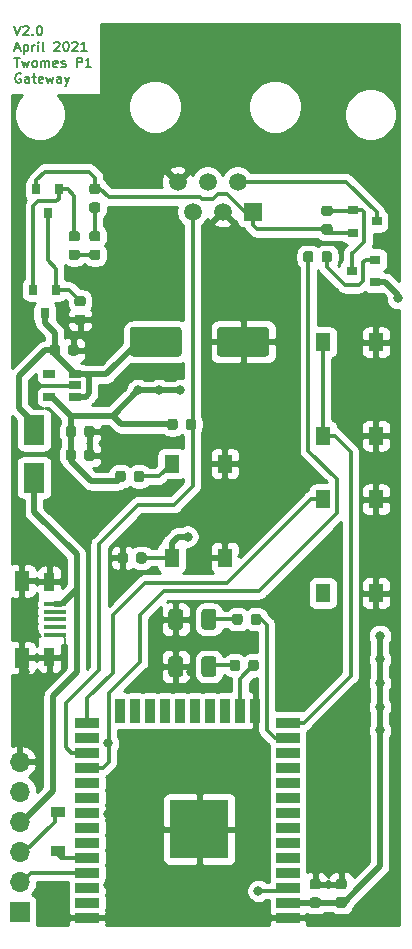
<source format=gtl>
G04 #@! TF.GenerationSoftware,KiCad,Pcbnew,(5.1.7)-1*
G04 #@! TF.CreationDate,2021-04-23T15:20:20+02:00*
G04 #@! TF.ProjectId,TwomesGateway,54776f6d-6573-4476-9174-657761792e6b,rev?*
G04 #@! TF.SameCoordinates,Original*
G04 #@! TF.FileFunction,Copper,L1,Top*
G04 #@! TF.FilePolarity,Positive*
%FSLAX46Y46*%
G04 Gerber Fmt 4.6, Leading zero omitted, Abs format (unit mm)*
G04 Created by KiCad (PCBNEW (5.1.7)-1) date 2021-04-23 15:20:20*
%MOMM*%
%LPD*%
G01*
G04 APERTURE LIST*
G04 #@! TA.AperFunction,NonConductor*
%ADD10C,0.150000*%
G04 #@! TD*
G04 #@! TA.AperFunction,SMDPad,CuDef*
%ADD11R,1.800000X2.500000*%
G04 #@! TD*
G04 #@! TA.AperFunction,SMDPad,CuDef*
%ADD12R,0.900000X1.625000*%
G04 #@! TD*
G04 #@! TA.AperFunction,SMDPad,CuDef*
%ADD13R,1.850000X0.400000*%
G04 #@! TD*
G04 #@! TA.AperFunction,SMDPad,CuDef*
%ADD14R,1.300000X1.715000*%
G04 #@! TD*
G04 #@! TA.AperFunction,SMDPad,CuDef*
%ADD15R,0.900000X0.800000*%
G04 #@! TD*
G04 #@! TA.AperFunction,SMDPad,CuDef*
%ADD16R,0.800000X0.900000*%
G04 #@! TD*
G04 #@! TA.AperFunction,ComponentPad*
%ADD17R,1.520000X1.520000*%
G04 #@! TD*
G04 #@! TA.AperFunction,ComponentPad*
%ADD18C,1.520000*%
G04 #@! TD*
G04 #@! TA.AperFunction,SMDPad,CuDef*
%ADD19R,1.200000X0.900000*%
G04 #@! TD*
G04 #@! TA.AperFunction,SMDPad,CuDef*
%ADD20R,2.000000X0.900000*%
G04 #@! TD*
G04 #@! TA.AperFunction,SMDPad,CuDef*
%ADD21R,0.900000X2.000000*%
G04 #@! TD*
G04 #@! TA.AperFunction,SMDPad,CuDef*
%ADD22R,5.000000X5.000000*%
G04 #@! TD*
G04 #@! TA.AperFunction,SMDPad,CuDef*
%ADD23R,1.060000X0.650000*%
G04 #@! TD*
G04 #@! TA.AperFunction,SMDPad,CuDef*
%ADD24R,1.300000X1.550000*%
G04 #@! TD*
G04 #@! TA.AperFunction,ComponentPad*
%ADD25O,1.700000X1.700000*%
G04 #@! TD*
G04 #@! TA.AperFunction,ComponentPad*
%ADD26R,1.700000X1.700000*%
G04 #@! TD*
G04 #@! TA.AperFunction,ViaPad*
%ADD27C,0.800000*%
G04 #@! TD*
G04 #@! TA.AperFunction,Conductor*
%ADD28C,0.200000*%
G04 #@! TD*
G04 #@! TA.AperFunction,Conductor*
%ADD29C,0.300000*%
G04 #@! TD*
G04 #@! TA.AperFunction,Conductor*
%ADD30C,0.500000*%
G04 #@! TD*
G04 #@! TA.AperFunction,Conductor*
%ADD31C,0.350000*%
G04 #@! TD*
G04 #@! TA.AperFunction,Conductor*
%ADD32C,0.254000*%
G04 #@! TD*
G04 #@! TA.AperFunction,Conductor*
%ADD33C,0.100000*%
G04 #@! TD*
G04 APERTURE END LIST*
D10*
X67323690Y-66736904D02*
X67590357Y-67536904D01*
X67857023Y-66736904D01*
X68085595Y-66813095D02*
X68123690Y-66775000D01*
X68199880Y-66736904D01*
X68390357Y-66736904D01*
X68466547Y-66775000D01*
X68504642Y-66813095D01*
X68542738Y-66889285D01*
X68542738Y-66965476D01*
X68504642Y-67079761D01*
X68047500Y-67536904D01*
X68542738Y-67536904D01*
X68885595Y-67460714D02*
X68923690Y-67498809D01*
X68885595Y-67536904D01*
X68847500Y-67498809D01*
X68885595Y-67460714D01*
X68885595Y-67536904D01*
X69418928Y-66736904D02*
X69495119Y-66736904D01*
X69571309Y-66775000D01*
X69609404Y-66813095D01*
X69647500Y-66889285D01*
X69685595Y-67041666D01*
X69685595Y-67232142D01*
X69647500Y-67384523D01*
X69609404Y-67460714D01*
X69571309Y-67498809D01*
X69495119Y-67536904D01*
X69418928Y-67536904D01*
X69342738Y-67498809D01*
X69304642Y-67460714D01*
X69266547Y-67384523D01*
X69228452Y-67232142D01*
X69228452Y-67041666D01*
X69266547Y-66889285D01*
X69304642Y-66813095D01*
X69342738Y-66775000D01*
X69418928Y-66736904D01*
X67399880Y-68658333D02*
X67780833Y-68658333D01*
X67323690Y-68886904D02*
X67590357Y-68086904D01*
X67857023Y-68886904D01*
X68123690Y-68353571D02*
X68123690Y-69153571D01*
X68123690Y-68391666D02*
X68199880Y-68353571D01*
X68352261Y-68353571D01*
X68428452Y-68391666D01*
X68466547Y-68429761D01*
X68504642Y-68505952D01*
X68504642Y-68734523D01*
X68466547Y-68810714D01*
X68428452Y-68848809D01*
X68352261Y-68886904D01*
X68199880Y-68886904D01*
X68123690Y-68848809D01*
X68847500Y-68886904D02*
X68847500Y-68353571D01*
X68847500Y-68505952D02*
X68885595Y-68429761D01*
X68923690Y-68391666D01*
X68999880Y-68353571D01*
X69076071Y-68353571D01*
X69342738Y-68886904D02*
X69342738Y-68353571D01*
X69342738Y-68086904D02*
X69304642Y-68125000D01*
X69342738Y-68163095D01*
X69380833Y-68125000D01*
X69342738Y-68086904D01*
X69342738Y-68163095D01*
X69837976Y-68886904D02*
X69761785Y-68848809D01*
X69723690Y-68772619D01*
X69723690Y-68086904D01*
X70714166Y-68163095D02*
X70752261Y-68125000D01*
X70828452Y-68086904D01*
X71018928Y-68086904D01*
X71095119Y-68125000D01*
X71133214Y-68163095D01*
X71171309Y-68239285D01*
X71171309Y-68315476D01*
X71133214Y-68429761D01*
X70676071Y-68886904D01*
X71171309Y-68886904D01*
X71666547Y-68086904D02*
X71742738Y-68086904D01*
X71818928Y-68125000D01*
X71857023Y-68163095D01*
X71895119Y-68239285D01*
X71933214Y-68391666D01*
X71933214Y-68582142D01*
X71895119Y-68734523D01*
X71857023Y-68810714D01*
X71818928Y-68848809D01*
X71742738Y-68886904D01*
X71666547Y-68886904D01*
X71590357Y-68848809D01*
X71552261Y-68810714D01*
X71514166Y-68734523D01*
X71476071Y-68582142D01*
X71476071Y-68391666D01*
X71514166Y-68239285D01*
X71552261Y-68163095D01*
X71590357Y-68125000D01*
X71666547Y-68086904D01*
X72237976Y-68163095D02*
X72276071Y-68125000D01*
X72352261Y-68086904D01*
X72542738Y-68086904D01*
X72618928Y-68125000D01*
X72657023Y-68163095D01*
X72695119Y-68239285D01*
X72695119Y-68315476D01*
X72657023Y-68429761D01*
X72199880Y-68886904D01*
X72695119Y-68886904D01*
X73457023Y-68886904D02*
X72999880Y-68886904D01*
X73228452Y-68886904D02*
X73228452Y-68086904D01*
X73152261Y-68201190D01*
X73076071Y-68277380D01*
X72999880Y-68315476D01*
X67323690Y-69436904D02*
X67780833Y-69436904D01*
X67552261Y-70236904D02*
X67552261Y-69436904D01*
X67971309Y-69703571D02*
X68123690Y-70236904D01*
X68276071Y-69855952D01*
X68428452Y-70236904D01*
X68580833Y-69703571D01*
X68999880Y-70236904D02*
X68923690Y-70198809D01*
X68885595Y-70160714D01*
X68847500Y-70084523D01*
X68847500Y-69855952D01*
X68885595Y-69779761D01*
X68923690Y-69741666D01*
X68999880Y-69703571D01*
X69114166Y-69703571D01*
X69190357Y-69741666D01*
X69228452Y-69779761D01*
X69266547Y-69855952D01*
X69266547Y-70084523D01*
X69228452Y-70160714D01*
X69190357Y-70198809D01*
X69114166Y-70236904D01*
X68999880Y-70236904D01*
X69609404Y-70236904D02*
X69609404Y-69703571D01*
X69609404Y-69779761D02*
X69647500Y-69741666D01*
X69723690Y-69703571D01*
X69837976Y-69703571D01*
X69914166Y-69741666D01*
X69952261Y-69817857D01*
X69952261Y-70236904D01*
X69952261Y-69817857D02*
X69990357Y-69741666D01*
X70066547Y-69703571D01*
X70180833Y-69703571D01*
X70257023Y-69741666D01*
X70295119Y-69817857D01*
X70295119Y-70236904D01*
X70980833Y-70198809D02*
X70904642Y-70236904D01*
X70752261Y-70236904D01*
X70676071Y-70198809D01*
X70637976Y-70122619D01*
X70637976Y-69817857D01*
X70676071Y-69741666D01*
X70752261Y-69703571D01*
X70904642Y-69703571D01*
X70980833Y-69741666D01*
X71018928Y-69817857D01*
X71018928Y-69894047D01*
X70637976Y-69970238D01*
X71323690Y-70198809D02*
X71399880Y-70236904D01*
X71552261Y-70236904D01*
X71628452Y-70198809D01*
X71666547Y-70122619D01*
X71666547Y-70084523D01*
X71628452Y-70008333D01*
X71552261Y-69970238D01*
X71437976Y-69970238D01*
X71361785Y-69932142D01*
X71323690Y-69855952D01*
X71323690Y-69817857D01*
X71361785Y-69741666D01*
X71437976Y-69703571D01*
X71552261Y-69703571D01*
X71628452Y-69741666D01*
X72618928Y-70236904D02*
X72618928Y-69436904D01*
X72923690Y-69436904D01*
X72999880Y-69475000D01*
X73037976Y-69513095D01*
X73076071Y-69589285D01*
X73076071Y-69703571D01*
X73037976Y-69779761D01*
X72999880Y-69817857D01*
X72923690Y-69855952D01*
X72618928Y-69855952D01*
X73837976Y-70236904D02*
X73380833Y-70236904D01*
X73609404Y-70236904D02*
X73609404Y-69436904D01*
X73533214Y-69551190D01*
X73457023Y-69627380D01*
X73380833Y-69665476D01*
X67857023Y-70825000D02*
X67780833Y-70786904D01*
X67666547Y-70786904D01*
X67552261Y-70825000D01*
X67476071Y-70901190D01*
X67437976Y-70977380D01*
X67399880Y-71129761D01*
X67399880Y-71244047D01*
X67437976Y-71396428D01*
X67476071Y-71472619D01*
X67552261Y-71548809D01*
X67666547Y-71586904D01*
X67742738Y-71586904D01*
X67857023Y-71548809D01*
X67895119Y-71510714D01*
X67895119Y-71244047D01*
X67742738Y-71244047D01*
X68580833Y-71586904D02*
X68580833Y-71167857D01*
X68542738Y-71091666D01*
X68466547Y-71053571D01*
X68314166Y-71053571D01*
X68237976Y-71091666D01*
X68580833Y-71548809D02*
X68504642Y-71586904D01*
X68314166Y-71586904D01*
X68237976Y-71548809D01*
X68199880Y-71472619D01*
X68199880Y-71396428D01*
X68237976Y-71320238D01*
X68314166Y-71282142D01*
X68504642Y-71282142D01*
X68580833Y-71244047D01*
X68847500Y-71053571D02*
X69152261Y-71053571D01*
X68961785Y-70786904D02*
X68961785Y-71472619D01*
X68999880Y-71548809D01*
X69076071Y-71586904D01*
X69152261Y-71586904D01*
X69723690Y-71548809D02*
X69647500Y-71586904D01*
X69495119Y-71586904D01*
X69418928Y-71548809D01*
X69380833Y-71472619D01*
X69380833Y-71167857D01*
X69418928Y-71091666D01*
X69495119Y-71053571D01*
X69647500Y-71053571D01*
X69723690Y-71091666D01*
X69761785Y-71167857D01*
X69761785Y-71244047D01*
X69380833Y-71320238D01*
X70028452Y-71053571D02*
X70180833Y-71586904D01*
X70333214Y-71205952D01*
X70485595Y-71586904D01*
X70637976Y-71053571D01*
X71285595Y-71586904D02*
X71285595Y-71167857D01*
X71247500Y-71091666D01*
X71171309Y-71053571D01*
X71018928Y-71053571D01*
X70942738Y-71091666D01*
X71285595Y-71548809D02*
X71209404Y-71586904D01*
X71018928Y-71586904D01*
X70942738Y-71548809D01*
X70904642Y-71472619D01*
X70904642Y-71396428D01*
X70942738Y-71320238D01*
X71018928Y-71282142D01*
X71209404Y-71282142D01*
X71285595Y-71244047D01*
X71590357Y-71053571D02*
X71780833Y-71586904D01*
X71971309Y-71053571D02*
X71780833Y-71586904D01*
X71704642Y-71777380D01*
X71666547Y-71815476D01*
X71590357Y-71853571D01*
G04 #@! TA.AperFunction,SMDPad,CuDef*
G36*
G01*
X95250000Y-139875000D02*
X94750000Y-139875000D01*
G75*
G02*
X94525000Y-139650000I0J225000D01*
G01*
X94525000Y-139200000D01*
G75*
G02*
X94750000Y-138975000I225000J0D01*
G01*
X95250000Y-138975000D01*
G75*
G02*
X95475000Y-139200000I0J-225000D01*
G01*
X95475000Y-139650000D01*
G75*
G02*
X95250000Y-139875000I-225000J0D01*
G01*
G37*
G04 #@! TD.AperFunction*
G04 #@! TA.AperFunction,SMDPad,CuDef*
G36*
G01*
X95250000Y-141425000D02*
X94750000Y-141425000D01*
G75*
G02*
X94525000Y-141200000I0J225000D01*
G01*
X94525000Y-140750000D01*
G75*
G02*
X94750000Y-140525000I225000J0D01*
G01*
X95250000Y-140525000D01*
G75*
G02*
X95475000Y-140750000I0J-225000D01*
G01*
X95475000Y-141200000D01*
G75*
G02*
X95250000Y-141425000I-225000J0D01*
G01*
G37*
G04 #@! TD.AperFunction*
G04 #@! TA.AperFunction,SMDPad,CuDef*
G36*
G01*
X93056250Y-141425000D02*
X92543750Y-141425000D01*
G75*
G02*
X92325000Y-141206250I0J218750D01*
G01*
X92325000Y-140768750D01*
G75*
G02*
X92543750Y-140550000I218750J0D01*
G01*
X93056250Y-140550000D01*
G75*
G02*
X93275000Y-140768750I0J-218750D01*
G01*
X93275000Y-141206250D01*
G75*
G02*
X93056250Y-141425000I-218750J0D01*
G01*
G37*
G04 #@! TD.AperFunction*
G04 #@! TA.AperFunction,SMDPad,CuDef*
G36*
G01*
X93056250Y-139850000D02*
X92543750Y-139850000D01*
G75*
G02*
X92325000Y-139631250I0J218750D01*
G01*
X92325000Y-139193750D01*
G75*
G02*
X92543750Y-138975000I218750J0D01*
G01*
X93056250Y-138975000D01*
G75*
G02*
X93275000Y-139193750I0J-218750D01*
G01*
X93275000Y-139631250D01*
G75*
G02*
X93056250Y-139850000I-218750J0D01*
G01*
G37*
G04 #@! TD.AperFunction*
G04 #@! TA.AperFunction,SMDPad,CuDef*
G36*
G01*
X84500000Y-94500000D02*
X84500000Y-92500000D01*
G75*
G02*
X84750000Y-92250000I250000J0D01*
G01*
X88650000Y-92250000D01*
G75*
G02*
X88900000Y-92500000I0J-250000D01*
G01*
X88900000Y-94500000D01*
G75*
G02*
X88650000Y-94750000I-250000J0D01*
G01*
X84750000Y-94750000D01*
G75*
G02*
X84500000Y-94500000I0J250000D01*
G01*
G37*
G04 #@! TD.AperFunction*
G04 #@! TA.AperFunction,SMDPad,CuDef*
G36*
G01*
X77100000Y-94500000D02*
X77100000Y-92500000D01*
G75*
G02*
X77350000Y-92250000I250000J0D01*
G01*
X81250000Y-92250000D01*
G75*
G02*
X81500000Y-92500000I0J-250000D01*
G01*
X81500000Y-94500000D01*
G75*
G02*
X81250000Y-94750000I-250000J0D01*
G01*
X77350000Y-94750000D01*
G75*
G02*
X77100000Y-94500000I0J250000D01*
G01*
G37*
G04 #@! TD.AperFunction*
D11*
X69000000Y-105000000D03*
X69000000Y-101000000D03*
D12*
X70300000Y-120200000D03*
D13*
X70770000Y-118310000D03*
X70770000Y-117660000D03*
X70770000Y-117010000D03*
D12*
X70300000Y-113800000D03*
D13*
X70770000Y-116360000D03*
X70770000Y-115710000D03*
D14*
X67950000Y-120250000D03*
X67950000Y-113750000D03*
G04 #@! TA.AperFunction,SMDPad,CuDef*
G36*
G01*
X73893750Y-81700000D02*
X74406250Y-81700000D01*
G75*
G02*
X74625000Y-81918750I0J-218750D01*
G01*
X74625000Y-82356250D01*
G75*
G02*
X74406250Y-82575000I-218750J0D01*
G01*
X73893750Y-82575000D01*
G75*
G02*
X73675000Y-82356250I0J218750D01*
G01*
X73675000Y-81918750D01*
G75*
G02*
X73893750Y-81700000I218750J0D01*
G01*
G37*
G04 #@! TD.AperFunction*
G04 #@! TA.AperFunction,SMDPad,CuDef*
G36*
G01*
X73893750Y-80125000D02*
X74406250Y-80125000D01*
G75*
G02*
X74625000Y-80343750I0J-218750D01*
G01*
X74625000Y-80781250D01*
G75*
G02*
X74406250Y-81000000I-218750J0D01*
G01*
X73893750Y-81000000D01*
G75*
G02*
X73675000Y-80781250I0J218750D01*
G01*
X73675000Y-80343750D01*
G75*
G02*
X73893750Y-80125000I218750J0D01*
G01*
G37*
G04 #@! TD.AperFunction*
G04 #@! TA.AperFunction,SMDPad,CuDef*
G36*
G01*
X74406250Y-85000000D02*
X73893750Y-85000000D01*
G75*
G02*
X73675000Y-84781250I0J218750D01*
G01*
X73675000Y-84343750D01*
G75*
G02*
X73893750Y-84125000I218750J0D01*
G01*
X74406250Y-84125000D01*
G75*
G02*
X74625000Y-84343750I0J-218750D01*
G01*
X74625000Y-84781250D01*
G75*
G02*
X74406250Y-85000000I-218750J0D01*
G01*
G37*
G04 #@! TD.AperFunction*
G04 #@! TA.AperFunction,SMDPad,CuDef*
G36*
G01*
X74406250Y-86575000D02*
X73893750Y-86575000D01*
G75*
G02*
X73675000Y-86356250I0J218750D01*
G01*
X73675000Y-85918750D01*
G75*
G02*
X73893750Y-85700000I218750J0D01*
G01*
X74406250Y-85700000D01*
G75*
G02*
X74625000Y-85918750I0J-218750D01*
G01*
X74625000Y-86356250D01*
G75*
G02*
X74406250Y-86575000I-218750J0D01*
G01*
G37*
G04 #@! TD.AperFunction*
D15*
X95900000Y-87500000D03*
X97900000Y-86550000D03*
X97900000Y-88450000D03*
X98000000Y-83300000D03*
X96000000Y-84250000D03*
X96000000Y-82350000D03*
G04 #@! TA.AperFunction,SMDPad,CuDef*
G36*
G01*
X76950000Y-111543750D02*
X76950000Y-112056250D01*
G75*
G02*
X76731250Y-112275000I-218750J0D01*
G01*
X76293750Y-112275000D01*
G75*
G02*
X76075000Y-112056250I0J218750D01*
G01*
X76075000Y-111543750D01*
G75*
G02*
X76293750Y-111325000I218750J0D01*
G01*
X76731250Y-111325000D01*
G75*
G02*
X76950000Y-111543750I0J-218750D01*
G01*
G37*
G04 #@! TD.AperFunction*
G04 #@! TA.AperFunction,SMDPad,CuDef*
G36*
G01*
X78525000Y-111543750D02*
X78525000Y-112056250D01*
G75*
G02*
X78306250Y-112275000I-218750J0D01*
G01*
X77868750Y-112275000D01*
G75*
G02*
X77650000Y-112056250I0J218750D01*
G01*
X77650000Y-111543750D01*
G75*
G02*
X77868750Y-111325000I218750J0D01*
G01*
X78306250Y-111325000D01*
G75*
G02*
X78525000Y-111543750I0J-218750D01*
G01*
G37*
G04 #@! TD.AperFunction*
D16*
X69900000Y-91100000D03*
X68950000Y-89100000D03*
X70850000Y-89100000D03*
X70150000Y-82600000D03*
X69200000Y-80600000D03*
X71100000Y-80600000D03*
D17*
X87500000Y-82500000D03*
D18*
X86230000Y-79960000D03*
X84960000Y-82500000D03*
X83690000Y-79960000D03*
X82420000Y-82500000D03*
X81150000Y-79960000D03*
D19*
X71000000Y-136650000D03*
X71000000Y-133350000D03*
D20*
X73500000Y-142255000D03*
X73500000Y-140985000D03*
X73500000Y-139715000D03*
X73500000Y-138445000D03*
X73500000Y-137175000D03*
X73500000Y-135905000D03*
X73500000Y-134635000D03*
X73500000Y-133365000D03*
X73500000Y-132095000D03*
X73500000Y-130825000D03*
X73500000Y-129555000D03*
X73500000Y-128285000D03*
X73500000Y-127015000D03*
X73500000Y-125745000D03*
D21*
X76285000Y-124745000D03*
X77555000Y-124745000D03*
X78825000Y-124745000D03*
X80095000Y-124745000D03*
X81365000Y-124745000D03*
X82635000Y-124745000D03*
X83905000Y-124745000D03*
X85175000Y-124745000D03*
X86445000Y-124745000D03*
X87715000Y-124745000D03*
D20*
X90500000Y-125745000D03*
X90500000Y-127015000D03*
X90500000Y-128285000D03*
X90500000Y-129555000D03*
X90500000Y-130825000D03*
X90500000Y-132095000D03*
X90500000Y-133365000D03*
X90500000Y-134635000D03*
X90500000Y-135905000D03*
X90500000Y-137175000D03*
X90500000Y-138445000D03*
X90500000Y-139715000D03*
X90500000Y-140985000D03*
X90500000Y-142255000D03*
D22*
X83000000Y-134755000D03*
D23*
X70300000Y-98150000D03*
X70300000Y-96250000D03*
X72500000Y-96250000D03*
X72500000Y-97200000D03*
X72500000Y-98150000D03*
D24*
X93450000Y-101475000D03*
X97950000Y-101475000D03*
X97950000Y-93525000D03*
X93450000Y-93525000D03*
X93450000Y-114775000D03*
X97950000Y-114775000D03*
X97950000Y-106825000D03*
X93450000Y-106825000D03*
X80650000Y-111775000D03*
X85150000Y-111775000D03*
X85150000Y-103825000D03*
X80650000Y-103825000D03*
G04 #@! TA.AperFunction,SMDPad,CuDef*
G36*
G01*
X87350000Y-117256250D02*
X87350000Y-116743750D01*
G75*
G02*
X87568750Y-116525000I218750J0D01*
G01*
X88006250Y-116525000D01*
G75*
G02*
X88225000Y-116743750I0J-218750D01*
G01*
X88225000Y-117256250D01*
G75*
G02*
X88006250Y-117475000I-218750J0D01*
G01*
X87568750Y-117475000D01*
G75*
G02*
X87350000Y-117256250I0J218750D01*
G01*
G37*
G04 #@! TD.AperFunction*
G04 #@! TA.AperFunction,SMDPad,CuDef*
G36*
G01*
X85775000Y-117256250D02*
X85775000Y-116743750D01*
G75*
G02*
X85993750Y-116525000I218750J0D01*
G01*
X86431250Y-116525000D01*
G75*
G02*
X86650000Y-116743750I0J-218750D01*
G01*
X86650000Y-117256250D01*
G75*
G02*
X86431250Y-117475000I-218750J0D01*
G01*
X85993750Y-117475000D01*
G75*
G02*
X85775000Y-117256250I0J218750D01*
G01*
G37*
G04 #@! TD.AperFunction*
G04 #@! TA.AperFunction,SMDPad,CuDef*
G36*
G01*
X87137500Y-121156250D02*
X87137500Y-120643750D01*
G75*
G02*
X87356250Y-120425000I218750J0D01*
G01*
X87793750Y-120425000D01*
G75*
G02*
X88012500Y-120643750I0J-218750D01*
G01*
X88012500Y-121156250D01*
G75*
G02*
X87793750Y-121375000I-218750J0D01*
G01*
X87356250Y-121375000D01*
G75*
G02*
X87137500Y-121156250I0J218750D01*
G01*
G37*
G04 #@! TD.AperFunction*
G04 #@! TA.AperFunction,SMDPad,CuDef*
G36*
G01*
X85562500Y-121156250D02*
X85562500Y-120643750D01*
G75*
G02*
X85781250Y-120425000I218750J0D01*
G01*
X86218750Y-120425000D01*
G75*
G02*
X86437500Y-120643750I0J-218750D01*
G01*
X86437500Y-121156250D01*
G75*
G02*
X86218750Y-121375000I-218750J0D01*
G01*
X85781250Y-121375000D01*
G75*
G02*
X85562500Y-121156250I0J218750D01*
G01*
G37*
G04 #@! TD.AperFunction*
G04 #@! TA.AperFunction,SMDPad,CuDef*
G36*
G01*
X76750000Y-104643750D02*
X76750000Y-105156250D01*
G75*
G02*
X76531250Y-105375000I-218750J0D01*
G01*
X76093750Y-105375000D01*
G75*
G02*
X75875000Y-105156250I0J218750D01*
G01*
X75875000Y-104643750D01*
G75*
G02*
X76093750Y-104425000I218750J0D01*
G01*
X76531250Y-104425000D01*
G75*
G02*
X76750000Y-104643750I0J-218750D01*
G01*
G37*
G04 #@! TD.AperFunction*
G04 #@! TA.AperFunction,SMDPad,CuDef*
G36*
G01*
X78325000Y-104643750D02*
X78325000Y-105156250D01*
G75*
G02*
X78106250Y-105375000I-218750J0D01*
G01*
X77668750Y-105375000D01*
G75*
G02*
X77450000Y-105156250I0J218750D01*
G01*
X77450000Y-104643750D01*
G75*
G02*
X77668750Y-104425000I218750J0D01*
G01*
X78106250Y-104425000D01*
G75*
G02*
X78325000Y-104643750I0J-218750D01*
G01*
G37*
G04 #@! TD.AperFunction*
G04 #@! TA.AperFunction,SMDPad,CuDef*
G36*
G01*
X81850000Y-100756250D02*
X81850000Y-100243750D01*
G75*
G02*
X82068750Y-100025000I218750J0D01*
G01*
X82506250Y-100025000D01*
G75*
G02*
X82725000Y-100243750I0J-218750D01*
G01*
X82725000Y-100756250D01*
G75*
G02*
X82506250Y-100975000I-218750J0D01*
G01*
X82068750Y-100975000D01*
G75*
G02*
X81850000Y-100756250I0J218750D01*
G01*
G37*
G04 #@! TD.AperFunction*
G04 #@! TA.AperFunction,SMDPad,CuDef*
G36*
G01*
X80275000Y-100756250D02*
X80275000Y-100243750D01*
G75*
G02*
X80493750Y-100025000I218750J0D01*
G01*
X80931250Y-100025000D01*
G75*
G02*
X81150000Y-100243750I0J-218750D01*
G01*
X81150000Y-100756250D01*
G75*
G02*
X80931250Y-100975000I-218750J0D01*
G01*
X80493750Y-100975000D01*
G75*
G02*
X80275000Y-100756250I0J218750D01*
G01*
G37*
G04 #@! TD.AperFunction*
G04 #@! TA.AperFunction,SMDPad,CuDef*
G36*
G01*
X93350000Y-86556250D02*
X93350000Y-86043750D01*
G75*
G02*
X93568750Y-85825000I218750J0D01*
G01*
X94006250Y-85825000D01*
G75*
G02*
X94225000Y-86043750I0J-218750D01*
G01*
X94225000Y-86556250D01*
G75*
G02*
X94006250Y-86775000I-218750J0D01*
G01*
X93568750Y-86775000D01*
G75*
G02*
X93350000Y-86556250I0J218750D01*
G01*
G37*
G04 #@! TD.AperFunction*
G04 #@! TA.AperFunction,SMDPad,CuDef*
G36*
G01*
X91775000Y-86556250D02*
X91775000Y-86043750D01*
G75*
G02*
X91993750Y-85825000I218750J0D01*
G01*
X92431250Y-85825000D01*
G75*
G02*
X92650000Y-86043750I0J-218750D01*
G01*
X92650000Y-86556250D01*
G75*
G02*
X92431250Y-86775000I-218750J0D01*
G01*
X91993750Y-86775000D01*
G75*
G02*
X91775000Y-86556250I0J218750D01*
G01*
G37*
G04 #@! TD.AperFunction*
G04 #@! TA.AperFunction,SMDPad,CuDef*
G36*
G01*
X94056250Y-82850000D02*
X93543750Y-82850000D01*
G75*
G02*
X93325000Y-82631250I0J218750D01*
G01*
X93325000Y-82193750D01*
G75*
G02*
X93543750Y-81975000I218750J0D01*
G01*
X94056250Y-81975000D01*
G75*
G02*
X94275000Y-82193750I0J-218750D01*
G01*
X94275000Y-82631250D01*
G75*
G02*
X94056250Y-82850000I-218750J0D01*
G01*
G37*
G04 #@! TD.AperFunction*
G04 #@! TA.AperFunction,SMDPad,CuDef*
G36*
G01*
X94056250Y-84425000D02*
X93543750Y-84425000D01*
G75*
G02*
X93325000Y-84206250I0J218750D01*
G01*
X93325000Y-83768750D01*
G75*
G02*
X93543750Y-83550000I218750J0D01*
G01*
X94056250Y-83550000D01*
G75*
G02*
X94275000Y-83768750I0J-218750D01*
G01*
X94275000Y-84206250D01*
G75*
G02*
X94056250Y-84425000I-218750J0D01*
G01*
G37*
G04 #@! TD.AperFunction*
G04 #@! TA.AperFunction,SMDPad,CuDef*
G36*
G01*
X72656250Y-85000000D02*
X72143750Y-85000000D01*
G75*
G02*
X71925000Y-84781250I0J218750D01*
G01*
X71925000Y-84343750D01*
G75*
G02*
X72143750Y-84125000I218750J0D01*
G01*
X72656250Y-84125000D01*
G75*
G02*
X72875000Y-84343750I0J-218750D01*
G01*
X72875000Y-84781250D01*
G75*
G02*
X72656250Y-85000000I-218750J0D01*
G01*
G37*
G04 #@! TD.AperFunction*
G04 #@! TA.AperFunction,SMDPad,CuDef*
G36*
G01*
X72656250Y-86575000D02*
X72143750Y-86575000D01*
G75*
G02*
X71925000Y-86356250I0J218750D01*
G01*
X71925000Y-85918750D01*
G75*
G02*
X72143750Y-85700000I218750J0D01*
G01*
X72656250Y-85700000D01*
G75*
G02*
X72875000Y-85918750I0J-218750D01*
G01*
X72875000Y-86356250D01*
G75*
G02*
X72656250Y-86575000I-218750J0D01*
G01*
G37*
G04 #@! TD.AperFunction*
G04 #@! TA.AperFunction,SMDPad,CuDef*
G36*
G01*
X73156250Y-90500000D02*
X72643750Y-90500000D01*
G75*
G02*
X72425000Y-90281250I0J218750D01*
G01*
X72425000Y-89843750D01*
G75*
G02*
X72643750Y-89625000I218750J0D01*
G01*
X73156250Y-89625000D01*
G75*
G02*
X73375000Y-89843750I0J-218750D01*
G01*
X73375000Y-90281250D01*
G75*
G02*
X73156250Y-90500000I-218750J0D01*
G01*
G37*
G04 #@! TD.AperFunction*
G04 #@! TA.AperFunction,SMDPad,CuDef*
G36*
G01*
X73156250Y-92075000D02*
X72643750Y-92075000D01*
G75*
G02*
X72425000Y-91856250I0J218750D01*
G01*
X72425000Y-91418750D01*
G75*
G02*
X72643750Y-91200000I218750J0D01*
G01*
X73156250Y-91200000D01*
G75*
G02*
X73375000Y-91418750I0J-218750D01*
G01*
X73375000Y-91856250D01*
G75*
G02*
X73156250Y-92075000I-218750J0D01*
G01*
G37*
G04 #@! TD.AperFunction*
D25*
X67800000Y-129050000D03*
X67800000Y-131590000D03*
X67800000Y-134130000D03*
X67800000Y-136670000D03*
X67800000Y-139210000D03*
D26*
X67800000Y-141750000D03*
G04 #@! TA.AperFunction,SMDPad,CuDef*
G36*
G01*
X83175000Y-117625000D02*
X83175000Y-116375000D01*
G75*
G02*
X83425000Y-116125000I250000J0D01*
G01*
X84175000Y-116125000D01*
G75*
G02*
X84425000Y-116375000I0J-250000D01*
G01*
X84425000Y-117625000D01*
G75*
G02*
X84175000Y-117875000I-250000J0D01*
G01*
X83425000Y-117875000D01*
G75*
G02*
X83175000Y-117625000I0J250000D01*
G01*
G37*
G04 #@! TD.AperFunction*
G04 #@! TA.AperFunction,SMDPad,CuDef*
G36*
G01*
X80375000Y-117625000D02*
X80375000Y-116375000D01*
G75*
G02*
X80625000Y-116125000I250000J0D01*
G01*
X81375000Y-116125000D01*
G75*
G02*
X81625000Y-116375000I0J-250000D01*
G01*
X81625000Y-117625000D01*
G75*
G02*
X81375000Y-117875000I-250000J0D01*
G01*
X80625000Y-117875000D01*
G75*
G02*
X80375000Y-117625000I0J250000D01*
G01*
G37*
G04 #@! TD.AperFunction*
G04 #@! TA.AperFunction,SMDPad,CuDef*
G36*
G01*
X83175000Y-121625000D02*
X83175000Y-120375000D01*
G75*
G02*
X83425000Y-120125000I250000J0D01*
G01*
X84175000Y-120125000D01*
G75*
G02*
X84425000Y-120375000I0J-250000D01*
G01*
X84425000Y-121625000D01*
G75*
G02*
X84175000Y-121875000I-250000J0D01*
G01*
X83425000Y-121875000D01*
G75*
G02*
X83175000Y-121625000I0J250000D01*
G01*
G37*
G04 #@! TD.AperFunction*
G04 #@! TA.AperFunction,SMDPad,CuDef*
G36*
G01*
X80375000Y-121625000D02*
X80375000Y-120375000D01*
G75*
G02*
X80625000Y-120125000I250000J0D01*
G01*
X81375000Y-120125000D01*
G75*
G02*
X81625000Y-120375000I0J-250000D01*
G01*
X81625000Y-121625000D01*
G75*
G02*
X81375000Y-121875000I-250000J0D01*
G01*
X80625000Y-121875000D01*
G75*
G02*
X80375000Y-121625000I0J250000D01*
G01*
G37*
G04 #@! TD.AperFunction*
G04 #@! TA.AperFunction,SMDPad,CuDef*
G36*
G01*
X73250000Y-103356250D02*
X73250000Y-102843750D01*
G75*
G02*
X73468750Y-102625000I218750J0D01*
G01*
X73906250Y-102625000D01*
G75*
G02*
X74125000Y-102843750I0J-218750D01*
G01*
X74125000Y-103356250D01*
G75*
G02*
X73906250Y-103575000I-218750J0D01*
G01*
X73468750Y-103575000D01*
G75*
G02*
X73250000Y-103356250I0J218750D01*
G01*
G37*
G04 #@! TD.AperFunction*
G04 #@! TA.AperFunction,SMDPad,CuDef*
G36*
G01*
X71675000Y-103356250D02*
X71675000Y-102843750D01*
G75*
G02*
X71893750Y-102625000I218750J0D01*
G01*
X72331250Y-102625000D01*
G75*
G02*
X72550000Y-102843750I0J-218750D01*
G01*
X72550000Y-103356250D01*
G75*
G02*
X72331250Y-103575000I-218750J0D01*
G01*
X71893750Y-103575000D01*
G75*
G02*
X71675000Y-103356250I0J218750D01*
G01*
G37*
G04 #@! TD.AperFunction*
G04 #@! TA.AperFunction,SMDPad,CuDef*
G36*
G01*
X73250000Y-101356250D02*
X73250000Y-100843750D01*
G75*
G02*
X73468750Y-100625000I218750J0D01*
G01*
X73906250Y-100625000D01*
G75*
G02*
X74125000Y-100843750I0J-218750D01*
G01*
X74125000Y-101356250D01*
G75*
G02*
X73906250Y-101575000I-218750J0D01*
G01*
X73468750Y-101575000D01*
G75*
G02*
X73250000Y-101356250I0J218750D01*
G01*
G37*
G04 #@! TD.AperFunction*
G04 #@! TA.AperFunction,SMDPad,CuDef*
G36*
G01*
X71675000Y-101356250D02*
X71675000Y-100843750D01*
G75*
G02*
X71893750Y-100625000I218750J0D01*
G01*
X72331250Y-100625000D01*
G75*
G02*
X72550000Y-100843750I0J-218750D01*
G01*
X72550000Y-101356250D01*
G75*
G02*
X72331250Y-101575000I-218750J0D01*
G01*
X71893750Y-101575000D01*
G75*
G02*
X71675000Y-101356250I0J218750D01*
G01*
G37*
G04 #@! TD.AperFunction*
G04 #@! TA.AperFunction,SMDPad,CuDef*
G36*
G01*
X71900000Y-94456250D02*
X71900000Y-93943750D01*
G75*
G02*
X72118750Y-93725000I218750J0D01*
G01*
X72556250Y-93725000D01*
G75*
G02*
X72775000Y-93943750I0J-218750D01*
G01*
X72775000Y-94456250D01*
G75*
G02*
X72556250Y-94675000I-218750J0D01*
G01*
X72118750Y-94675000D01*
G75*
G02*
X71900000Y-94456250I0J218750D01*
G01*
G37*
G04 #@! TD.AperFunction*
G04 #@! TA.AperFunction,SMDPad,CuDef*
G36*
G01*
X70325000Y-94456250D02*
X70325000Y-93943750D01*
G75*
G02*
X70543750Y-93725000I218750J0D01*
G01*
X70981250Y-93725000D01*
G75*
G02*
X71200000Y-93943750I0J-218750D01*
G01*
X71200000Y-94456250D01*
G75*
G02*
X70981250Y-94675000I-218750J0D01*
G01*
X70543750Y-94675000D01*
G75*
G02*
X70325000Y-94456250I0J218750D01*
G01*
G37*
G04 #@! TD.AperFunction*
D27*
X69250000Y-97250000D03*
X96000000Y-96500000D03*
X86000000Y-86450000D03*
X78500000Y-86500000D03*
X77000000Y-78500000D03*
X77500000Y-136500000D03*
X85000000Y-129000000D03*
X92000000Y-120000000D03*
X86500000Y-108000000D03*
X76000000Y-102500000D03*
X77350000Y-67900000D03*
X89250000Y-67500000D03*
X96250000Y-67500000D03*
X75250000Y-73500000D03*
X68250000Y-79500000D03*
X75250000Y-79500000D03*
X89250000Y-85500000D03*
X68250000Y-91500000D03*
X75250000Y-91500000D03*
X96250000Y-91500000D03*
X75250000Y-97500000D03*
X75250000Y-103500000D03*
X89250000Y-103500000D03*
X68250000Y-109500000D03*
X68250000Y-115500000D03*
X89250000Y-115500000D03*
X68250000Y-121500000D03*
X82250000Y-121500000D03*
X68250000Y-127500000D03*
X82250000Y-127500000D03*
X96250000Y-127500000D03*
X75250000Y-133500000D03*
X82250000Y-133500000D03*
X96250000Y-133500000D03*
X75250000Y-139500000D03*
X82250000Y-139500000D03*
X79600000Y-97600000D03*
X99800000Y-89800000D03*
X77800000Y-97600000D03*
X81400000Y-97600000D03*
X98275010Y-118400000D03*
X98275010Y-120400000D03*
X98275010Y-122400000D03*
X98275010Y-124400000D03*
X98275010Y-126400000D03*
X82000000Y-110000000D03*
X88000000Y-140000000D03*
X75250000Y-127500000D03*
D28*
X70770000Y-118310000D02*
X71310000Y-118310000D01*
X71310000Y-118310000D02*
X71600000Y-118600000D01*
X71600000Y-118600000D02*
X71600000Y-119200000D01*
D29*
X72450000Y-97250000D02*
X72500000Y-97200000D01*
X69250000Y-97250000D02*
X72450000Y-97250000D01*
D30*
X70762500Y-92762500D02*
X70762500Y-94200000D01*
X69900000Y-91100000D02*
X69900000Y-91900000D01*
X69900000Y-91900000D02*
X70762500Y-92762500D01*
X70762500Y-94512500D02*
X72500000Y-96250000D01*
X70762500Y-94200000D02*
X70762500Y-94512500D01*
X73380000Y-96250000D02*
X73650000Y-96520000D01*
X72500000Y-96250000D02*
X73380000Y-96250000D01*
X73380000Y-98150000D02*
X72500000Y-98150000D01*
X73650000Y-97880000D02*
X73380000Y-98150000D01*
X73650000Y-96520000D02*
X73650000Y-97880000D01*
X69900000Y-94200000D02*
X70762500Y-94200000D01*
X67700000Y-96400000D02*
X69900000Y-94200000D01*
X67700000Y-99100000D02*
X67700000Y-96400000D01*
X69000000Y-101000000D02*
X69000000Y-100400000D01*
X69000000Y-100400000D02*
X67700000Y-99100000D01*
X75100000Y-96250000D02*
X73380000Y-96250000D01*
X78700000Y-92650000D02*
X75100000Y-96250000D01*
X72112500Y-101100000D02*
X72112500Y-103100000D01*
X95215000Y-140985000D02*
X90500000Y-140985000D01*
X96500000Y-139700000D02*
X95215000Y-140985000D01*
X96500000Y-139700000D02*
X98275010Y-137924990D01*
X72112500Y-99757500D02*
X70505000Y-98150000D01*
X70505000Y-98150000D02*
X70300000Y-98150000D01*
X72112500Y-101100000D02*
X72112500Y-99757500D01*
X73837500Y-105300000D02*
X72112500Y-103575000D01*
X72112500Y-103575000D02*
X72112500Y-103100000D01*
X76112500Y-105300000D02*
X73837500Y-105300000D01*
X80712500Y-100500000D02*
X76400000Y-100500000D01*
X75657500Y-99757500D02*
X72112500Y-99757500D01*
X76400000Y-100500000D02*
X75657500Y-99757500D01*
X98275010Y-137924990D02*
X98275010Y-126324990D01*
X98750000Y-88450000D02*
X97900000Y-88450000D01*
X99800000Y-89500000D02*
X98750000Y-88450000D01*
X98275010Y-122724990D02*
X98275010Y-122724990D01*
X99800000Y-89800000D02*
X99800000Y-89500000D01*
X77815000Y-97600000D02*
X75657500Y-99757500D01*
X79600000Y-97600000D02*
X77815000Y-97600000D01*
X79600000Y-97600000D02*
X81400000Y-97600000D01*
X81400000Y-97600000D02*
X81400000Y-97600000D01*
X98275010Y-126324990D02*
X98275010Y-121124990D01*
X98275010Y-121124990D02*
X98275010Y-118275010D01*
D29*
X76312500Y-105100000D02*
X76112500Y-105300000D01*
X76312500Y-104900000D02*
X76312500Y-105100000D01*
D31*
X77912500Y-104925000D02*
X77887500Y-104900000D01*
X78087500Y-111800000D02*
X80625000Y-111800000D01*
X79575000Y-104900000D02*
X80650000Y-103825000D01*
X77887500Y-104900000D02*
X79575000Y-104900000D01*
D30*
X80650000Y-110500000D02*
X81150000Y-110000000D01*
X80650000Y-111775000D02*
X80650000Y-110500000D01*
X81150000Y-110000000D02*
X82000000Y-110000000D01*
X82000000Y-110000000D02*
X82000000Y-110000000D01*
D29*
X90215000Y-140000000D02*
X90500000Y-139715000D01*
X88000000Y-140000000D02*
X90215000Y-140000000D01*
D31*
X71275000Y-137175000D02*
X73500000Y-137175000D01*
X70750000Y-136650000D02*
X71275000Y-137175000D01*
X68000000Y-136670000D02*
X68000000Y-136800000D01*
X70750000Y-134150000D02*
X70750000Y-133350000D01*
X68100000Y-136800000D02*
X70750000Y-134150000D01*
X68000000Y-136800000D02*
X68100000Y-136800000D01*
D30*
X72600000Y-114400000D02*
X71500000Y-115500000D01*
X71290000Y-115710000D02*
X70770000Y-115710000D01*
X71500000Y-115500000D02*
X71290000Y-115710000D01*
X70600000Y-131530000D02*
X70600000Y-123500000D01*
X72600000Y-121500000D02*
X72600000Y-111500000D01*
X72600000Y-111500000D02*
X69000000Y-107900000D01*
X69000000Y-107900000D02*
X69000000Y-105000000D01*
X68000000Y-134130000D02*
X70600000Y-131530000D01*
X70600000Y-123500000D02*
X72600000Y-121500000D01*
D31*
X83900000Y-120900000D02*
X83800000Y-121000000D01*
X86000000Y-120900000D02*
X83900000Y-120900000D01*
X86212500Y-117000000D02*
X83800000Y-117000000D01*
X68765000Y-138445000D02*
X68000000Y-139210000D01*
X73500000Y-138445000D02*
X68765000Y-138445000D01*
X70150000Y-82600000D02*
X70150000Y-86600000D01*
X70850000Y-87300000D02*
X70850000Y-89100000D01*
X70150000Y-86600000D02*
X70850000Y-87300000D01*
X71937500Y-89100000D02*
X72900000Y-90062500D01*
X70850000Y-89100000D02*
X71937500Y-89100000D01*
X73650000Y-79100000D02*
X74150000Y-79600000D01*
X74150000Y-79600000D02*
X74150000Y-80562500D01*
X69900000Y-79100000D02*
X73650000Y-79100000D01*
X69200000Y-80600000D02*
X69200000Y-79800000D01*
X69200000Y-79800000D02*
X69900000Y-79100000D01*
X74625000Y-80562500D02*
X74150000Y-80562500D01*
X75307501Y-81245001D02*
X74625000Y-80562500D01*
X81766801Y-81245001D02*
X75307501Y-81245001D01*
X83221802Y-81400000D02*
X83036801Y-81214999D01*
X84151802Y-81400000D02*
X83221802Y-81400000D01*
X84551802Y-81000000D02*
X84151802Y-81400000D01*
X85361802Y-81000000D02*
X84551802Y-81000000D01*
X81796803Y-81214999D02*
X81766801Y-81245001D01*
X86861802Y-82500000D02*
X85361802Y-81000000D01*
X83036801Y-81214999D02*
X81796803Y-81214999D01*
X87500000Y-82500000D02*
X86861802Y-82500000D01*
X94062500Y-84250000D02*
X93800000Y-83987500D01*
X96000000Y-84250000D02*
X94062500Y-84250000D01*
X87500000Y-83610000D02*
X87500000Y-82500000D01*
X87877500Y-83987500D02*
X87500000Y-83610000D01*
X93800000Y-83987500D02*
X87877500Y-83987500D01*
X71850000Y-80600000D02*
X71100000Y-80600000D01*
X72400000Y-81150000D02*
X71850000Y-80600000D01*
X72400000Y-84562500D02*
X72400000Y-81150000D01*
X71100000Y-81400000D02*
X70900000Y-81600000D01*
X71100000Y-80600000D02*
X71100000Y-81400000D01*
X68950000Y-88300000D02*
X68950000Y-89100000D01*
X68950000Y-82004998D02*
X68950000Y-88300000D01*
X69354998Y-81600000D02*
X68950000Y-82004998D01*
X70900000Y-81600000D02*
X69354998Y-81600000D01*
X87304802Y-79960000D02*
X86230000Y-79960000D01*
X95410000Y-79960000D02*
X87304802Y-79960000D01*
X98000000Y-82550000D02*
X95410000Y-79960000D01*
X98000000Y-83300000D02*
X98000000Y-82550000D01*
X74850000Y-129555000D02*
X73500000Y-129555000D01*
X77950000Y-116650000D02*
X77950000Y-120600000D01*
X75309999Y-123240001D02*
X75309999Y-129095001D01*
X79999990Y-114600010D02*
X77950000Y-116650000D01*
X77950000Y-120600000D02*
X75309999Y-123240001D01*
X92212500Y-102712500D02*
X94625001Y-105125001D01*
X75309999Y-129095001D02*
X74850000Y-129555000D01*
X94625001Y-105125001D02*
X94625001Y-108020001D01*
X94625001Y-108020001D02*
X88044992Y-114600010D01*
X92212500Y-86300000D02*
X92212500Y-102712500D01*
X88044992Y-114600010D02*
X79999990Y-114600010D01*
X82420000Y-105725002D02*
X82420000Y-82500000D01*
X77800000Y-107300000D02*
X80845002Y-107300000D01*
X72150000Y-128285000D02*
X71700000Y-127835000D01*
X71700000Y-127835000D02*
X71700000Y-124100000D01*
X74500000Y-110600000D02*
X77800000Y-107300000D01*
X73500000Y-128285000D02*
X72150000Y-128285000D01*
X80845002Y-107300000D02*
X82420000Y-105725002D01*
X74500000Y-121300000D02*
X74500000Y-110600000D01*
X71700000Y-124100000D02*
X74500000Y-121300000D01*
X86445000Y-122030000D02*
X87575000Y-120900000D01*
X86445000Y-124745000D02*
X86445000Y-122030000D01*
X88225000Y-117000000D02*
X87787500Y-117000000D01*
X89374998Y-127015000D02*
X88690001Y-126330003D01*
X88690001Y-117465001D02*
X88225000Y-117000000D01*
X88690001Y-126330003D02*
X88690001Y-117465001D01*
X90500000Y-127015000D02*
X89374998Y-127015000D01*
X92450000Y-106825000D02*
X93450000Y-106825000D01*
X85375000Y-113900000D02*
X92450000Y-106825000D01*
X73500000Y-123700000D02*
X75650000Y-121550000D01*
X75650000Y-121550000D02*
X75650000Y-116650000D01*
X73500000Y-125745000D02*
X73500000Y-123700000D01*
X75650000Y-116650000D02*
X78400000Y-113900000D01*
X78400000Y-113900000D02*
X85375000Y-113900000D01*
X90500000Y-125745000D02*
X91850000Y-125745000D01*
X95800000Y-102825000D02*
X94450000Y-101475000D01*
X94450000Y-101475000D02*
X93450000Y-101475000D01*
X95800000Y-121795000D02*
X95800000Y-102825000D01*
D29*
X91850000Y-125745000D02*
X95800000Y-121795000D01*
X93450000Y-101475000D02*
X93450000Y-93525000D01*
D31*
X95937500Y-82412500D02*
X96000000Y-82350000D01*
X93800000Y-82412500D02*
X95937500Y-82412500D01*
X95900000Y-87500000D02*
X95900000Y-86000000D01*
X96800000Y-82350000D02*
X96000000Y-82350000D01*
X96975001Y-82525001D02*
X96800000Y-82350000D01*
X96975001Y-85070001D02*
X96975001Y-82525001D01*
X96045002Y-86000000D02*
X96975001Y-85070001D01*
X95900000Y-86000000D02*
X96045002Y-86000000D01*
X96875001Y-88320001D02*
X96495002Y-88700000D01*
X96875001Y-86774999D02*
X96875001Y-88320001D01*
X97900000Y-86550000D02*
X97100000Y-86550000D01*
X97100000Y-86550000D02*
X96875001Y-86774999D01*
X93787500Y-86775000D02*
X93787500Y-86300000D01*
X95304998Y-88700000D02*
X93787500Y-87182502D01*
X93787500Y-87182502D02*
X93787500Y-86775000D01*
X96495002Y-88700000D02*
X95304998Y-88700000D01*
X74150000Y-86137500D02*
X72400000Y-86137500D01*
X74150000Y-82137500D02*
X74150000Y-84562500D01*
D32*
X93035537Y-87493974D02*
X93042009Y-87506082D01*
X93110751Y-87634691D01*
X93130527Y-87658788D01*
X93211972Y-87758030D01*
X93242887Y-87783401D01*
X94704103Y-89244618D01*
X94729470Y-89275528D01*
X94771163Y-89309744D01*
X94852808Y-89376749D01*
X94917773Y-89411473D01*
X94993525Y-89451963D01*
X95146210Y-89498280D01*
X95265207Y-89510000D01*
X95265209Y-89510000D01*
X95304997Y-89513919D01*
X95344785Y-89510000D01*
X96455214Y-89510000D01*
X96495002Y-89513919D01*
X96534790Y-89510000D01*
X96534793Y-89510000D01*
X96653790Y-89498280D01*
X96806475Y-89451963D01*
X96947191Y-89376749D01*
X97019041Y-89317784D01*
X97095506Y-89380537D01*
X97205820Y-89439502D01*
X97325518Y-89475812D01*
X97450000Y-89488072D01*
X98350000Y-89488072D01*
X98474482Y-89475812D01*
X98512654Y-89464233D01*
X98765000Y-89716579D01*
X98765000Y-89901939D01*
X98804774Y-90101898D01*
X98882795Y-90290256D01*
X98996063Y-90459774D01*
X99140226Y-90603937D01*
X99309744Y-90717205D01*
X99498102Y-90795226D01*
X99698061Y-90835000D01*
X99873000Y-90835000D01*
X99873000Y-142873000D01*
X92112611Y-142873000D01*
X92125812Y-142829482D01*
X92138072Y-142705000D01*
X92135000Y-142540750D01*
X91976250Y-142382000D01*
X90627000Y-142382000D01*
X90627000Y-142402000D01*
X90373000Y-142402000D01*
X90373000Y-142382000D01*
X89023750Y-142382000D01*
X88865000Y-142540750D01*
X88861928Y-142705000D01*
X88874188Y-142829482D01*
X88887389Y-142873000D01*
X75112611Y-142873000D01*
X75125812Y-142829482D01*
X75138072Y-142705000D01*
X75135000Y-142540750D01*
X74976250Y-142382000D01*
X73627000Y-142382000D01*
X73627000Y-142402000D01*
X73373000Y-142402000D01*
X73373000Y-142382000D01*
X72023750Y-142382000D01*
X71865000Y-142540750D01*
X71861928Y-142705000D01*
X71874188Y-142829482D01*
X71887389Y-142873000D01*
X69224097Y-142873000D01*
X69239502Y-142844180D01*
X69275812Y-142724482D01*
X69288072Y-142600000D01*
X69288072Y-140900000D01*
X69275812Y-140775518D01*
X69239502Y-140655820D01*
X69180537Y-140545506D01*
X69101185Y-140448815D01*
X69004494Y-140369463D01*
X68894180Y-140310498D01*
X68821620Y-140288487D01*
X68953475Y-140156632D01*
X69115990Y-139913411D01*
X69227932Y-139643158D01*
X69285000Y-139356260D01*
X69285000Y-139255000D01*
X71862913Y-139255000D01*
X71861928Y-139265000D01*
X71861928Y-140165000D01*
X71874188Y-140289482D01*
X71892546Y-140350000D01*
X71874188Y-140410518D01*
X71861928Y-140535000D01*
X71861928Y-141435000D01*
X71874188Y-141559482D01*
X71892546Y-141620000D01*
X71874188Y-141680518D01*
X71861928Y-141805000D01*
X71865000Y-141969250D01*
X72023750Y-142128000D01*
X73373000Y-142128000D01*
X73373000Y-142108000D01*
X73627000Y-142108000D01*
X73627000Y-142128000D01*
X74976250Y-142128000D01*
X75135000Y-141969250D01*
X75138072Y-141805000D01*
X75125812Y-141680518D01*
X75107454Y-141620000D01*
X75125812Y-141559482D01*
X75138072Y-141435000D01*
X75138072Y-140535000D01*
X75125812Y-140410518D01*
X75107454Y-140350000D01*
X75125812Y-140289482D01*
X75138072Y-140165000D01*
X75138072Y-139265000D01*
X75125812Y-139140518D01*
X75107454Y-139080000D01*
X75125812Y-139019482D01*
X75138072Y-138895000D01*
X75138072Y-137995000D01*
X75125812Y-137870518D01*
X75107454Y-137810000D01*
X75125812Y-137749482D01*
X75138072Y-137625000D01*
X75138072Y-137255000D01*
X79861928Y-137255000D01*
X79874188Y-137379482D01*
X79910498Y-137499180D01*
X79969463Y-137609494D01*
X80048815Y-137706185D01*
X80145506Y-137785537D01*
X80255820Y-137844502D01*
X80375518Y-137880812D01*
X80500000Y-137893072D01*
X82714250Y-137890000D01*
X82873000Y-137731250D01*
X82873000Y-134882000D01*
X83127000Y-134882000D01*
X83127000Y-137731250D01*
X83285750Y-137890000D01*
X85500000Y-137893072D01*
X85624482Y-137880812D01*
X85744180Y-137844502D01*
X85854494Y-137785537D01*
X85951185Y-137706185D01*
X86030537Y-137609494D01*
X86089502Y-137499180D01*
X86125812Y-137379482D01*
X86138072Y-137255000D01*
X86135000Y-135040750D01*
X85976250Y-134882000D01*
X83127000Y-134882000D01*
X82873000Y-134882000D01*
X80023750Y-134882000D01*
X79865000Y-135040750D01*
X79861928Y-137255000D01*
X75138072Y-137255000D01*
X75138072Y-136725000D01*
X75125812Y-136600518D01*
X75107454Y-136540000D01*
X75125812Y-136479482D01*
X75138072Y-136355000D01*
X75138072Y-135455000D01*
X75125812Y-135330518D01*
X75107454Y-135270000D01*
X75125812Y-135209482D01*
X75138072Y-135085000D01*
X75138072Y-134185000D01*
X75125812Y-134060518D01*
X75107454Y-134000000D01*
X75125812Y-133939482D01*
X75138072Y-133815000D01*
X75138072Y-132915000D01*
X75125812Y-132790518D01*
X75107454Y-132730000D01*
X75125812Y-132669482D01*
X75138072Y-132545000D01*
X75138072Y-132255000D01*
X79861928Y-132255000D01*
X79865000Y-134469250D01*
X80023750Y-134628000D01*
X82873000Y-134628000D01*
X82873000Y-131778750D01*
X83127000Y-131778750D01*
X83127000Y-134628000D01*
X85976250Y-134628000D01*
X86135000Y-134469250D01*
X86138072Y-132255000D01*
X86125812Y-132130518D01*
X86089502Y-132010820D01*
X86030537Y-131900506D01*
X85951185Y-131803815D01*
X85854494Y-131724463D01*
X85744180Y-131665498D01*
X85624482Y-131629188D01*
X85500000Y-131616928D01*
X83285750Y-131620000D01*
X83127000Y-131778750D01*
X82873000Y-131778750D01*
X82714250Y-131620000D01*
X80500000Y-131616928D01*
X80375518Y-131629188D01*
X80255820Y-131665498D01*
X80145506Y-131724463D01*
X80048815Y-131803815D01*
X79969463Y-131900506D01*
X79910498Y-132010820D01*
X79874188Y-132130518D01*
X79861928Y-132255000D01*
X75138072Y-132255000D01*
X75138072Y-131645000D01*
X75125812Y-131520518D01*
X75107454Y-131460000D01*
X75125812Y-131399482D01*
X75138072Y-131275000D01*
X75138072Y-130375000D01*
X75132244Y-130315829D01*
X75161473Y-130306963D01*
X75302189Y-130231749D01*
X75425528Y-130130528D01*
X75450900Y-130099612D01*
X75854611Y-129695901D01*
X75885527Y-129670529D01*
X75980339Y-129555000D01*
X75986748Y-129547191D01*
X76026950Y-129471977D01*
X76061962Y-129406474D01*
X76108279Y-129253789D01*
X76119999Y-129134792D01*
X76119999Y-129134789D01*
X76123918Y-129095001D01*
X76119999Y-129055213D01*
X76119999Y-128060905D01*
X76167205Y-127990256D01*
X76245226Y-127801898D01*
X76285000Y-127601939D01*
X76285000Y-127398061D01*
X76245226Y-127198102D01*
X76167205Y-127009744D01*
X76119999Y-126939095D01*
X76119999Y-126383072D01*
X76735000Y-126383072D01*
X76859482Y-126370812D01*
X76920000Y-126352454D01*
X76980518Y-126370812D01*
X77105000Y-126383072D01*
X78005000Y-126383072D01*
X78129482Y-126370812D01*
X78190000Y-126352454D01*
X78250518Y-126370812D01*
X78375000Y-126383072D01*
X79275000Y-126383072D01*
X79399482Y-126370812D01*
X79460000Y-126352454D01*
X79520518Y-126370812D01*
X79645000Y-126383072D01*
X80545000Y-126383072D01*
X80669482Y-126370812D01*
X80730000Y-126352454D01*
X80790518Y-126370812D01*
X80915000Y-126383072D01*
X81815000Y-126383072D01*
X81939482Y-126370812D01*
X82000000Y-126352454D01*
X82060518Y-126370812D01*
X82185000Y-126383072D01*
X83085000Y-126383072D01*
X83209482Y-126370812D01*
X83270000Y-126352454D01*
X83330518Y-126370812D01*
X83455000Y-126383072D01*
X84355000Y-126383072D01*
X84479482Y-126370812D01*
X84540000Y-126352454D01*
X84600518Y-126370812D01*
X84725000Y-126383072D01*
X85625000Y-126383072D01*
X85749482Y-126370812D01*
X85810000Y-126352454D01*
X85870518Y-126370812D01*
X85995000Y-126383072D01*
X86895000Y-126383072D01*
X87019482Y-126370812D01*
X87080000Y-126352454D01*
X87140518Y-126370812D01*
X87265000Y-126383072D01*
X87429250Y-126380000D01*
X87588000Y-126221250D01*
X87588000Y-124872000D01*
X87568000Y-124872000D01*
X87568000Y-124618000D01*
X87588000Y-124618000D01*
X87588000Y-123268750D01*
X87429250Y-123110000D01*
X87265000Y-123106928D01*
X87255000Y-123107913D01*
X87255000Y-122365512D01*
X87607441Y-122013072D01*
X87793750Y-122013072D01*
X87880001Y-122004577D01*
X87880001Y-123230749D01*
X87842000Y-123268750D01*
X87842000Y-124618000D01*
X87862000Y-124618000D01*
X87862000Y-124872000D01*
X87842000Y-124872000D01*
X87842000Y-126221250D01*
X87880001Y-126259251D01*
X87880001Y-126290215D01*
X87876082Y-126330003D01*
X87880001Y-126369791D01*
X87880001Y-126369793D01*
X87891721Y-126488790D01*
X87938038Y-126641475D01*
X87967216Y-126696063D01*
X88013252Y-126782192D01*
X88043499Y-126819048D01*
X88114473Y-126905531D01*
X88145388Y-126930902D01*
X88774103Y-127559618D01*
X88799470Y-127590528D01*
X88867208Y-127646119D01*
X88888438Y-127663542D01*
X88874188Y-127710518D01*
X88861928Y-127835000D01*
X88861928Y-128735000D01*
X88874188Y-128859482D01*
X88892546Y-128920000D01*
X88874188Y-128980518D01*
X88861928Y-129105000D01*
X88861928Y-130005000D01*
X88874188Y-130129482D01*
X88892546Y-130190000D01*
X88874188Y-130250518D01*
X88861928Y-130375000D01*
X88861928Y-131275000D01*
X88874188Y-131399482D01*
X88892546Y-131460000D01*
X88874188Y-131520518D01*
X88861928Y-131645000D01*
X88861928Y-132545000D01*
X88874188Y-132669482D01*
X88892546Y-132730000D01*
X88874188Y-132790518D01*
X88861928Y-132915000D01*
X88861928Y-133815000D01*
X88874188Y-133939482D01*
X88892546Y-134000000D01*
X88874188Y-134060518D01*
X88861928Y-134185000D01*
X88861928Y-135085000D01*
X88874188Y-135209482D01*
X88892546Y-135270000D01*
X88874188Y-135330518D01*
X88861928Y-135455000D01*
X88861928Y-136355000D01*
X88874188Y-136479482D01*
X88892546Y-136540000D01*
X88874188Y-136600518D01*
X88861928Y-136725000D01*
X88861928Y-137625000D01*
X88874188Y-137749482D01*
X88892546Y-137810000D01*
X88874188Y-137870518D01*
X88861928Y-137995000D01*
X88861928Y-138895000D01*
X88874188Y-139019482D01*
X88892546Y-139080000D01*
X88874188Y-139140518D01*
X88866852Y-139215000D01*
X88678711Y-139215000D01*
X88659774Y-139196063D01*
X88490256Y-139082795D01*
X88301898Y-139004774D01*
X88101939Y-138965000D01*
X87898061Y-138965000D01*
X87698102Y-139004774D01*
X87509744Y-139082795D01*
X87340226Y-139196063D01*
X87196063Y-139340226D01*
X87082795Y-139509744D01*
X87004774Y-139698102D01*
X86965000Y-139898061D01*
X86965000Y-140101939D01*
X87004774Y-140301898D01*
X87082795Y-140490256D01*
X87196063Y-140659774D01*
X87340226Y-140803937D01*
X87509744Y-140917205D01*
X87698102Y-140995226D01*
X87898061Y-141035000D01*
X88101939Y-141035000D01*
X88301898Y-140995226D01*
X88490256Y-140917205D01*
X88659774Y-140803937D01*
X88678711Y-140785000D01*
X88861928Y-140785000D01*
X88861928Y-141435000D01*
X88874188Y-141559482D01*
X88892546Y-141620000D01*
X88874188Y-141680518D01*
X88861928Y-141805000D01*
X88865000Y-141969250D01*
X89023750Y-142128000D01*
X90373000Y-142128000D01*
X90373000Y-142108000D01*
X90627000Y-142108000D01*
X90627000Y-142128000D01*
X91976250Y-142128000D01*
X92135000Y-141969250D01*
X92135271Y-141954775D01*
X92215858Y-141997850D01*
X92376592Y-142046608D01*
X92543750Y-142063072D01*
X93056250Y-142063072D01*
X93223408Y-142046608D01*
X93384142Y-141997850D01*
X93532275Y-141918671D01*
X93591581Y-141870000D01*
X94212480Y-141870000D01*
X94270503Y-141917618D01*
X94419717Y-141997375D01*
X94581623Y-142046488D01*
X94750000Y-142063072D01*
X95250000Y-142063072D01*
X95418377Y-142046488D01*
X95580283Y-141997375D01*
X95729497Y-141917618D01*
X95860284Y-141810284D01*
X95967618Y-141679497D01*
X96047375Y-141530283D01*
X96096488Y-141368377D01*
X96097940Y-141353639D01*
X97156532Y-140295047D01*
X97156536Y-140295042D01*
X98870060Y-138581519D01*
X98903827Y-138553807D01*
X98942579Y-138506589D01*
X99014420Y-138419050D01*
X99014421Y-138419049D01*
X99096599Y-138265303D01*
X99147205Y-138098480D01*
X99160010Y-137968467D01*
X99160010Y-137968457D01*
X99164291Y-137924991D01*
X99160010Y-137881525D01*
X99160010Y-126938454D01*
X99192215Y-126890256D01*
X99270236Y-126701898D01*
X99310010Y-126501939D01*
X99310010Y-126298061D01*
X99270236Y-126098102D01*
X99192215Y-125909744D01*
X99160010Y-125861546D01*
X99160010Y-124938454D01*
X99192215Y-124890256D01*
X99270236Y-124701898D01*
X99310010Y-124501939D01*
X99310010Y-124298061D01*
X99270236Y-124098102D01*
X99192215Y-123909744D01*
X99160010Y-123861546D01*
X99160010Y-122938454D01*
X99192215Y-122890256D01*
X99270236Y-122701898D01*
X99310010Y-122501939D01*
X99310010Y-122298061D01*
X99270236Y-122098102D01*
X99192215Y-121909744D01*
X99160010Y-121861546D01*
X99160010Y-120938454D01*
X99192215Y-120890256D01*
X99270236Y-120701898D01*
X99310010Y-120501939D01*
X99310010Y-120298061D01*
X99270236Y-120098102D01*
X99192215Y-119909744D01*
X99160010Y-119861546D01*
X99160010Y-118938454D01*
X99192215Y-118890256D01*
X99270236Y-118701898D01*
X99310010Y-118501939D01*
X99310010Y-118298061D01*
X99270236Y-118098102D01*
X99192215Y-117909744D01*
X99078947Y-117740226D01*
X98934784Y-117596063D01*
X98765266Y-117482795D01*
X98576908Y-117404774D01*
X98376949Y-117365000D01*
X98173071Y-117365000D01*
X97973112Y-117404774D01*
X97784754Y-117482795D01*
X97615236Y-117596063D01*
X97471073Y-117740226D01*
X97357805Y-117909744D01*
X97279784Y-118098102D01*
X97240010Y-118298061D01*
X97240010Y-118501939D01*
X97279784Y-118701898D01*
X97357805Y-118890256D01*
X97390011Y-118938455D01*
X97390010Y-119861545D01*
X97357805Y-119909744D01*
X97279784Y-120098102D01*
X97240010Y-120298061D01*
X97240010Y-120501939D01*
X97279784Y-120701898D01*
X97357805Y-120890256D01*
X97390010Y-120938454D01*
X97390010Y-121168466D01*
X97390011Y-121168476D01*
X97390011Y-121861544D01*
X97357805Y-121909744D01*
X97279784Y-122098102D01*
X97240010Y-122298061D01*
X97240010Y-122501939D01*
X97279784Y-122701898D01*
X97357805Y-122890256D01*
X97390011Y-122938455D01*
X97390010Y-123861545D01*
X97357805Y-123909744D01*
X97279784Y-124098102D01*
X97240010Y-124298061D01*
X97240010Y-124501939D01*
X97279784Y-124701898D01*
X97357805Y-124890256D01*
X97390010Y-124938455D01*
X97390010Y-125861546D01*
X97357805Y-125909744D01*
X97279784Y-126098102D01*
X97240010Y-126298061D01*
X97240010Y-126501939D01*
X97279784Y-126701898D01*
X97357805Y-126890256D01*
X97390011Y-126938456D01*
X97390010Y-137558411D01*
X96100135Y-138848287D01*
X96064502Y-138730820D01*
X96005537Y-138620506D01*
X95926185Y-138523815D01*
X95829494Y-138444463D01*
X95719180Y-138385498D01*
X95599482Y-138349188D01*
X95475000Y-138336928D01*
X95285750Y-138340000D01*
X95127000Y-138498750D01*
X95127000Y-139298000D01*
X95147000Y-139298000D01*
X95147000Y-139552000D01*
X95127000Y-139552000D01*
X95127000Y-139572000D01*
X94873000Y-139572000D01*
X94873000Y-139552000D01*
X94048750Y-139552000D01*
X93906250Y-139694500D01*
X93751250Y-139539500D01*
X92927000Y-139539500D01*
X92927000Y-139559500D01*
X92673000Y-139559500D01*
X92673000Y-139539500D01*
X92653000Y-139539500D01*
X92653000Y-139285500D01*
X92673000Y-139285500D01*
X92673000Y-138498750D01*
X92927000Y-138498750D01*
X92927000Y-139285500D01*
X93751250Y-139285500D01*
X93893750Y-139143000D01*
X94048750Y-139298000D01*
X94873000Y-139298000D01*
X94873000Y-138498750D01*
X94714250Y-138340000D01*
X94525000Y-138336928D01*
X94400518Y-138349188D01*
X94280820Y-138385498D01*
X94170506Y-138444463D01*
X94073815Y-138523815D01*
X93994463Y-138620506D01*
X93935498Y-138730820D01*
X93900000Y-138847841D01*
X93864502Y-138730820D01*
X93805537Y-138620506D01*
X93726185Y-138523815D01*
X93629494Y-138444463D01*
X93519180Y-138385498D01*
X93399482Y-138349188D01*
X93275000Y-138336928D01*
X93085750Y-138340000D01*
X92927000Y-138498750D01*
X92673000Y-138498750D01*
X92514250Y-138340000D01*
X92325000Y-138336928D01*
X92200518Y-138349188D01*
X92138072Y-138368131D01*
X92138072Y-137995000D01*
X92125812Y-137870518D01*
X92107454Y-137810000D01*
X92125812Y-137749482D01*
X92138072Y-137625000D01*
X92138072Y-136725000D01*
X92125812Y-136600518D01*
X92107454Y-136540000D01*
X92125812Y-136479482D01*
X92138072Y-136355000D01*
X92138072Y-135455000D01*
X92125812Y-135330518D01*
X92107454Y-135270000D01*
X92125812Y-135209482D01*
X92138072Y-135085000D01*
X92138072Y-134185000D01*
X92125812Y-134060518D01*
X92107454Y-134000000D01*
X92125812Y-133939482D01*
X92138072Y-133815000D01*
X92138072Y-132915000D01*
X92125812Y-132790518D01*
X92107454Y-132730000D01*
X92125812Y-132669482D01*
X92138072Y-132545000D01*
X92138072Y-131645000D01*
X92125812Y-131520518D01*
X92107454Y-131460000D01*
X92125812Y-131399482D01*
X92138072Y-131275000D01*
X92138072Y-130375000D01*
X92125812Y-130250518D01*
X92107454Y-130190000D01*
X92125812Y-130129482D01*
X92138072Y-130005000D01*
X92138072Y-129105000D01*
X92125812Y-128980518D01*
X92107454Y-128920000D01*
X92125812Y-128859482D01*
X92138072Y-128735000D01*
X92138072Y-127835000D01*
X92125812Y-127710518D01*
X92107454Y-127650000D01*
X92125812Y-127589482D01*
X92138072Y-127465000D01*
X92138072Y-126565000D01*
X92132244Y-126505829D01*
X92161473Y-126496963D01*
X92302189Y-126421749D01*
X92425528Y-126320528D01*
X92526749Y-126197189D01*
X92548315Y-126156842D01*
X96211843Y-122493314D01*
X96252188Y-122471749D01*
X96375528Y-122370528D01*
X96476749Y-122247189D01*
X96551963Y-122106473D01*
X96598280Y-121953788D01*
X96610000Y-121834791D01*
X96610000Y-115550000D01*
X96661928Y-115550000D01*
X96674188Y-115674482D01*
X96710498Y-115794180D01*
X96769463Y-115904494D01*
X96848815Y-116001185D01*
X96945506Y-116080537D01*
X97055820Y-116139502D01*
X97175518Y-116175812D01*
X97300000Y-116188072D01*
X97664250Y-116185000D01*
X97823000Y-116026250D01*
X97823000Y-114902000D01*
X98077000Y-114902000D01*
X98077000Y-116026250D01*
X98235750Y-116185000D01*
X98600000Y-116188072D01*
X98724482Y-116175812D01*
X98844180Y-116139502D01*
X98954494Y-116080537D01*
X99051185Y-116001185D01*
X99130537Y-115904494D01*
X99189502Y-115794180D01*
X99225812Y-115674482D01*
X99238072Y-115550000D01*
X99235000Y-115060750D01*
X99076250Y-114902000D01*
X98077000Y-114902000D01*
X97823000Y-114902000D01*
X96823750Y-114902000D01*
X96665000Y-115060750D01*
X96661928Y-115550000D01*
X96610000Y-115550000D01*
X96610000Y-114000000D01*
X96661928Y-114000000D01*
X96665000Y-114489250D01*
X96823750Y-114648000D01*
X97823000Y-114648000D01*
X97823000Y-113523750D01*
X98077000Y-113523750D01*
X98077000Y-114648000D01*
X99076250Y-114648000D01*
X99235000Y-114489250D01*
X99238072Y-114000000D01*
X99225812Y-113875518D01*
X99189502Y-113755820D01*
X99130537Y-113645506D01*
X99051185Y-113548815D01*
X98954494Y-113469463D01*
X98844180Y-113410498D01*
X98724482Y-113374188D01*
X98600000Y-113361928D01*
X98235750Y-113365000D01*
X98077000Y-113523750D01*
X97823000Y-113523750D01*
X97664250Y-113365000D01*
X97300000Y-113361928D01*
X97175518Y-113374188D01*
X97055820Y-113410498D01*
X96945506Y-113469463D01*
X96848815Y-113548815D01*
X96769463Y-113645506D01*
X96710498Y-113755820D01*
X96674188Y-113875518D01*
X96661928Y-114000000D01*
X96610000Y-114000000D01*
X96610000Y-107600000D01*
X96661928Y-107600000D01*
X96674188Y-107724482D01*
X96710498Y-107844180D01*
X96769463Y-107954494D01*
X96848815Y-108051185D01*
X96945506Y-108130537D01*
X97055820Y-108189502D01*
X97175518Y-108225812D01*
X97300000Y-108238072D01*
X97664250Y-108235000D01*
X97823000Y-108076250D01*
X97823000Y-106952000D01*
X98077000Y-106952000D01*
X98077000Y-108076250D01*
X98235750Y-108235000D01*
X98600000Y-108238072D01*
X98724482Y-108225812D01*
X98844180Y-108189502D01*
X98954494Y-108130537D01*
X99051185Y-108051185D01*
X99130537Y-107954494D01*
X99189502Y-107844180D01*
X99225812Y-107724482D01*
X99238072Y-107600000D01*
X99235000Y-107110750D01*
X99076250Y-106952000D01*
X98077000Y-106952000D01*
X97823000Y-106952000D01*
X96823750Y-106952000D01*
X96665000Y-107110750D01*
X96661928Y-107600000D01*
X96610000Y-107600000D01*
X96610000Y-106050000D01*
X96661928Y-106050000D01*
X96665000Y-106539250D01*
X96823750Y-106698000D01*
X97823000Y-106698000D01*
X97823000Y-105573750D01*
X98077000Y-105573750D01*
X98077000Y-106698000D01*
X99076250Y-106698000D01*
X99235000Y-106539250D01*
X99238072Y-106050000D01*
X99225812Y-105925518D01*
X99189502Y-105805820D01*
X99130537Y-105695506D01*
X99051185Y-105598815D01*
X98954494Y-105519463D01*
X98844180Y-105460498D01*
X98724482Y-105424188D01*
X98600000Y-105411928D01*
X98235750Y-105415000D01*
X98077000Y-105573750D01*
X97823000Y-105573750D01*
X97664250Y-105415000D01*
X97300000Y-105411928D01*
X97175518Y-105424188D01*
X97055820Y-105460498D01*
X96945506Y-105519463D01*
X96848815Y-105598815D01*
X96769463Y-105695506D01*
X96710498Y-105805820D01*
X96674188Y-105925518D01*
X96661928Y-106050000D01*
X96610000Y-106050000D01*
X96610000Y-102864787D01*
X96613919Y-102824999D01*
X96604193Y-102726250D01*
X96598280Y-102666212D01*
X96551963Y-102513527D01*
X96516951Y-102448024D01*
X96476749Y-102372810D01*
X96431119Y-102317210D01*
X96375962Y-102250000D01*
X96661928Y-102250000D01*
X96674188Y-102374482D01*
X96710498Y-102494180D01*
X96769463Y-102604494D01*
X96848815Y-102701185D01*
X96945506Y-102780537D01*
X97055820Y-102839502D01*
X97175518Y-102875812D01*
X97300000Y-102888072D01*
X97664250Y-102885000D01*
X97823000Y-102726250D01*
X97823000Y-101602000D01*
X98077000Y-101602000D01*
X98077000Y-102726250D01*
X98235750Y-102885000D01*
X98600000Y-102888072D01*
X98724482Y-102875812D01*
X98844180Y-102839502D01*
X98954494Y-102780537D01*
X99051185Y-102701185D01*
X99130537Y-102604494D01*
X99189502Y-102494180D01*
X99225812Y-102374482D01*
X99238072Y-102250000D01*
X99235000Y-101760750D01*
X99076250Y-101602000D01*
X98077000Y-101602000D01*
X97823000Y-101602000D01*
X96823750Y-101602000D01*
X96665000Y-101760750D01*
X96661928Y-102250000D01*
X96375962Y-102250000D01*
X96375528Y-102249472D01*
X96344618Y-102224105D01*
X95050899Y-100930387D01*
X95025528Y-100899472D01*
X94902189Y-100798251D01*
X94761473Y-100723037D01*
X94738072Y-100715938D01*
X94738072Y-100700000D01*
X96661928Y-100700000D01*
X96665000Y-101189250D01*
X96823750Y-101348000D01*
X97823000Y-101348000D01*
X97823000Y-100223750D01*
X98077000Y-100223750D01*
X98077000Y-101348000D01*
X99076250Y-101348000D01*
X99235000Y-101189250D01*
X99238072Y-100700000D01*
X99225812Y-100575518D01*
X99189502Y-100455820D01*
X99130537Y-100345506D01*
X99051185Y-100248815D01*
X98954494Y-100169463D01*
X98844180Y-100110498D01*
X98724482Y-100074188D01*
X98600000Y-100061928D01*
X98235750Y-100065000D01*
X98077000Y-100223750D01*
X97823000Y-100223750D01*
X97664250Y-100065000D01*
X97300000Y-100061928D01*
X97175518Y-100074188D01*
X97055820Y-100110498D01*
X96945506Y-100169463D01*
X96848815Y-100248815D01*
X96769463Y-100345506D01*
X96710498Y-100455820D01*
X96674188Y-100575518D01*
X96661928Y-100700000D01*
X94738072Y-100700000D01*
X94725812Y-100575518D01*
X94689502Y-100455820D01*
X94630537Y-100345506D01*
X94551185Y-100248815D01*
X94454494Y-100169463D01*
X94344180Y-100110498D01*
X94235000Y-100077379D01*
X94235000Y-94922621D01*
X94344180Y-94889502D01*
X94454494Y-94830537D01*
X94551185Y-94751185D01*
X94630537Y-94654494D01*
X94689502Y-94544180D01*
X94725812Y-94424482D01*
X94738072Y-94300000D01*
X96661928Y-94300000D01*
X96674188Y-94424482D01*
X96710498Y-94544180D01*
X96769463Y-94654494D01*
X96848815Y-94751185D01*
X96945506Y-94830537D01*
X97055820Y-94889502D01*
X97175518Y-94925812D01*
X97300000Y-94938072D01*
X97664250Y-94935000D01*
X97823000Y-94776250D01*
X97823000Y-93652000D01*
X98077000Y-93652000D01*
X98077000Y-94776250D01*
X98235750Y-94935000D01*
X98600000Y-94938072D01*
X98724482Y-94925812D01*
X98844180Y-94889502D01*
X98954494Y-94830537D01*
X99051185Y-94751185D01*
X99130537Y-94654494D01*
X99189502Y-94544180D01*
X99225812Y-94424482D01*
X99238072Y-94300000D01*
X99235000Y-93810750D01*
X99076250Y-93652000D01*
X98077000Y-93652000D01*
X97823000Y-93652000D01*
X96823750Y-93652000D01*
X96665000Y-93810750D01*
X96661928Y-94300000D01*
X94738072Y-94300000D01*
X94738072Y-92750000D01*
X96661928Y-92750000D01*
X96665000Y-93239250D01*
X96823750Y-93398000D01*
X97823000Y-93398000D01*
X97823000Y-92273750D01*
X98077000Y-92273750D01*
X98077000Y-93398000D01*
X99076250Y-93398000D01*
X99235000Y-93239250D01*
X99238072Y-92750000D01*
X99225812Y-92625518D01*
X99189502Y-92505820D01*
X99130537Y-92395506D01*
X99051185Y-92298815D01*
X98954494Y-92219463D01*
X98844180Y-92160498D01*
X98724482Y-92124188D01*
X98600000Y-92111928D01*
X98235750Y-92115000D01*
X98077000Y-92273750D01*
X97823000Y-92273750D01*
X97664250Y-92115000D01*
X97300000Y-92111928D01*
X97175518Y-92124188D01*
X97055820Y-92160498D01*
X96945506Y-92219463D01*
X96848815Y-92298815D01*
X96769463Y-92395506D01*
X96710498Y-92505820D01*
X96674188Y-92625518D01*
X96661928Y-92750000D01*
X94738072Y-92750000D01*
X94725812Y-92625518D01*
X94689502Y-92505820D01*
X94630537Y-92395506D01*
X94551185Y-92298815D01*
X94454494Y-92219463D01*
X94344180Y-92160498D01*
X94224482Y-92124188D01*
X94100000Y-92111928D01*
X93022500Y-92111928D01*
X93022500Y-87450997D01*
X93035537Y-87493974D01*
G04 #@! TA.AperFunction,Conductor*
D33*
G36*
X93035537Y-87493974D02*
G01*
X93042009Y-87506082D01*
X93110751Y-87634691D01*
X93130527Y-87658788D01*
X93211972Y-87758030D01*
X93242887Y-87783401D01*
X94704103Y-89244618D01*
X94729470Y-89275528D01*
X94771163Y-89309744D01*
X94852808Y-89376749D01*
X94917773Y-89411473D01*
X94993525Y-89451963D01*
X95146210Y-89498280D01*
X95265207Y-89510000D01*
X95265209Y-89510000D01*
X95304997Y-89513919D01*
X95344785Y-89510000D01*
X96455214Y-89510000D01*
X96495002Y-89513919D01*
X96534790Y-89510000D01*
X96534793Y-89510000D01*
X96653790Y-89498280D01*
X96806475Y-89451963D01*
X96947191Y-89376749D01*
X97019041Y-89317784D01*
X97095506Y-89380537D01*
X97205820Y-89439502D01*
X97325518Y-89475812D01*
X97450000Y-89488072D01*
X98350000Y-89488072D01*
X98474482Y-89475812D01*
X98512654Y-89464233D01*
X98765000Y-89716579D01*
X98765000Y-89901939D01*
X98804774Y-90101898D01*
X98882795Y-90290256D01*
X98996063Y-90459774D01*
X99140226Y-90603937D01*
X99309744Y-90717205D01*
X99498102Y-90795226D01*
X99698061Y-90835000D01*
X99873000Y-90835000D01*
X99873000Y-142873000D01*
X92112611Y-142873000D01*
X92125812Y-142829482D01*
X92138072Y-142705000D01*
X92135000Y-142540750D01*
X91976250Y-142382000D01*
X90627000Y-142382000D01*
X90627000Y-142402000D01*
X90373000Y-142402000D01*
X90373000Y-142382000D01*
X89023750Y-142382000D01*
X88865000Y-142540750D01*
X88861928Y-142705000D01*
X88874188Y-142829482D01*
X88887389Y-142873000D01*
X75112611Y-142873000D01*
X75125812Y-142829482D01*
X75138072Y-142705000D01*
X75135000Y-142540750D01*
X74976250Y-142382000D01*
X73627000Y-142382000D01*
X73627000Y-142402000D01*
X73373000Y-142402000D01*
X73373000Y-142382000D01*
X72023750Y-142382000D01*
X71865000Y-142540750D01*
X71861928Y-142705000D01*
X71874188Y-142829482D01*
X71887389Y-142873000D01*
X69224097Y-142873000D01*
X69239502Y-142844180D01*
X69275812Y-142724482D01*
X69288072Y-142600000D01*
X69288072Y-140900000D01*
X69275812Y-140775518D01*
X69239502Y-140655820D01*
X69180537Y-140545506D01*
X69101185Y-140448815D01*
X69004494Y-140369463D01*
X68894180Y-140310498D01*
X68821620Y-140288487D01*
X68953475Y-140156632D01*
X69115990Y-139913411D01*
X69227932Y-139643158D01*
X69285000Y-139356260D01*
X69285000Y-139255000D01*
X71862913Y-139255000D01*
X71861928Y-139265000D01*
X71861928Y-140165000D01*
X71874188Y-140289482D01*
X71892546Y-140350000D01*
X71874188Y-140410518D01*
X71861928Y-140535000D01*
X71861928Y-141435000D01*
X71874188Y-141559482D01*
X71892546Y-141620000D01*
X71874188Y-141680518D01*
X71861928Y-141805000D01*
X71865000Y-141969250D01*
X72023750Y-142128000D01*
X73373000Y-142128000D01*
X73373000Y-142108000D01*
X73627000Y-142108000D01*
X73627000Y-142128000D01*
X74976250Y-142128000D01*
X75135000Y-141969250D01*
X75138072Y-141805000D01*
X75125812Y-141680518D01*
X75107454Y-141620000D01*
X75125812Y-141559482D01*
X75138072Y-141435000D01*
X75138072Y-140535000D01*
X75125812Y-140410518D01*
X75107454Y-140350000D01*
X75125812Y-140289482D01*
X75138072Y-140165000D01*
X75138072Y-139265000D01*
X75125812Y-139140518D01*
X75107454Y-139080000D01*
X75125812Y-139019482D01*
X75138072Y-138895000D01*
X75138072Y-137995000D01*
X75125812Y-137870518D01*
X75107454Y-137810000D01*
X75125812Y-137749482D01*
X75138072Y-137625000D01*
X75138072Y-137255000D01*
X79861928Y-137255000D01*
X79874188Y-137379482D01*
X79910498Y-137499180D01*
X79969463Y-137609494D01*
X80048815Y-137706185D01*
X80145506Y-137785537D01*
X80255820Y-137844502D01*
X80375518Y-137880812D01*
X80500000Y-137893072D01*
X82714250Y-137890000D01*
X82873000Y-137731250D01*
X82873000Y-134882000D01*
X83127000Y-134882000D01*
X83127000Y-137731250D01*
X83285750Y-137890000D01*
X85500000Y-137893072D01*
X85624482Y-137880812D01*
X85744180Y-137844502D01*
X85854494Y-137785537D01*
X85951185Y-137706185D01*
X86030537Y-137609494D01*
X86089502Y-137499180D01*
X86125812Y-137379482D01*
X86138072Y-137255000D01*
X86135000Y-135040750D01*
X85976250Y-134882000D01*
X83127000Y-134882000D01*
X82873000Y-134882000D01*
X80023750Y-134882000D01*
X79865000Y-135040750D01*
X79861928Y-137255000D01*
X75138072Y-137255000D01*
X75138072Y-136725000D01*
X75125812Y-136600518D01*
X75107454Y-136540000D01*
X75125812Y-136479482D01*
X75138072Y-136355000D01*
X75138072Y-135455000D01*
X75125812Y-135330518D01*
X75107454Y-135270000D01*
X75125812Y-135209482D01*
X75138072Y-135085000D01*
X75138072Y-134185000D01*
X75125812Y-134060518D01*
X75107454Y-134000000D01*
X75125812Y-133939482D01*
X75138072Y-133815000D01*
X75138072Y-132915000D01*
X75125812Y-132790518D01*
X75107454Y-132730000D01*
X75125812Y-132669482D01*
X75138072Y-132545000D01*
X75138072Y-132255000D01*
X79861928Y-132255000D01*
X79865000Y-134469250D01*
X80023750Y-134628000D01*
X82873000Y-134628000D01*
X82873000Y-131778750D01*
X83127000Y-131778750D01*
X83127000Y-134628000D01*
X85976250Y-134628000D01*
X86135000Y-134469250D01*
X86138072Y-132255000D01*
X86125812Y-132130518D01*
X86089502Y-132010820D01*
X86030537Y-131900506D01*
X85951185Y-131803815D01*
X85854494Y-131724463D01*
X85744180Y-131665498D01*
X85624482Y-131629188D01*
X85500000Y-131616928D01*
X83285750Y-131620000D01*
X83127000Y-131778750D01*
X82873000Y-131778750D01*
X82714250Y-131620000D01*
X80500000Y-131616928D01*
X80375518Y-131629188D01*
X80255820Y-131665498D01*
X80145506Y-131724463D01*
X80048815Y-131803815D01*
X79969463Y-131900506D01*
X79910498Y-132010820D01*
X79874188Y-132130518D01*
X79861928Y-132255000D01*
X75138072Y-132255000D01*
X75138072Y-131645000D01*
X75125812Y-131520518D01*
X75107454Y-131460000D01*
X75125812Y-131399482D01*
X75138072Y-131275000D01*
X75138072Y-130375000D01*
X75132244Y-130315829D01*
X75161473Y-130306963D01*
X75302189Y-130231749D01*
X75425528Y-130130528D01*
X75450900Y-130099612D01*
X75854611Y-129695901D01*
X75885527Y-129670529D01*
X75980339Y-129555000D01*
X75986748Y-129547191D01*
X76026950Y-129471977D01*
X76061962Y-129406474D01*
X76108279Y-129253789D01*
X76119999Y-129134792D01*
X76119999Y-129134789D01*
X76123918Y-129095001D01*
X76119999Y-129055213D01*
X76119999Y-128060905D01*
X76167205Y-127990256D01*
X76245226Y-127801898D01*
X76285000Y-127601939D01*
X76285000Y-127398061D01*
X76245226Y-127198102D01*
X76167205Y-127009744D01*
X76119999Y-126939095D01*
X76119999Y-126383072D01*
X76735000Y-126383072D01*
X76859482Y-126370812D01*
X76920000Y-126352454D01*
X76980518Y-126370812D01*
X77105000Y-126383072D01*
X78005000Y-126383072D01*
X78129482Y-126370812D01*
X78190000Y-126352454D01*
X78250518Y-126370812D01*
X78375000Y-126383072D01*
X79275000Y-126383072D01*
X79399482Y-126370812D01*
X79460000Y-126352454D01*
X79520518Y-126370812D01*
X79645000Y-126383072D01*
X80545000Y-126383072D01*
X80669482Y-126370812D01*
X80730000Y-126352454D01*
X80790518Y-126370812D01*
X80915000Y-126383072D01*
X81815000Y-126383072D01*
X81939482Y-126370812D01*
X82000000Y-126352454D01*
X82060518Y-126370812D01*
X82185000Y-126383072D01*
X83085000Y-126383072D01*
X83209482Y-126370812D01*
X83270000Y-126352454D01*
X83330518Y-126370812D01*
X83455000Y-126383072D01*
X84355000Y-126383072D01*
X84479482Y-126370812D01*
X84540000Y-126352454D01*
X84600518Y-126370812D01*
X84725000Y-126383072D01*
X85625000Y-126383072D01*
X85749482Y-126370812D01*
X85810000Y-126352454D01*
X85870518Y-126370812D01*
X85995000Y-126383072D01*
X86895000Y-126383072D01*
X87019482Y-126370812D01*
X87080000Y-126352454D01*
X87140518Y-126370812D01*
X87265000Y-126383072D01*
X87429250Y-126380000D01*
X87588000Y-126221250D01*
X87588000Y-124872000D01*
X87568000Y-124872000D01*
X87568000Y-124618000D01*
X87588000Y-124618000D01*
X87588000Y-123268750D01*
X87429250Y-123110000D01*
X87265000Y-123106928D01*
X87255000Y-123107913D01*
X87255000Y-122365512D01*
X87607441Y-122013072D01*
X87793750Y-122013072D01*
X87880001Y-122004577D01*
X87880001Y-123230749D01*
X87842000Y-123268750D01*
X87842000Y-124618000D01*
X87862000Y-124618000D01*
X87862000Y-124872000D01*
X87842000Y-124872000D01*
X87842000Y-126221250D01*
X87880001Y-126259251D01*
X87880001Y-126290215D01*
X87876082Y-126330003D01*
X87880001Y-126369791D01*
X87880001Y-126369793D01*
X87891721Y-126488790D01*
X87938038Y-126641475D01*
X87967216Y-126696063D01*
X88013252Y-126782192D01*
X88043499Y-126819048D01*
X88114473Y-126905531D01*
X88145388Y-126930902D01*
X88774103Y-127559618D01*
X88799470Y-127590528D01*
X88867208Y-127646119D01*
X88888438Y-127663542D01*
X88874188Y-127710518D01*
X88861928Y-127835000D01*
X88861928Y-128735000D01*
X88874188Y-128859482D01*
X88892546Y-128920000D01*
X88874188Y-128980518D01*
X88861928Y-129105000D01*
X88861928Y-130005000D01*
X88874188Y-130129482D01*
X88892546Y-130190000D01*
X88874188Y-130250518D01*
X88861928Y-130375000D01*
X88861928Y-131275000D01*
X88874188Y-131399482D01*
X88892546Y-131460000D01*
X88874188Y-131520518D01*
X88861928Y-131645000D01*
X88861928Y-132545000D01*
X88874188Y-132669482D01*
X88892546Y-132730000D01*
X88874188Y-132790518D01*
X88861928Y-132915000D01*
X88861928Y-133815000D01*
X88874188Y-133939482D01*
X88892546Y-134000000D01*
X88874188Y-134060518D01*
X88861928Y-134185000D01*
X88861928Y-135085000D01*
X88874188Y-135209482D01*
X88892546Y-135270000D01*
X88874188Y-135330518D01*
X88861928Y-135455000D01*
X88861928Y-136355000D01*
X88874188Y-136479482D01*
X88892546Y-136540000D01*
X88874188Y-136600518D01*
X88861928Y-136725000D01*
X88861928Y-137625000D01*
X88874188Y-137749482D01*
X88892546Y-137810000D01*
X88874188Y-137870518D01*
X88861928Y-137995000D01*
X88861928Y-138895000D01*
X88874188Y-139019482D01*
X88892546Y-139080000D01*
X88874188Y-139140518D01*
X88866852Y-139215000D01*
X88678711Y-139215000D01*
X88659774Y-139196063D01*
X88490256Y-139082795D01*
X88301898Y-139004774D01*
X88101939Y-138965000D01*
X87898061Y-138965000D01*
X87698102Y-139004774D01*
X87509744Y-139082795D01*
X87340226Y-139196063D01*
X87196063Y-139340226D01*
X87082795Y-139509744D01*
X87004774Y-139698102D01*
X86965000Y-139898061D01*
X86965000Y-140101939D01*
X87004774Y-140301898D01*
X87082795Y-140490256D01*
X87196063Y-140659774D01*
X87340226Y-140803937D01*
X87509744Y-140917205D01*
X87698102Y-140995226D01*
X87898061Y-141035000D01*
X88101939Y-141035000D01*
X88301898Y-140995226D01*
X88490256Y-140917205D01*
X88659774Y-140803937D01*
X88678711Y-140785000D01*
X88861928Y-140785000D01*
X88861928Y-141435000D01*
X88874188Y-141559482D01*
X88892546Y-141620000D01*
X88874188Y-141680518D01*
X88861928Y-141805000D01*
X88865000Y-141969250D01*
X89023750Y-142128000D01*
X90373000Y-142128000D01*
X90373000Y-142108000D01*
X90627000Y-142108000D01*
X90627000Y-142128000D01*
X91976250Y-142128000D01*
X92135000Y-141969250D01*
X92135271Y-141954775D01*
X92215858Y-141997850D01*
X92376592Y-142046608D01*
X92543750Y-142063072D01*
X93056250Y-142063072D01*
X93223408Y-142046608D01*
X93384142Y-141997850D01*
X93532275Y-141918671D01*
X93591581Y-141870000D01*
X94212480Y-141870000D01*
X94270503Y-141917618D01*
X94419717Y-141997375D01*
X94581623Y-142046488D01*
X94750000Y-142063072D01*
X95250000Y-142063072D01*
X95418377Y-142046488D01*
X95580283Y-141997375D01*
X95729497Y-141917618D01*
X95860284Y-141810284D01*
X95967618Y-141679497D01*
X96047375Y-141530283D01*
X96096488Y-141368377D01*
X96097940Y-141353639D01*
X97156532Y-140295047D01*
X97156536Y-140295042D01*
X98870060Y-138581519D01*
X98903827Y-138553807D01*
X98942579Y-138506589D01*
X99014420Y-138419050D01*
X99014421Y-138419049D01*
X99096599Y-138265303D01*
X99147205Y-138098480D01*
X99160010Y-137968467D01*
X99160010Y-137968457D01*
X99164291Y-137924991D01*
X99160010Y-137881525D01*
X99160010Y-126938454D01*
X99192215Y-126890256D01*
X99270236Y-126701898D01*
X99310010Y-126501939D01*
X99310010Y-126298061D01*
X99270236Y-126098102D01*
X99192215Y-125909744D01*
X99160010Y-125861546D01*
X99160010Y-124938454D01*
X99192215Y-124890256D01*
X99270236Y-124701898D01*
X99310010Y-124501939D01*
X99310010Y-124298061D01*
X99270236Y-124098102D01*
X99192215Y-123909744D01*
X99160010Y-123861546D01*
X99160010Y-122938454D01*
X99192215Y-122890256D01*
X99270236Y-122701898D01*
X99310010Y-122501939D01*
X99310010Y-122298061D01*
X99270236Y-122098102D01*
X99192215Y-121909744D01*
X99160010Y-121861546D01*
X99160010Y-120938454D01*
X99192215Y-120890256D01*
X99270236Y-120701898D01*
X99310010Y-120501939D01*
X99310010Y-120298061D01*
X99270236Y-120098102D01*
X99192215Y-119909744D01*
X99160010Y-119861546D01*
X99160010Y-118938454D01*
X99192215Y-118890256D01*
X99270236Y-118701898D01*
X99310010Y-118501939D01*
X99310010Y-118298061D01*
X99270236Y-118098102D01*
X99192215Y-117909744D01*
X99078947Y-117740226D01*
X98934784Y-117596063D01*
X98765266Y-117482795D01*
X98576908Y-117404774D01*
X98376949Y-117365000D01*
X98173071Y-117365000D01*
X97973112Y-117404774D01*
X97784754Y-117482795D01*
X97615236Y-117596063D01*
X97471073Y-117740226D01*
X97357805Y-117909744D01*
X97279784Y-118098102D01*
X97240010Y-118298061D01*
X97240010Y-118501939D01*
X97279784Y-118701898D01*
X97357805Y-118890256D01*
X97390011Y-118938455D01*
X97390010Y-119861545D01*
X97357805Y-119909744D01*
X97279784Y-120098102D01*
X97240010Y-120298061D01*
X97240010Y-120501939D01*
X97279784Y-120701898D01*
X97357805Y-120890256D01*
X97390010Y-120938454D01*
X97390010Y-121168466D01*
X97390011Y-121168476D01*
X97390011Y-121861544D01*
X97357805Y-121909744D01*
X97279784Y-122098102D01*
X97240010Y-122298061D01*
X97240010Y-122501939D01*
X97279784Y-122701898D01*
X97357805Y-122890256D01*
X97390011Y-122938455D01*
X97390010Y-123861545D01*
X97357805Y-123909744D01*
X97279784Y-124098102D01*
X97240010Y-124298061D01*
X97240010Y-124501939D01*
X97279784Y-124701898D01*
X97357805Y-124890256D01*
X97390010Y-124938455D01*
X97390010Y-125861546D01*
X97357805Y-125909744D01*
X97279784Y-126098102D01*
X97240010Y-126298061D01*
X97240010Y-126501939D01*
X97279784Y-126701898D01*
X97357805Y-126890256D01*
X97390011Y-126938456D01*
X97390010Y-137558411D01*
X96100135Y-138848287D01*
X96064502Y-138730820D01*
X96005537Y-138620506D01*
X95926185Y-138523815D01*
X95829494Y-138444463D01*
X95719180Y-138385498D01*
X95599482Y-138349188D01*
X95475000Y-138336928D01*
X95285750Y-138340000D01*
X95127000Y-138498750D01*
X95127000Y-139298000D01*
X95147000Y-139298000D01*
X95147000Y-139552000D01*
X95127000Y-139552000D01*
X95127000Y-139572000D01*
X94873000Y-139572000D01*
X94873000Y-139552000D01*
X94048750Y-139552000D01*
X93906250Y-139694500D01*
X93751250Y-139539500D01*
X92927000Y-139539500D01*
X92927000Y-139559500D01*
X92673000Y-139559500D01*
X92673000Y-139539500D01*
X92653000Y-139539500D01*
X92653000Y-139285500D01*
X92673000Y-139285500D01*
X92673000Y-138498750D01*
X92927000Y-138498750D01*
X92927000Y-139285500D01*
X93751250Y-139285500D01*
X93893750Y-139143000D01*
X94048750Y-139298000D01*
X94873000Y-139298000D01*
X94873000Y-138498750D01*
X94714250Y-138340000D01*
X94525000Y-138336928D01*
X94400518Y-138349188D01*
X94280820Y-138385498D01*
X94170506Y-138444463D01*
X94073815Y-138523815D01*
X93994463Y-138620506D01*
X93935498Y-138730820D01*
X93900000Y-138847841D01*
X93864502Y-138730820D01*
X93805537Y-138620506D01*
X93726185Y-138523815D01*
X93629494Y-138444463D01*
X93519180Y-138385498D01*
X93399482Y-138349188D01*
X93275000Y-138336928D01*
X93085750Y-138340000D01*
X92927000Y-138498750D01*
X92673000Y-138498750D01*
X92514250Y-138340000D01*
X92325000Y-138336928D01*
X92200518Y-138349188D01*
X92138072Y-138368131D01*
X92138072Y-137995000D01*
X92125812Y-137870518D01*
X92107454Y-137810000D01*
X92125812Y-137749482D01*
X92138072Y-137625000D01*
X92138072Y-136725000D01*
X92125812Y-136600518D01*
X92107454Y-136540000D01*
X92125812Y-136479482D01*
X92138072Y-136355000D01*
X92138072Y-135455000D01*
X92125812Y-135330518D01*
X92107454Y-135270000D01*
X92125812Y-135209482D01*
X92138072Y-135085000D01*
X92138072Y-134185000D01*
X92125812Y-134060518D01*
X92107454Y-134000000D01*
X92125812Y-133939482D01*
X92138072Y-133815000D01*
X92138072Y-132915000D01*
X92125812Y-132790518D01*
X92107454Y-132730000D01*
X92125812Y-132669482D01*
X92138072Y-132545000D01*
X92138072Y-131645000D01*
X92125812Y-131520518D01*
X92107454Y-131460000D01*
X92125812Y-131399482D01*
X92138072Y-131275000D01*
X92138072Y-130375000D01*
X92125812Y-130250518D01*
X92107454Y-130190000D01*
X92125812Y-130129482D01*
X92138072Y-130005000D01*
X92138072Y-129105000D01*
X92125812Y-128980518D01*
X92107454Y-128920000D01*
X92125812Y-128859482D01*
X92138072Y-128735000D01*
X92138072Y-127835000D01*
X92125812Y-127710518D01*
X92107454Y-127650000D01*
X92125812Y-127589482D01*
X92138072Y-127465000D01*
X92138072Y-126565000D01*
X92132244Y-126505829D01*
X92161473Y-126496963D01*
X92302189Y-126421749D01*
X92425528Y-126320528D01*
X92526749Y-126197189D01*
X92548315Y-126156842D01*
X96211843Y-122493314D01*
X96252188Y-122471749D01*
X96375528Y-122370528D01*
X96476749Y-122247189D01*
X96551963Y-122106473D01*
X96598280Y-121953788D01*
X96610000Y-121834791D01*
X96610000Y-115550000D01*
X96661928Y-115550000D01*
X96674188Y-115674482D01*
X96710498Y-115794180D01*
X96769463Y-115904494D01*
X96848815Y-116001185D01*
X96945506Y-116080537D01*
X97055820Y-116139502D01*
X97175518Y-116175812D01*
X97300000Y-116188072D01*
X97664250Y-116185000D01*
X97823000Y-116026250D01*
X97823000Y-114902000D01*
X98077000Y-114902000D01*
X98077000Y-116026250D01*
X98235750Y-116185000D01*
X98600000Y-116188072D01*
X98724482Y-116175812D01*
X98844180Y-116139502D01*
X98954494Y-116080537D01*
X99051185Y-116001185D01*
X99130537Y-115904494D01*
X99189502Y-115794180D01*
X99225812Y-115674482D01*
X99238072Y-115550000D01*
X99235000Y-115060750D01*
X99076250Y-114902000D01*
X98077000Y-114902000D01*
X97823000Y-114902000D01*
X96823750Y-114902000D01*
X96665000Y-115060750D01*
X96661928Y-115550000D01*
X96610000Y-115550000D01*
X96610000Y-114000000D01*
X96661928Y-114000000D01*
X96665000Y-114489250D01*
X96823750Y-114648000D01*
X97823000Y-114648000D01*
X97823000Y-113523750D01*
X98077000Y-113523750D01*
X98077000Y-114648000D01*
X99076250Y-114648000D01*
X99235000Y-114489250D01*
X99238072Y-114000000D01*
X99225812Y-113875518D01*
X99189502Y-113755820D01*
X99130537Y-113645506D01*
X99051185Y-113548815D01*
X98954494Y-113469463D01*
X98844180Y-113410498D01*
X98724482Y-113374188D01*
X98600000Y-113361928D01*
X98235750Y-113365000D01*
X98077000Y-113523750D01*
X97823000Y-113523750D01*
X97664250Y-113365000D01*
X97300000Y-113361928D01*
X97175518Y-113374188D01*
X97055820Y-113410498D01*
X96945506Y-113469463D01*
X96848815Y-113548815D01*
X96769463Y-113645506D01*
X96710498Y-113755820D01*
X96674188Y-113875518D01*
X96661928Y-114000000D01*
X96610000Y-114000000D01*
X96610000Y-107600000D01*
X96661928Y-107600000D01*
X96674188Y-107724482D01*
X96710498Y-107844180D01*
X96769463Y-107954494D01*
X96848815Y-108051185D01*
X96945506Y-108130537D01*
X97055820Y-108189502D01*
X97175518Y-108225812D01*
X97300000Y-108238072D01*
X97664250Y-108235000D01*
X97823000Y-108076250D01*
X97823000Y-106952000D01*
X98077000Y-106952000D01*
X98077000Y-108076250D01*
X98235750Y-108235000D01*
X98600000Y-108238072D01*
X98724482Y-108225812D01*
X98844180Y-108189502D01*
X98954494Y-108130537D01*
X99051185Y-108051185D01*
X99130537Y-107954494D01*
X99189502Y-107844180D01*
X99225812Y-107724482D01*
X99238072Y-107600000D01*
X99235000Y-107110750D01*
X99076250Y-106952000D01*
X98077000Y-106952000D01*
X97823000Y-106952000D01*
X96823750Y-106952000D01*
X96665000Y-107110750D01*
X96661928Y-107600000D01*
X96610000Y-107600000D01*
X96610000Y-106050000D01*
X96661928Y-106050000D01*
X96665000Y-106539250D01*
X96823750Y-106698000D01*
X97823000Y-106698000D01*
X97823000Y-105573750D01*
X98077000Y-105573750D01*
X98077000Y-106698000D01*
X99076250Y-106698000D01*
X99235000Y-106539250D01*
X99238072Y-106050000D01*
X99225812Y-105925518D01*
X99189502Y-105805820D01*
X99130537Y-105695506D01*
X99051185Y-105598815D01*
X98954494Y-105519463D01*
X98844180Y-105460498D01*
X98724482Y-105424188D01*
X98600000Y-105411928D01*
X98235750Y-105415000D01*
X98077000Y-105573750D01*
X97823000Y-105573750D01*
X97664250Y-105415000D01*
X97300000Y-105411928D01*
X97175518Y-105424188D01*
X97055820Y-105460498D01*
X96945506Y-105519463D01*
X96848815Y-105598815D01*
X96769463Y-105695506D01*
X96710498Y-105805820D01*
X96674188Y-105925518D01*
X96661928Y-106050000D01*
X96610000Y-106050000D01*
X96610000Y-102864787D01*
X96613919Y-102824999D01*
X96604193Y-102726250D01*
X96598280Y-102666212D01*
X96551963Y-102513527D01*
X96516951Y-102448024D01*
X96476749Y-102372810D01*
X96431119Y-102317210D01*
X96375962Y-102250000D01*
X96661928Y-102250000D01*
X96674188Y-102374482D01*
X96710498Y-102494180D01*
X96769463Y-102604494D01*
X96848815Y-102701185D01*
X96945506Y-102780537D01*
X97055820Y-102839502D01*
X97175518Y-102875812D01*
X97300000Y-102888072D01*
X97664250Y-102885000D01*
X97823000Y-102726250D01*
X97823000Y-101602000D01*
X98077000Y-101602000D01*
X98077000Y-102726250D01*
X98235750Y-102885000D01*
X98600000Y-102888072D01*
X98724482Y-102875812D01*
X98844180Y-102839502D01*
X98954494Y-102780537D01*
X99051185Y-102701185D01*
X99130537Y-102604494D01*
X99189502Y-102494180D01*
X99225812Y-102374482D01*
X99238072Y-102250000D01*
X99235000Y-101760750D01*
X99076250Y-101602000D01*
X98077000Y-101602000D01*
X97823000Y-101602000D01*
X96823750Y-101602000D01*
X96665000Y-101760750D01*
X96661928Y-102250000D01*
X96375962Y-102250000D01*
X96375528Y-102249472D01*
X96344618Y-102224105D01*
X95050899Y-100930387D01*
X95025528Y-100899472D01*
X94902189Y-100798251D01*
X94761473Y-100723037D01*
X94738072Y-100715938D01*
X94738072Y-100700000D01*
X96661928Y-100700000D01*
X96665000Y-101189250D01*
X96823750Y-101348000D01*
X97823000Y-101348000D01*
X97823000Y-100223750D01*
X98077000Y-100223750D01*
X98077000Y-101348000D01*
X99076250Y-101348000D01*
X99235000Y-101189250D01*
X99238072Y-100700000D01*
X99225812Y-100575518D01*
X99189502Y-100455820D01*
X99130537Y-100345506D01*
X99051185Y-100248815D01*
X98954494Y-100169463D01*
X98844180Y-100110498D01*
X98724482Y-100074188D01*
X98600000Y-100061928D01*
X98235750Y-100065000D01*
X98077000Y-100223750D01*
X97823000Y-100223750D01*
X97664250Y-100065000D01*
X97300000Y-100061928D01*
X97175518Y-100074188D01*
X97055820Y-100110498D01*
X96945506Y-100169463D01*
X96848815Y-100248815D01*
X96769463Y-100345506D01*
X96710498Y-100455820D01*
X96674188Y-100575518D01*
X96661928Y-100700000D01*
X94738072Y-100700000D01*
X94725812Y-100575518D01*
X94689502Y-100455820D01*
X94630537Y-100345506D01*
X94551185Y-100248815D01*
X94454494Y-100169463D01*
X94344180Y-100110498D01*
X94235000Y-100077379D01*
X94235000Y-94922621D01*
X94344180Y-94889502D01*
X94454494Y-94830537D01*
X94551185Y-94751185D01*
X94630537Y-94654494D01*
X94689502Y-94544180D01*
X94725812Y-94424482D01*
X94738072Y-94300000D01*
X96661928Y-94300000D01*
X96674188Y-94424482D01*
X96710498Y-94544180D01*
X96769463Y-94654494D01*
X96848815Y-94751185D01*
X96945506Y-94830537D01*
X97055820Y-94889502D01*
X97175518Y-94925812D01*
X97300000Y-94938072D01*
X97664250Y-94935000D01*
X97823000Y-94776250D01*
X97823000Y-93652000D01*
X98077000Y-93652000D01*
X98077000Y-94776250D01*
X98235750Y-94935000D01*
X98600000Y-94938072D01*
X98724482Y-94925812D01*
X98844180Y-94889502D01*
X98954494Y-94830537D01*
X99051185Y-94751185D01*
X99130537Y-94654494D01*
X99189502Y-94544180D01*
X99225812Y-94424482D01*
X99238072Y-94300000D01*
X99235000Y-93810750D01*
X99076250Y-93652000D01*
X98077000Y-93652000D01*
X97823000Y-93652000D01*
X96823750Y-93652000D01*
X96665000Y-93810750D01*
X96661928Y-94300000D01*
X94738072Y-94300000D01*
X94738072Y-92750000D01*
X96661928Y-92750000D01*
X96665000Y-93239250D01*
X96823750Y-93398000D01*
X97823000Y-93398000D01*
X97823000Y-92273750D01*
X98077000Y-92273750D01*
X98077000Y-93398000D01*
X99076250Y-93398000D01*
X99235000Y-93239250D01*
X99238072Y-92750000D01*
X99225812Y-92625518D01*
X99189502Y-92505820D01*
X99130537Y-92395506D01*
X99051185Y-92298815D01*
X98954494Y-92219463D01*
X98844180Y-92160498D01*
X98724482Y-92124188D01*
X98600000Y-92111928D01*
X98235750Y-92115000D01*
X98077000Y-92273750D01*
X97823000Y-92273750D01*
X97664250Y-92115000D01*
X97300000Y-92111928D01*
X97175518Y-92124188D01*
X97055820Y-92160498D01*
X96945506Y-92219463D01*
X96848815Y-92298815D01*
X96769463Y-92395506D01*
X96710498Y-92505820D01*
X96674188Y-92625518D01*
X96661928Y-92750000D01*
X94738072Y-92750000D01*
X94725812Y-92625518D01*
X94689502Y-92505820D01*
X94630537Y-92395506D01*
X94551185Y-92298815D01*
X94454494Y-92219463D01*
X94344180Y-92160498D01*
X94224482Y-92124188D01*
X94100000Y-92111928D01*
X93022500Y-92111928D01*
X93022500Y-87450997D01*
X93035537Y-87493974D01*
G37*
G04 #@! TD.AperFunction*
D32*
X71227501Y-100124080D02*
X71227501Y-100311464D01*
X71181329Y-100367725D01*
X71102150Y-100515858D01*
X71053392Y-100676592D01*
X71036928Y-100843750D01*
X71036928Y-101356250D01*
X71053392Y-101523408D01*
X71102150Y-101684142D01*
X71181329Y-101832275D01*
X71227500Y-101888536D01*
X71227501Y-102311464D01*
X71181329Y-102367725D01*
X71102150Y-102515858D01*
X71053392Y-102676592D01*
X71036928Y-102843750D01*
X71036928Y-103356250D01*
X71053392Y-103523408D01*
X71102150Y-103684142D01*
X71181329Y-103832275D01*
X71287885Y-103962115D01*
X71337841Y-104003112D01*
X71373089Y-104069058D01*
X71483683Y-104203817D01*
X71517456Y-104231534D01*
X73180970Y-105895049D01*
X73208683Y-105928817D01*
X73242451Y-105956530D01*
X73242453Y-105956532D01*
X73291286Y-105996608D01*
X73343441Y-106039411D01*
X73497187Y-106121589D01*
X73664010Y-106172195D01*
X73794023Y-106185000D01*
X73794033Y-106185000D01*
X73837499Y-106189281D01*
X73880965Y-106185000D01*
X76155977Y-106185000D01*
X76285990Y-106172195D01*
X76452813Y-106121589D01*
X76606559Y-106039411D01*
X76653301Y-106001051D01*
X76698408Y-105996608D01*
X76859142Y-105947850D01*
X77007275Y-105868671D01*
X77100000Y-105792574D01*
X77192725Y-105868671D01*
X77340858Y-105947850D01*
X77501592Y-105996608D01*
X77668750Y-106013072D01*
X78106250Y-106013072D01*
X78273408Y-105996608D01*
X78434142Y-105947850D01*
X78582275Y-105868671D01*
X78712115Y-105762115D01*
X78754884Y-105710000D01*
X79535212Y-105710000D01*
X79575000Y-105713919D01*
X79614788Y-105710000D01*
X79614791Y-105710000D01*
X79733788Y-105698280D01*
X79886473Y-105651963D01*
X80027189Y-105576749D01*
X80150528Y-105475528D01*
X80175899Y-105444613D01*
X80382440Y-105238072D01*
X81300000Y-105238072D01*
X81424482Y-105225812D01*
X81544180Y-105189502D01*
X81610000Y-105154320D01*
X81610000Y-105389489D01*
X80509490Y-106490000D01*
X77839788Y-106490000D01*
X77800000Y-106486081D01*
X77760212Y-106490000D01*
X77760209Y-106490000D01*
X77641212Y-106501720D01*
X77488527Y-106548037D01*
X77347811Y-106623251D01*
X77224472Y-106724472D01*
X77199107Y-106755380D01*
X73955383Y-109999105D01*
X73924473Y-110024472D01*
X73899108Y-110055380D01*
X73823251Y-110147811D01*
X73809526Y-110173490D01*
X73748038Y-110288527D01*
X73732329Y-110340314D01*
X73701721Y-110441213D01*
X73686081Y-110600000D01*
X73690001Y-110639798D01*
X73690000Y-120964488D01*
X73485000Y-121169488D01*
X73485000Y-114443469D01*
X73489281Y-114400000D01*
X73485000Y-114356531D01*
X73485000Y-111543469D01*
X73489281Y-111500000D01*
X73485000Y-111456531D01*
X73485000Y-111456523D01*
X73472195Y-111326510D01*
X73421589Y-111159687D01*
X73339411Y-111005941D01*
X73329660Y-110994059D01*
X73256532Y-110904953D01*
X73256530Y-110904951D01*
X73228817Y-110871183D01*
X73195049Y-110843470D01*
X69885000Y-107533422D01*
X69885000Y-106888072D01*
X69900000Y-106888072D01*
X70024482Y-106875812D01*
X70144180Y-106839502D01*
X70254494Y-106780537D01*
X70351185Y-106701185D01*
X70430537Y-106604494D01*
X70489502Y-106494180D01*
X70525812Y-106374482D01*
X70538072Y-106250000D01*
X70538072Y-103750000D01*
X70525812Y-103625518D01*
X70489502Y-103505820D01*
X70430537Y-103395506D01*
X70351185Y-103298815D01*
X70254494Y-103219463D01*
X70144180Y-103160498D01*
X70024482Y-103124188D01*
X69900000Y-103111928D01*
X68100000Y-103111928D01*
X67975518Y-103124188D01*
X67855820Y-103160498D01*
X67745506Y-103219463D01*
X67648815Y-103298815D01*
X67569463Y-103395506D01*
X67510498Y-103505820D01*
X67474188Y-103625518D01*
X67461928Y-103750000D01*
X67461928Y-106250000D01*
X67474188Y-106374482D01*
X67510498Y-106494180D01*
X67569463Y-106604494D01*
X67648815Y-106701185D01*
X67745506Y-106780537D01*
X67855820Y-106839502D01*
X67975518Y-106875812D01*
X68100000Y-106888072D01*
X68115000Y-106888072D01*
X68115000Y-107856531D01*
X68110719Y-107900000D01*
X68115000Y-107943469D01*
X68115000Y-107943476D01*
X68122537Y-108020001D01*
X68127805Y-108073490D01*
X68135325Y-108098279D01*
X68178411Y-108240312D01*
X68260589Y-108394058D01*
X68371183Y-108528817D01*
X68404956Y-108556534D01*
X71715001Y-111866580D01*
X71715001Y-114033421D01*
X71386610Y-114361812D01*
X71385000Y-114085750D01*
X71226250Y-113927000D01*
X70427000Y-113927000D01*
X70427000Y-113947000D01*
X70173000Y-113947000D01*
X70173000Y-113927000D01*
X69373750Y-113927000D01*
X69235160Y-114065590D01*
X69235000Y-114035750D01*
X69076250Y-113877000D01*
X68077000Y-113877000D01*
X68077000Y-115083750D01*
X68235750Y-115242500D01*
X68600000Y-115245572D01*
X68724482Y-115233312D01*
X68844180Y-115197002D01*
X68954494Y-115138037D01*
X69051185Y-115058685D01*
X69130537Y-114961994D01*
X69189502Y-114851680D01*
X69224242Y-114737159D01*
X69239765Y-114788333D01*
X69215000Y-114912835D01*
X69215000Y-115087165D01*
X69249010Y-115258145D01*
X69254099Y-115270431D01*
X69219188Y-115385518D01*
X69206928Y-115510000D01*
X69206928Y-115910000D01*
X69219188Y-116034482D01*
X69219345Y-116035000D01*
X69219188Y-116035518D01*
X69206928Y-116160000D01*
X69206928Y-116560000D01*
X69219188Y-116684482D01*
X69219345Y-116685000D01*
X69219188Y-116685518D01*
X69206928Y-116810000D01*
X69206928Y-117210000D01*
X69219188Y-117334482D01*
X69219345Y-117335000D01*
X69219188Y-117335518D01*
X69206928Y-117460000D01*
X69206928Y-117860000D01*
X69219188Y-117984482D01*
X69219849Y-117986660D01*
X69210000Y-118078250D01*
X69277968Y-118146218D01*
X69314463Y-118214494D01*
X69393815Y-118311185D01*
X69472588Y-118375833D01*
X69465421Y-118383000D01*
X69368750Y-118383000D01*
X69210000Y-118541750D01*
X69220830Y-118642467D01*
X69250913Y-118737261D01*
X69249010Y-118741855D01*
X69215000Y-118912835D01*
X69215000Y-119087165D01*
X69239765Y-119211667D01*
X69224242Y-119262841D01*
X69189502Y-119148320D01*
X69130537Y-119038006D01*
X69051185Y-118941315D01*
X68954494Y-118861963D01*
X68844180Y-118802998D01*
X68724482Y-118766688D01*
X68600000Y-118754428D01*
X68235750Y-118757500D01*
X68077000Y-118916250D01*
X68077000Y-120123000D01*
X69076250Y-120123000D01*
X69235000Y-119964250D01*
X69235160Y-119934410D01*
X69373750Y-120073000D01*
X70173000Y-120073000D01*
X70173000Y-120053000D01*
X70427000Y-120053000D01*
X70427000Y-120073000D01*
X71226250Y-120073000D01*
X71385000Y-119914250D01*
X71388072Y-119387500D01*
X71375812Y-119263018D01*
X71340425Y-119146362D01*
X71686848Y-119148020D01*
X71715000Y-119145610D01*
X71715000Y-121133421D01*
X70004951Y-122843471D01*
X69971184Y-122871183D01*
X69943471Y-122904951D01*
X69943468Y-122904954D01*
X69860590Y-123005941D01*
X69778412Y-123159687D01*
X69727805Y-123326510D01*
X69710719Y-123500000D01*
X69715001Y-123543479D01*
X69715000Y-131163421D01*
X69285000Y-131593421D01*
X69285000Y-131443740D01*
X69227932Y-131156842D01*
X69115990Y-130886589D01*
X68953475Y-130643368D01*
X68746632Y-130436525D01*
X68564466Y-130314805D01*
X68681355Y-130245178D01*
X68897588Y-130050269D01*
X69071641Y-129816920D01*
X69196825Y-129554099D01*
X69241476Y-129406890D01*
X69120155Y-129177000D01*
X67927000Y-129177000D01*
X67927000Y-129197000D01*
X67673000Y-129197000D01*
X67673000Y-129177000D01*
X67653000Y-129177000D01*
X67653000Y-128923000D01*
X67673000Y-128923000D01*
X67673000Y-127729186D01*
X67927000Y-127729186D01*
X67927000Y-128923000D01*
X69120155Y-128923000D01*
X69241476Y-128693110D01*
X69196825Y-128545901D01*
X69071641Y-128283080D01*
X68897588Y-128049731D01*
X68681355Y-127854822D01*
X68431252Y-127705843D01*
X68156891Y-127608519D01*
X67927000Y-127729186D01*
X67673000Y-127729186D01*
X67443109Y-127608519D01*
X67168748Y-127705843D01*
X67127000Y-127730711D01*
X67127000Y-121718594D01*
X67175518Y-121733312D01*
X67300000Y-121745572D01*
X67664250Y-121742500D01*
X67823000Y-121583750D01*
X67823000Y-120377000D01*
X68077000Y-120377000D01*
X68077000Y-121583750D01*
X68235750Y-121742500D01*
X68600000Y-121745572D01*
X68724482Y-121733312D01*
X68844180Y-121697002D01*
X68954494Y-121638037D01*
X69051185Y-121558685D01*
X69130537Y-121461994D01*
X69189502Y-121351680D01*
X69225812Y-121231982D01*
X69232477Y-121164308D01*
X69260498Y-121256680D01*
X69319463Y-121366994D01*
X69398815Y-121463685D01*
X69495506Y-121543037D01*
X69605820Y-121602002D01*
X69725518Y-121638312D01*
X69850000Y-121650572D01*
X70014250Y-121647500D01*
X70173000Y-121488750D01*
X70173000Y-120327000D01*
X70427000Y-120327000D01*
X70427000Y-121488750D01*
X70585750Y-121647500D01*
X70750000Y-121650572D01*
X70874482Y-121638312D01*
X70994180Y-121602002D01*
X71104494Y-121543037D01*
X71201185Y-121463685D01*
X71280537Y-121366994D01*
X71339502Y-121256680D01*
X71375812Y-121136982D01*
X71388072Y-121012500D01*
X71385000Y-120485750D01*
X71226250Y-120327000D01*
X70427000Y-120327000D01*
X70173000Y-120327000D01*
X69373750Y-120327000D01*
X69215000Y-120485750D01*
X69214826Y-120515576D01*
X69076250Y-120377000D01*
X68077000Y-120377000D01*
X67823000Y-120377000D01*
X67803000Y-120377000D01*
X67803000Y-120123000D01*
X67823000Y-120123000D01*
X67823000Y-118916250D01*
X67664250Y-118757500D01*
X67300000Y-118754428D01*
X67175518Y-118766688D01*
X67127000Y-118781406D01*
X67127000Y-115218594D01*
X67175518Y-115233312D01*
X67300000Y-115245572D01*
X67664250Y-115242500D01*
X67823000Y-115083750D01*
X67823000Y-113877000D01*
X67803000Y-113877000D01*
X67803000Y-113623000D01*
X67823000Y-113623000D01*
X67823000Y-112416250D01*
X68077000Y-112416250D01*
X68077000Y-113623000D01*
X69076250Y-113623000D01*
X69214826Y-113484424D01*
X69215000Y-113514250D01*
X69373750Y-113673000D01*
X70173000Y-113673000D01*
X70173000Y-112511250D01*
X70427000Y-112511250D01*
X70427000Y-113673000D01*
X71226250Y-113673000D01*
X71385000Y-113514250D01*
X71388072Y-112987500D01*
X71375812Y-112863018D01*
X71339502Y-112743320D01*
X71280537Y-112633006D01*
X71201185Y-112536315D01*
X71104494Y-112456963D01*
X70994180Y-112397998D01*
X70874482Y-112361688D01*
X70750000Y-112349428D01*
X70585750Y-112352500D01*
X70427000Y-112511250D01*
X70173000Y-112511250D01*
X70014250Y-112352500D01*
X69850000Y-112349428D01*
X69725518Y-112361688D01*
X69605820Y-112397998D01*
X69495506Y-112456963D01*
X69398815Y-112536315D01*
X69319463Y-112633006D01*
X69260498Y-112743320D01*
X69232477Y-112835692D01*
X69225812Y-112768018D01*
X69189502Y-112648320D01*
X69130537Y-112538006D01*
X69051185Y-112441315D01*
X68954494Y-112361963D01*
X68844180Y-112302998D01*
X68724482Y-112266688D01*
X68600000Y-112254428D01*
X68235750Y-112257500D01*
X68077000Y-112416250D01*
X67823000Y-112416250D01*
X67664250Y-112257500D01*
X67300000Y-112254428D01*
X67175518Y-112266688D01*
X67127000Y-112281406D01*
X67127000Y-99778578D01*
X67461928Y-100113506D01*
X67461928Y-102250000D01*
X67474188Y-102374482D01*
X67510498Y-102494180D01*
X67569463Y-102604494D01*
X67648815Y-102701185D01*
X67745506Y-102780537D01*
X67855820Y-102839502D01*
X67975518Y-102875812D01*
X68100000Y-102888072D01*
X69900000Y-102888072D01*
X70024482Y-102875812D01*
X70144180Y-102839502D01*
X70254494Y-102780537D01*
X70351185Y-102701185D01*
X70430537Y-102604494D01*
X70489502Y-102494180D01*
X70525812Y-102374482D01*
X70538072Y-102250000D01*
X70538072Y-99750000D01*
X70525812Y-99625518D01*
X70489502Y-99505820D01*
X70430537Y-99395506D01*
X70351185Y-99298815D01*
X70254494Y-99219463D01*
X70144180Y-99160498D01*
X70024482Y-99124188D01*
X69911616Y-99113072D01*
X70216494Y-99113072D01*
X71227501Y-100124080D01*
G04 #@! TA.AperFunction,Conductor*
D33*
G36*
X71227501Y-100124080D02*
G01*
X71227501Y-100311464D01*
X71181329Y-100367725D01*
X71102150Y-100515858D01*
X71053392Y-100676592D01*
X71036928Y-100843750D01*
X71036928Y-101356250D01*
X71053392Y-101523408D01*
X71102150Y-101684142D01*
X71181329Y-101832275D01*
X71227500Y-101888536D01*
X71227501Y-102311464D01*
X71181329Y-102367725D01*
X71102150Y-102515858D01*
X71053392Y-102676592D01*
X71036928Y-102843750D01*
X71036928Y-103356250D01*
X71053392Y-103523408D01*
X71102150Y-103684142D01*
X71181329Y-103832275D01*
X71287885Y-103962115D01*
X71337841Y-104003112D01*
X71373089Y-104069058D01*
X71483683Y-104203817D01*
X71517456Y-104231534D01*
X73180970Y-105895049D01*
X73208683Y-105928817D01*
X73242451Y-105956530D01*
X73242453Y-105956532D01*
X73291286Y-105996608D01*
X73343441Y-106039411D01*
X73497187Y-106121589D01*
X73664010Y-106172195D01*
X73794023Y-106185000D01*
X73794033Y-106185000D01*
X73837499Y-106189281D01*
X73880965Y-106185000D01*
X76155977Y-106185000D01*
X76285990Y-106172195D01*
X76452813Y-106121589D01*
X76606559Y-106039411D01*
X76653301Y-106001051D01*
X76698408Y-105996608D01*
X76859142Y-105947850D01*
X77007275Y-105868671D01*
X77100000Y-105792574D01*
X77192725Y-105868671D01*
X77340858Y-105947850D01*
X77501592Y-105996608D01*
X77668750Y-106013072D01*
X78106250Y-106013072D01*
X78273408Y-105996608D01*
X78434142Y-105947850D01*
X78582275Y-105868671D01*
X78712115Y-105762115D01*
X78754884Y-105710000D01*
X79535212Y-105710000D01*
X79575000Y-105713919D01*
X79614788Y-105710000D01*
X79614791Y-105710000D01*
X79733788Y-105698280D01*
X79886473Y-105651963D01*
X80027189Y-105576749D01*
X80150528Y-105475528D01*
X80175899Y-105444613D01*
X80382440Y-105238072D01*
X81300000Y-105238072D01*
X81424482Y-105225812D01*
X81544180Y-105189502D01*
X81610000Y-105154320D01*
X81610000Y-105389489D01*
X80509490Y-106490000D01*
X77839788Y-106490000D01*
X77800000Y-106486081D01*
X77760212Y-106490000D01*
X77760209Y-106490000D01*
X77641212Y-106501720D01*
X77488527Y-106548037D01*
X77347811Y-106623251D01*
X77224472Y-106724472D01*
X77199107Y-106755380D01*
X73955383Y-109999105D01*
X73924473Y-110024472D01*
X73899108Y-110055380D01*
X73823251Y-110147811D01*
X73809526Y-110173490D01*
X73748038Y-110288527D01*
X73732329Y-110340314D01*
X73701721Y-110441213D01*
X73686081Y-110600000D01*
X73690001Y-110639798D01*
X73690000Y-120964488D01*
X73485000Y-121169488D01*
X73485000Y-114443469D01*
X73489281Y-114400000D01*
X73485000Y-114356531D01*
X73485000Y-111543469D01*
X73489281Y-111500000D01*
X73485000Y-111456531D01*
X73485000Y-111456523D01*
X73472195Y-111326510D01*
X73421589Y-111159687D01*
X73339411Y-111005941D01*
X73329660Y-110994059D01*
X73256532Y-110904953D01*
X73256530Y-110904951D01*
X73228817Y-110871183D01*
X73195049Y-110843470D01*
X69885000Y-107533422D01*
X69885000Y-106888072D01*
X69900000Y-106888072D01*
X70024482Y-106875812D01*
X70144180Y-106839502D01*
X70254494Y-106780537D01*
X70351185Y-106701185D01*
X70430537Y-106604494D01*
X70489502Y-106494180D01*
X70525812Y-106374482D01*
X70538072Y-106250000D01*
X70538072Y-103750000D01*
X70525812Y-103625518D01*
X70489502Y-103505820D01*
X70430537Y-103395506D01*
X70351185Y-103298815D01*
X70254494Y-103219463D01*
X70144180Y-103160498D01*
X70024482Y-103124188D01*
X69900000Y-103111928D01*
X68100000Y-103111928D01*
X67975518Y-103124188D01*
X67855820Y-103160498D01*
X67745506Y-103219463D01*
X67648815Y-103298815D01*
X67569463Y-103395506D01*
X67510498Y-103505820D01*
X67474188Y-103625518D01*
X67461928Y-103750000D01*
X67461928Y-106250000D01*
X67474188Y-106374482D01*
X67510498Y-106494180D01*
X67569463Y-106604494D01*
X67648815Y-106701185D01*
X67745506Y-106780537D01*
X67855820Y-106839502D01*
X67975518Y-106875812D01*
X68100000Y-106888072D01*
X68115000Y-106888072D01*
X68115000Y-107856531D01*
X68110719Y-107900000D01*
X68115000Y-107943469D01*
X68115000Y-107943476D01*
X68122537Y-108020001D01*
X68127805Y-108073490D01*
X68135325Y-108098279D01*
X68178411Y-108240312D01*
X68260589Y-108394058D01*
X68371183Y-108528817D01*
X68404956Y-108556534D01*
X71715001Y-111866580D01*
X71715001Y-114033421D01*
X71386610Y-114361812D01*
X71385000Y-114085750D01*
X71226250Y-113927000D01*
X70427000Y-113927000D01*
X70427000Y-113947000D01*
X70173000Y-113947000D01*
X70173000Y-113927000D01*
X69373750Y-113927000D01*
X69235160Y-114065590D01*
X69235000Y-114035750D01*
X69076250Y-113877000D01*
X68077000Y-113877000D01*
X68077000Y-115083750D01*
X68235750Y-115242500D01*
X68600000Y-115245572D01*
X68724482Y-115233312D01*
X68844180Y-115197002D01*
X68954494Y-115138037D01*
X69051185Y-115058685D01*
X69130537Y-114961994D01*
X69189502Y-114851680D01*
X69224242Y-114737159D01*
X69239765Y-114788333D01*
X69215000Y-114912835D01*
X69215000Y-115087165D01*
X69249010Y-115258145D01*
X69254099Y-115270431D01*
X69219188Y-115385518D01*
X69206928Y-115510000D01*
X69206928Y-115910000D01*
X69219188Y-116034482D01*
X69219345Y-116035000D01*
X69219188Y-116035518D01*
X69206928Y-116160000D01*
X69206928Y-116560000D01*
X69219188Y-116684482D01*
X69219345Y-116685000D01*
X69219188Y-116685518D01*
X69206928Y-116810000D01*
X69206928Y-117210000D01*
X69219188Y-117334482D01*
X69219345Y-117335000D01*
X69219188Y-117335518D01*
X69206928Y-117460000D01*
X69206928Y-117860000D01*
X69219188Y-117984482D01*
X69219849Y-117986660D01*
X69210000Y-118078250D01*
X69277968Y-118146218D01*
X69314463Y-118214494D01*
X69393815Y-118311185D01*
X69472588Y-118375833D01*
X69465421Y-118383000D01*
X69368750Y-118383000D01*
X69210000Y-118541750D01*
X69220830Y-118642467D01*
X69250913Y-118737261D01*
X69249010Y-118741855D01*
X69215000Y-118912835D01*
X69215000Y-119087165D01*
X69239765Y-119211667D01*
X69224242Y-119262841D01*
X69189502Y-119148320D01*
X69130537Y-119038006D01*
X69051185Y-118941315D01*
X68954494Y-118861963D01*
X68844180Y-118802998D01*
X68724482Y-118766688D01*
X68600000Y-118754428D01*
X68235750Y-118757500D01*
X68077000Y-118916250D01*
X68077000Y-120123000D01*
X69076250Y-120123000D01*
X69235000Y-119964250D01*
X69235160Y-119934410D01*
X69373750Y-120073000D01*
X70173000Y-120073000D01*
X70173000Y-120053000D01*
X70427000Y-120053000D01*
X70427000Y-120073000D01*
X71226250Y-120073000D01*
X71385000Y-119914250D01*
X71388072Y-119387500D01*
X71375812Y-119263018D01*
X71340425Y-119146362D01*
X71686848Y-119148020D01*
X71715000Y-119145610D01*
X71715000Y-121133421D01*
X70004951Y-122843471D01*
X69971184Y-122871183D01*
X69943471Y-122904951D01*
X69943468Y-122904954D01*
X69860590Y-123005941D01*
X69778412Y-123159687D01*
X69727805Y-123326510D01*
X69710719Y-123500000D01*
X69715001Y-123543479D01*
X69715000Y-131163421D01*
X69285000Y-131593421D01*
X69285000Y-131443740D01*
X69227932Y-131156842D01*
X69115990Y-130886589D01*
X68953475Y-130643368D01*
X68746632Y-130436525D01*
X68564466Y-130314805D01*
X68681355Y-130245178D01*
X68897588Y-130050269D01*
X69071641Y-129816920D01*
X69196825Y-129554099D01*
X69241476Y-129406890D01*
X69120155Y-129177000D01*
X67927000Y-129177000D01*
X67927000Y-129197000D01*
X67673000Y-129197000D01*
X67673000Y-129177000D01*
X67653000Y-129177000D01*
X67653000Y-128923000D01*
X67673000Y-128923000D01*
X67673000Y-127729186D01*
X67927000Y-127729186D01*
X67927000Y-128923000D01*
X69120155Y-128923000D01*
X69241476Y-128693110D01*
X69196825Y-128545901D01*
X69071641Y-128283080D01*
X68897588Y-128049731D01*
X68681355Y-127854822D01*
X68431252Y-127705843D01*
X68156891Y-127608519D01*
X67927000Y-127729186D01*
X67673000Y-127729186D01*
X67443109Y-127608519D01*
X67168748Y-127705843D01*
X67127000Y-127730711D01*
X67127000Y-121718594D01*
X67175518Y-121733312D01*
X67300000Y-121745572D01*
X67664250Y-121742500D01*
X67823000Y-121583750D01*
X67823000Y-120377000D01*
X68077000Y-120377000D01*
X68077000Y-121583750D01*
X68235750Y-121742500D01*
X68600000Y-121745572D01*
X68724482Y-121733312D01*
X68844180Y-121697002D01*
X68954494Y-121638037D01*
X69051185Y-121558685D01*
X69130537Y-121461994D01*
X69189502Y-121351680D01*
X69225812Y-121231982D01*
X69232477Y-121164308D01*
X69260498Y-121256680D01*
X69319463Y-121366994D01*
X69398815Y-121463685D01*
X69495506Y-121543037D01*
X69605820Y-121602002D01*
X69725518Y-121638312D01*
X69850000Y-121650572D01*
X70014250Y-121647500D01*
X70173000Y-121488750D01*
X70173000Y-120327000D01*
X70427000Y-120327000D01*
X70427000Y-121488750D01*
X70585750Y-121647500D01*
X70750000Y-121650572D01*
X70874482Y-121638312D01*
X70994180Y-121602002D01*
X71104494Y-121543037D01*
X71201185Y-121463685D01*
X71280537Y-121366994D01*
X71339502Y-121256680D01*
X71375812Y-121136982D01*
X71388072Y-121012500D01*
X71385000Y-120485750D01*
X71226250Y-120327000D01*
X70427000Y-120327000D01*
X70173000Y-120327000D01*
X69373750Y-120327000D01*
X69215000Y-120485750D01*
X69214826Y-120515576D01*
X69076250Y-120377000D01*
X68077000Y-120377000D01*
X67823000Y-120377000D01*
X67803000Y-120377000D01*
X67803000Y-120123000D01*
X67823000Y-120123000D01*
X67823000Y-118916250D01*
X67664250Y-118757500D01*
X67300000Y-118754428D01*
X67175518Y-118766688D01*
X67127000Y-118781406D01*
X67127000Y-115218594D01*
X67175518Y-115233312D01*
X67300000Y-115245572D01*
X67664250Y-115242500D01*
X67823000Y-115083750D01*
X67823000Y-113877000D01*
X67803000Y-113877000D01*
X67803000Y-113623000D01*
X67823000Y-113623000D01*
X67823000Y-112416250D01*
X68077000Y-112416250D01*
X68077000Y-113623000D01*
X69076250Y-113623000D01*
X69214826Y-113484424D01*
X69215000Y-113514250D01*
X69373750Y-113673000D01*
X70173000Y-113673000D01*
X70173000Y-112511250D01*
X70427000Y-112511250D01*
X70427000Y-113673000D01*
X71226250Y-113673000D01*
X71385000Y-113514250D01*
X71388072Y-112987500D01*
X71375812Y-112863018D01*
X71339502Y-112743320D01*
X71280537Y-112633006D01*
X71201185Y-112536315D01*
X71104494Y-112456963D01*
X70994180Y-112397998D01*
X70874482Y-112361688D01*
X70750000Y-112349428D01*
X70585750Y-112352500D01*
X70427000Y-112511250D01*
X70173000Y-112511250D01*
X70014250Y-112352500D01*
X69850000Y-112349428D01*
X69725518Y-112361688D01*
X69605820Y-112397998D01*
X69495506Y-112456963D01*
X69398815Y-112536315D01*
X69319463Y-112633006D01*
X69260498Y-112743320D01*
X69232477Y-112835692D01*
X69225812Y-112768018D01*
X69189502Y-112648320D01*
X69130537Y-112538006D01*
X69051185Y-112441315D01*
X68954494Y-112361963D01*
X68844180Y-112302998D01*
X68724482Y-112266688D01*
X68600000Y-112254428D01*
X68235750Y-112257500D01*
X68077000Y-112416250D01*
X67823000Y-112416250D01*
X67664250Y-112257500D01*
X67300000Y-112254428D01*
X67175518Y-112266688D01*
X67127000Y-112281406D01*
X67127000Y-99778578D01*
X67461928Y-100113506D01*
X67461928Y-102250000D01*
X67474188Y-102374482D01*
X67510498Y-102494180D01*
X67569463Y-102604494D01*
X67648815Y-102701185D01*
X67745506Y-102780537D01*
X67855820Y-102839502D01*
X67975518Y-102875812D01*
X68100000Y-102888072D01*
X69900000Y-102888072D01*
X70024482Y-102875812D01*
X70144180Y-102839502D01*
X70254494Y-102780537D01*
X70351185Y-102701185D01*
X70430537Y-102604494D01*
X70489502Y-102494180D01*
X70525812Y-102374482D01*
X70538072Y-102250000D01*
X70538072Y-99750000D01*
X70525812Y-99625518D01*
X70489502Y-99505820D01*
X70430537Y-99395506D01*
X70351185Y-99298815D01*
X70254494Y-99219463D01*
X70144180Y-99160498D01*
X70024482Y-99124188D01*
X69911616Y-99113072D01*
X70216494Y-99113072D01*
X71227501Y-100124080D01*
G37*
G04 #@! TD.AperFunction*
D32*
X94990000Y-121494843D02*
X91767096Y-124717747D01*
X91744180Y-124705498D01*
X91624482Y-124669188D01*
X91500000Y-124656928D01*
X89500001Y-124656928D01*
X89500001Y-117504789D01*
X89503920Y-117465001D01*
X89500001Y-117425210D01*
X89488281Y-117306213D01*
X89443560Y-117158788D01*
X89441964Y-117153527D01*
X89366750Y-117012812D01*
X89363470Y-117008815D01*
X89265529Y-116889473D01*
X89234613Y-116864101D01*
X88825900Y-116455388D01*
X88800528Y-116424472D01*
X88800441Y-116424401D01*
X88797850Y-116415858D01*
X88718671Y-116267725D01*
X88612115Y-116137885D01*
X88482275Y-116031329D01*
X88334142Y-115952150D01*
X88173408Y-115903392D01*
X88006250Y-115886928D01*
X87568750Y-115886928D01*
X87401592Y-115903392D01*
X87240858Y-115952150D01*
X87092725Y-116031329D01*
X87000000Y-116107426D01*
X86907275Y-116031329D01*
X86759142Y-115952150D01*
X86598408Y-115903392D01*
X86431250Y-115886928D01*
X85993750Y-115886928D01*
X85826592Y-115903392D01*
X85665858Y-115952150D01*
X85517725Y-116031329D01*
X85387885Y-116137885D01*
X85345116Y-116190000D01*
X85042445Y-116190000D01*
X84995472Y-116035150D01*
X84913405Y-115881614D01*
X84802962Y-115747038D01*
X84668386Y-115636595D01*
X84514850Y-115554528D01*
X84348254Y-115503992D01*
X84175000Y-115486928D01*
X83425000Y-115486928D01*
X83251746Y-115503992D01*
X83085150Y-115554528D01*
X82931614Y-115636595D01*
X82797038Y-115747038D01*
X82686595Y-115881614D01*
X82604528Y-116035150D01*
X82553992Y-116201746D01*
X82536928Y-116375000D01*
X82536928Y-117625000D01*
X82553992Y-117798254D01*
X82604528Y-117964850D01*
X82686595Y-118118386D01*
X82797038Y-118252962D01*
X82931614Y-118363405D01*
X83085150Y-118445472D01*
X83251746Y-118496008D01*
X83425000Y-118513072D01*
X84175000Y-118513072D01*
X84348254Y-118496008D01*
X84514850Y-118445472D01*
X84668386Y-118363405D01*
X84802962Y-118252962D01*
X84913405Y-118118386D01*
X84995472Y-117964850D01*
X85042445Y-117810000D01*
X85345116Y-117810000D01*
X85387885Y-117862115D01*
X85517725Y-117968671D01*
X85665858Y-118047850D01*
X85826592Y-118096608D01*
X85993750Y-118113072D01*
X86431250Y-118113072D01*
X86598408Y-118096608D01*
X86759142Y-118047850D01*
X86907275Y-117968671D01*
X87000000Y-117892574D01*
X87092725Y-117968671D01*
X87240858Y-118047850D01*
X87401592Y-118096608D01*
X87568750Y-118113072D01*
X87880002Y-118113072D01*
X87880002Y-119795423D01*
X87793750Y-119786928D01*
X87356250Y-119786928D01*
X87189092Y-119803392D01*
X87028358Y-119852150D01*
X86880225Y-119931329D01*
X86787500Y-120007426D01*
X86694775Y-119931329D01*
X86546642Y-119852150D01*
X86385908Y-119803392D01*
X86218750Y-119786928D01*
X85781250Y-119786928D01*
X85614092Y-119803392D01*
X85453358Y-119852150D01*
X85305225Y-119931329D01*
X85175385Y-120037885D01*
X85132616Y-120090000D01*
X85012110Y-120090000D01*
X84995472Y-120035150D01*
X84913405Y-119881614D01*
X84802962Y-119747038D01*
X84668386Y-119636595D01*
X84514850Y-119554528D01*
X84348254Y-119503992D01*
X84175000Y-119486928D01*
X83425000Y-119486928D01*
X83251746Y-119503992D01*
X83085150Y-119554528D01*
X82931614Y-119636595D01*
X82797038Y-119747038D01*
X82686595Y-119881614D01*
X82604528Y-120035150D01*
X82553992Y-120201746D01*
X82536928Y-120375000D01*
X82536928Y-121625000D01*
X82553992Y-121798254D01*
X82604528Y-121964850D01*
X82686595Y-122118386D01*
X82797038Y-122252962D01*
X82931614Y-122363405D01*
X83085150Y-122445472D01*
X83251746Y-122496008D01*
X83425000Y-122513072D01*
X84175000Y-122513072D01*
X84348254Y-122496008D01*
X84514850Y-122445472D01*
X84668386Y-122363405D01*
X84802962Y-122252962D01*
X84913405Y-122118386D01*
X84995472Y-121964850D01*
X85046008Y-121798254D01*
X85054700Y-121710000D01*
X85132616Y-121710000D01*
X85175385Y-121762115D01*
X85305225Y-121868671D01*
X85453358Y-121947850D01*
X85614092Y-121996608D01*
X85634175Y-121998586D01*
X85631081Y-122030000D01*
X85635001Y-122069798D01*
X85635001Y-123107913D01*
X85625000Y-123106928D01*
X84725000Y-123106928D01*
X84600518Y-123119188D01*
X84540000Y-123137546D01*
X84479482Y-123119188D01*
X84355000Y-123106928D01*
X83455000Y-123106928D01*
X83330518Y-123119188D01*
X83270000Y-123137546D01*
X83209482Y-123119188D01*
X83085000Y-123106928D01*
X82185000Y-123106928D01*
X82060518Y-123119188D01*
X82000000Y-123137546D01*
X81939482Y-123119188D01*
X81815000Y-123106928D01*
X80915000Y-123106928D01*
X80790518Y-123119188D01*
X80730000Y-123137546D01*
X80669482Y-123119188D01*
X80545000Y-123106928D01*
X79645000Y-123106928D01*
X79520518Y-123119188D01*
X79460000Y-123137546D01*
X79399482Y-123119188D01*
X79275000Y-123106928D01*
X78375000Y-123106928D01*
X78250518Y-123119188D01*
X78190000Y-123137546D01*
X78129482Y-123119188D01*
X78005000Y-123106928D01*
X77105000Y-123106928D01*
X76980518Y-123119188D01*
X76920000Y-123137546D01*
X76859482Y-123119188D01*
X76735000Y-123106928D01*
X76588584Y-123106928D01*
X77820512Y-121875000D01*
X79736928Y-121875000D01*
X79749188Y-121999482D01*
X79785498Y-122119180D01*
X79844463Y-122229494D01*
X79923815Y-122326185D01*
X80020506Y-122405537D01*
X80130820Y-122464502D01*
X80250518Y-122500812D01*
X80375000Y-122513072D01*
X80714250Y-122510000D01*
X80873000Y-122351250D01*
X80873000Y-121127000D01*
X81127000Y-121127000D01*
X81127000Y-122351250D01*
X81285750Y-122510000D01*
X81625000Y-122513072D01*
X81749482Y-122500812D01*
X81869180Y-122464502D01*
X81979494Y-122405537D01*
X82076185Y-122326185D01*
X82155537Y-122229494D01*
X82214502Y-122119180D01*
X82250812Y-121999482D01*
X82263072Y-121875000D01*
X82260000Y-121285750D01*
X82101250Y-121127000D01*
X81127000Y-121127000D01*
X80873000Y-121127000D01*
X79898750Y-121127000D01*
X79740000Y-121285750D01*
X79736928Y-121875000D01*
X77820512Y-121875000D01*
X78494618Y-121200895D01*
X78525528Y-121175528D01*
X78615213Y-121066246D01*
X78626749Y-121052190D01*
X78701962Y-120911474D01*
X78701963Y-120911473D01*
X78748280Y-120758788D01*
X78760000Y-120639791D01*
X78760000Y-120639789D01*
X78763919Y-120600001D01*
X78760000Y-120560213D01*
X78760000Y-120125000D01*
X79736928Y-120125000D01*
X79740000Y-120714250D01*
X79898750Y-120873000D01*
X80873000Y-120873000D01*
X80873000Y-119648750D01*
X81127000Y-119648750D01*
X81127000Y-120873000D01*
X82101250Y-120873000D01*
X82260000Y-120714250D01*
X82263072Y-120125000D01*
X82250812Y-120000518D01*
X82214502Y-119880820D01*
X82155537Y-119770506D01*
X82076185Y-119673815D01*
X81979494Y-119594463D01*
X81869180Y-119535498D01*
X81749482Y-119499188D01*
X81625000Y-119486928D01*
X81285750Y-119490000D01*
X81127000Y-119648750D01*
X80873000Y-119648750D01*
X80714250Y-119490000D01*
X80375000Y-119486928D01*
X80250518Y-119499188D01*
X80130820Y-119535498D01*
X80020506Y-119594463D01*
X79923815Y-119673815D01*
X79844463Y-119770506D01*
X79785498Y-119880820D01*
X79749188Y-120000518D01*
X79736928Y-120125000D01*
X78760000Y-120125000D01*
X78760000Y-117875000D01*
X79736928Y-117875000D01*
X79749188Y-117999482D01*
X79785498Y-118119180D01*
X79844463Y-118229494D01*
X79923815Y-118326185D01*
X80020506Y-118405537D01*
X80130820Y-118464502D01*
X80250518Y-118500812D01*
X80375000Y-118513072D01*
X80714250Y-118510000D01*
X80873000Y-118351250D01*
X80873000Y-117127000D01*
X81127000Y-117127000D01*
X81127000Y-118351250D01*
X81285750Y-118510000D01*
X81625000Y-118513072D01*
X81749482Y-118500812D01*
X81869180Y-118464502D01*
X81979494Y-118405537D01*
X82076185Y-118326185D01*
X82155537Y-118229494D01*
X82214502Y-118119180D01*
X82250812Y-117999482D01*
X82263072Y-117875000D01*
X82260000Y-117285750D01*
X82101250Y-117127000D01*
X81127000Y-117127000D01*
X80873000Y-117127000D01*
X79898750Y-117127000D01*
X79740000Y-117285750D01*
X79736928Y-117875000D01*
X78760000Y-117875000D01*
X78760000Y-116985512D01*
X79751014Y-115994499D01*
X79749188Y-116000518D01*
X79736928Y-116125000D01*
X79740000Y-116714250D01*
X79898750Y-116873000D01*
X80873000Y-116873000D01*
X80873000Y-115648750D01*
X81127000Y-115648750D01*
X81127000Y-116873000D01*
X82101250Y-116873000D01*
X82260000Y-116714250D01*
X82263072Y-116125000D01*
X82250812Y-116000518D01*
X82214502Y-115880820D01*
X82155537Y-115770506D01*
X82076185Y-115673815D01*
X81979494Y-115594463D01*
X81869180Y-115535498D01*
X81749482Y-115499188D01*
X81625000Y-115486928D01*
X81285750Y-115490000D01*
X81127000Y-115648750D01*
X80873000Y-115648750D01*
X80714250Y-115490000D01*
X80375000Y-115486928D01*
X80250518Y-115499188D01*
X80244499Y-115501014D01*
X80335503Y-115410010D01*
X88005204Y-115410010D01*
X88044992Y-115413929D01*
X88084780Y-115410010D01*
X88084783Y-115410010D01*
X88203780Y-115398290D01*
X88356465Y-115351973D01*
X88497181Y-115276759D01*
X88620520Y-115175538D01*
X88645892Y-115144622D01*
X89790514Y-114000000D01*
X92161928Y-114000000D01*
X92161928Y-115550000D01*
X92174188Y-115674482D01*
X92210498Y-115794180D01*
X92269463Y-115904494D01*
X92348815Y-116001185D01*
X92445506Y-116080537D01*
X92555820Y-116139502D01*
X92675518Y-116175812D01*
X92800000Y-116188072D01*
X94100000Y-116188072D01*
X94224482Y-116175812D01*
X94344180Y-116139502D01*
X94454494Y-116080537D01*
X94551185Y-116001185D01*
X94630537Y-115904494D01*
X94689502Y-115794180D01*
X94725812Y-115674482D01*
X94738072Y-115550000D01*
X94738072Y-114000000D01*
X94725812Y-113875518D01*
X94689502Y-113755820D01*
X94630537Y-113645506D01*
X94551185Y-113548815D01*
X94454494Y-113469463D01*
X94344180Y-113410498D01*
X94224482Y-113374188D01*
X94100000Y-113361928D01*
X92800000Y-113361928D01*
X92675518Y-113374188D01*
X92555820Y-113410498D01*
X92445506Y-113469463D01*
X92348815Y-113548815D01*
X92269463Y-113645506D01*
X92210498Y-113755820D01*
X92174188Y-113875518D01*
X92161928Y-114000000D01*
X89790514Y-114000000D01*
X94990001Y-108800514D01*
X94990000Y-121494843D01*
G04 #@! TA.AperFunction,Conductor*
D33*
G36*
X94990000Y-121494843D02*
G01*
X91767096Y-124717747D01*
X91744180Y-124705498D01*
X91624482Y-124669188D01*
X91500000Y-124656928D01*
X89500001Y-124656928D01*
X89500001Y-117504789D01*
X89503920Y-117465001D01*
X89500001Y-117425210D01*
X89488281Y-117306213D01*
X89443560Y-117158788D01*
X89441964Y-117153527D01*
X89366750Y-117012812D01*
X89363470Y-117008815D01*
X89265529Y-116889473D01*
X89234613Y-116864101D01*
X88825900Y-116455388D01*
X88800528Y-116424472D01*
X88800441Y-116424401D01*
X88797850Y-116415858D01*
X88718671Y-116267725D01*
X88612115Y-116137885D01*
X88482275Y-116031329D01*
X88334142Y-115952150D01*
X88173408Y-115903392D01*
X88006250Y-115886928D01*
X87568750Y-115886928D01*
X87401592Y-115903392D01*
X87240858Y-115952150D01*
X87092725Y-116031329D01*
X87000000Y-116107426D01*
X86907275Y-116031329D01*
X86759142Y-115952150D01*
X86598408Y-115903392D01*
X86431250Y-115886928D01*
X85993750Y-115886928D01*
X85826592Y-115903392D01*
X85665858Y-115952150D01*
X85517725Y-116031329D01*
X85387885Y-116137885D01*
X85345116Y-116190000D01*
X85042445Y-116190000D01*
X84995472Y-116035150D01*
X84913405Y-115881614D01*
X84802962Y-115747038D01*
X84668386Y-115636595D01*
X84514850Y-115554528D01*
X84348254Y-115503992D01*
X84175000Y-115486928D01*
X83425000Y-115486928D01*
X83251746Y-115503992D01*
X83085150Y-115554528D01*
X82931614Y-115636595D01*
X82797038Y-115747038D01*
X82686595Y-115881614D01*
X82604528Y-116035150D01*
X82553992Y-116201746D01*
X82536928Y-116375000D01*
X82536928Y-117625000D01*
X82553992Y-117798254D01*
X82604528Y-117964850D01*
X82686595Y-118118386D01*
X82797038Y-118252962D01*
X82931614Y-118363405D01*
X83085150Y-118445472D01*
X83251746Y-118496008D01*
X83425000Y-118513072D01*
X84175000Y-118513072D01*
X84348254Y-118496008D01*
X84514850Y-118445472D01*
X84668386Y-118363405D01*
X84802962Y-118252962D01*
X84913405Y-118118386D01*
X84995472Y-117964850D01*
X85042445Y-117810000D01*
X85345116Y-117810000D01*
X85387885Y-117862115D01*
X85517725Y-117968671D01*
X85665858Y-118047850D01*
X85826592Y-118096608D01*
X85993750Y-118113072D01*
X86431250Y-118113072D01*
X86598408Y-118096608D01*
X86759142Y-118047850D01*
X86907275Y-117968671D01*
X87000000Y-117892574D01*
X87092725Y-117968671D01*
X87240858Y-118047850D01*
X87401592Y-118096608D01*
X87568750Y-118113072D01*
X87880002Y-118113072D01*
X87880002Y-119795423D01*
X87793750Y-119786928D01*
X87356250Y-119786928D01*
X87189092Y-119803392D01*
X87028358Y-119852150D01*
X86880225Y-119931329D01*
X86787500Y-120007426D01*
X86694775Y-119931329D01*
X86546642Y-119852150D01*
X86385908Y-119803392D01*
X86218750Y-119786928D01*
X85781250Y-119786928D01*
X85614092Y-119803392D01*
X85453358Y-119852150D01*
X85305225Y-119931329D01*
X85175385Y-120037885D01*
X85132616Y-120090000D01*
X85012110Y-120090000D01*
X84995472Y-120035150D01*
X84913405Y-119881614D01*
X84802962Y-119747038D01*
X84668386Y-119636595D01*
X84514850Y-119554528D01*
X84348254Y-119503992D01*
X84175000Y-119486928D01*
X83425000Y-119486928D01*
X83251746Y-119503992D01*
X83085150Y-119554528D01*
X82931614Y-119636595D01*
X82797038Y-119747038D01*
X82686595Y-119881614D01*
X82604528Y-120035150D01*
X82553992Y-120201746D01*
X82536928Y-120375000D01*
X82536928Y-121625000D01*
X82553992Y-121798254D01*
X82604528Y-121964850D01*
X82686595Y-122118386D01*
X82797038Y-122252962D01*
X82931614Y-122363405D01*
X83085150Y-122445472D01*
X83251746Y-122496008D01*
X83425000Y-122513072D01*
X84175000Y-122513072D01*
X84348254Y-122496008D01*
X84514850Y-122445472D01*
X84668386Y-122363405D01*
X84802962Y-122252962D01*
X84913405Y-122118386D01*
X84995472Y-121964850D01*
X85046008Y-121798254D01*
X85054700Y-121710000D01*
X85132616Y-121710000D01*
X85175385Y-121762115D01*
X85305225Y-121868671D01*
X85453358Y-121947850D01*
X85614092Y-121996608D01*
X85634175Y-121998586D01*
X85631081Y-122030000D01*
X85635001Y-122069798D01*
X85635001Y-123107913D01*
X85625000Y-123106928D01*
X84725000Y-123106928D01*
X84600518Y-123119188D01*
X84540000Y-123137546D01*
X84479482Y-123119188D01*
X84355000Y-123106928D01*
X83455000Y-123106928D01*
X83330518Y-123119188D01*
X83270000Y-123137546D01*
X83209482Y-123119188D01*
X83085000Y-123106928D01*
X82185000Y-123106928D01*
X82060518Y-123119188D01*
X82000000Y-123137546D01*
X81939482Y-123119188D01*
X81815000Y-123106928D01*
X80915000Y-123106928D01*
X80790518Y-123119188D01*
X80730000Y-123137546D01*
X80669482Y-123119188D01*
X80545000Y-123106928D01*
X79645000Y-123106928D01*
X79520518Y-123119188D01*
X79460000Y-123137546D01*
X79399482Y-123119188D01*
X79275000Y-123106928D01*
X78375000Y-123106928D01*
X78250518Y-123119188D01*
X78190000Y-123137546D01*
X78129482Y-123119188D01*
X78005000Y-123106928D01*
X77105000Y-123106928D01*
X76980518Y-123119188D01*
X76920000Y-123137546D01*
X76859482Y-123119188D01*
X76735000Y-123106928D01*
X76588584Y-123106928D01*
X77820512Y-121875000D01*
X79736928Y-121875000D01*
X79749188Y-121999482D01*
X79785498Y-122119180D01*
X79844463Y-122229494D01*
X79923815Y-122326185D01*
X80020506Y-122405537D01*
X80130820Y-122464502D01*
X80250518Y-122500812D01*
X80375000Y-122513072D01*
X80714250Y-122510000D01*
X80873000Y-122351250D01*
X80873000Y-121127000D01*
X81127000Y-121127000D01*
X81127000Y-122351250D01*
X81285750Y-122510000D01*
X81625000Y-122513072D01*
X81749482Y-122500812D01*
X81869180Y-122464502D01*
X81979494Y-122405537D01*
X82076185Y-122326185D01*
X82155537Y-122229494D01*
X82214502Y-122119180D01*
X82250812Y-121999482D01*
X82263072Y-121875000D01*
X82260000Y-121285750D01*
X82101250Y-121127000D01*
X81127000Y-121127000D01*
X80873000Y-121127000D01*
X79898750Y-121127000D01*
X79740000Y-121285750D01*
X79736928Y-121875000D01*
X77820512Y-121875000D01*
X78494618Y-121200895D01*
X78525528Y-121175528D01*
X78615213Y-121066246D01*
X78626749Y-121052190D01*
X78701962Y-120911474D01*
X78701963Y-120911473D01*
X78748280Y-120758788D01*
X78760000Y-120639791D01*
X78760000Y-120639789D01*
X78763919Y-120600001D01*
X78760000Y-120560213D01*
X78760000Y-120125000D01*
X79736928Y-120125000D01*
X79740000Y-120714250D01*
X79898750Y-120873000D01*
X80873000Y-120873000D01*
X80873000Y-119648750D01*
X81127000Y-119648750D01*
X81127000Y-120873000D01*
X82101250Y-120873000D01*
X82260000Y-120714250D01*
X82263072Y-120125000D01*
X82250812Y-120000518D01*
X82214502Y-119880820D01*
X82155537Y-119770506D01*
X82076185Y-119673815D01*
X81979494Y-119594463D01*
X81869180Y-119535498D01*
X81749482Y-119499188D01*
X81625000Y-119486928D01*
X81285750Y-119490000D01*
X81127000Y-119648750D01*
X80873000Y-119648750D01*
X80714250Y-119490000D01*
X80375000Y-119486928D01*
X80250518Y-119499188D01*
X80130820Y-119535498D01*
X80020506Y-119594463D01*
X79923815Y-119673815D01*
X79844463Y-119770506D01*
X79785498Y-119880820D01*
X79749188Y-120000518D01*
X79736928Y-120125000D01*
X78760000Y-120125000D01*
X78760000Y-117875000D01*
X79736928Y-117875000D01*
X79749188Y-117999482D01*
X79785498Y-118119180D01*
X79844463Y-118229494D01*
X79923815Y-118326185D01*
X80020506Y-118405537D01*
X80130820Y-118464502D01*
X80250518Y-118500812D01*
X80375000Y-118513072D01*
X80714250Y-118510000D01*
X80873000Y-118351250D01*
X80873000Y-117127000D01*
X81127000Y-117127000D01*
X81127000Y-118351250D01*
X81285750Y-118510000D01*
X81625000Y-118513072D01*
X81749482Y-118500812D01*
X81869180Y-118464502D01*
X81979494Y-118405537D01*
X82076185Y-118326185D01*
X82155537Y-118229494D01*
X82214502Y-118119180D01*
X82250812Y-117999482D01*
X82263072Y-117875000D01*
X82260000Y-117285750D01*
X82101250Y-117127000D01*
X81127000Y-117127000D01*
X80873000Y-117127000D01*
X79898750Y-117127000D01*
X79740000Y-117285750D01*
X79736928Y-117875000D01*
X78760000Y-117875000D01*
X78760000Y-116985512D01*
X79751014Y-115994499D01*
X79749188Y-116000518D01*
X79736928Y-116125000D01*
X79740000Y-116714250D01*
X79898750Y-116873000D01*
X80873000Y-116873000D01*
X80873000Y-115648750D01*
X81127000Y-115648750D01*
X81127000Y-116873000D01*
X82101250Y-116873000D01*
X82260000Y-116714250D01*
X82263072Y-116125000D01*
X82250812Y-116000518D01*
X82214502Y-115880820D01*
X82155537Y-115770506D01*
X82076185Y-115673815D01*
X81979494Y-115594463D01*
X81869180Y-115535498D01*
X81749482Y-115499188D01*
X81625000Y-115486928D01*
X81285750Y-115490000D01*
X81127000Y-115648750D01*
X80873000Y-115648750D01*
X80714250Y-115490000D01*
X80375000Y-115486928D01*
X80250518Y-115499188D01*
X80244499Y-115501014D01*
X80335503Y-115410010D01*
X88005204Y-115410010D01*
X88044992Y-115413929D01*
X88084780Y-115410010D01*
X88084783Y-115410010D01*
X88203780Y-115398290D01*
X88356465Y-115351973D01*
X88497181Y-115276759D01*
X88620520Y-115175538D01*
X88645892Y-115144622D01*
X89790514Y-114000000D01*
X92161928Y-114000000D01*
X92161928Y-115550000D01*
X92174188Y-115674482D01*
X92210498Y-115794180D01*
X92269463Y-115904494D01*
X92348815Y-116001185D01*
X92445506Y-116080537D01*
X92555820Y-116139502D01*
X92675518Y-116175812D01*
X92800000Y-116188072D01*
X94100000Y-116188072D01*
X94224482Y-116175812D01*
X94344180Y-116139502D01*
X94454494Y-116080537D01*
X94551185Y-116001185D01*
X94630537Y-115904494D01*
X94689502Y-115794180D01*
X94725812Y-115674482D01*
X94738072Y-115550000D01*
X94738072Y-114000000D01*
X94725812Y-113875518D01*
X94689502Y-113755820D01*
X94630537Y-113645506D01*
X94551185Y-113548815D01*
X94454494Y-113469463D01*
X94344180Y-113410498D01*
X94224482Y-113374188D01*
X94100000Y-113361928D01*
X92800000Y-113361928D01*
X92675518Y-113374188D01*
X92555820Y-113410498D01*
X92445506Y-113469463D01*
X92348815Y-113548815D01*
X92269463Y-113645506D01*
X92210498Y-113755820D01*
X92174188Y-113875518D01*
X92161928Y-114000000D01*
X89790514Y-114000000D01*
X94990001Y-108800514D01*
X94990000Y-121494843D01*
G37*
G04 #@! TD.AperFunction*
D32*
X85153748Y-82485858D02*
X85139605Y-82500000D01*
X85924137Y-83284531D01*
X86101928Y-83235069D01*
X86101928Y-83260000D01*
X86114188Y-83384482D01*
X86150498Y-83504180D01*
X86209463Y-83614494D01*
X86288815Y-83711185D01*
X86385506Y-83790537D01*
X86495820Y-83849502D01*
X86615518Y-83885812D01*
X86740000Y-83898072D01*
X86740939Y-83898072D01*
X86748037Y-83921472D01*
X86748038Y-83921473D01*
X86823251Y-84062189D01*
X86847070Y-84091212D01*
X86924472Y-84185528D01*
X86955388Y-84210900D01*
X87276600Y-84532112D01*
X87301972Y-84563028D01*
X87425311Y-84664249D01*
X87495669Y-84701856D01*
X87566026Y-84739463D01*
X87601563Y-84750243D01*
X87718712Y-84785780D01*
X87837709Y-84797500D01*
X87837712Y-84797500D01*
X87877500Y-84801419D01*
X87917288Y-84797500D01*
X92925891Y-84797500D01*
X92937885Y-84812115D01*
X93067725Y-84918671D01*
X93215858Y-84997850D01*
X93376592Y-85046608D01*
X93543750Y-85063072D01*
X94053900Y-85063072D01*
X94062499Y-85063919D01*
X94102287Y-85060000D01*
X95065015Y-85060000D01*
X95098815Y-85101185D01*
X95195506Y-85180537D01*
X95305820Y-85239502D01*
X95425518Y-85275812D01*
X95519286Y-85285047D01*
X95447811Y-85323251D01*
X95324472Y-85424472D01*
X95223251Y-85547811D01*
X95148037Y-85688527D01*
X95101720Y-85841212D01*
X95086081Y-86000000D01*
X95090001Y-86039801D01*
X95090001Y-86573981D01*
X94998815Y-86648815D01*
X94919463Y-86745506D01*
X94860498Y-86855820D01*
X94824188Y-86975518D01*
X94815387Y-87064877D01*
X94741004Y-86990493D01*
X94797850Y-86884142D01*
X94846608Y-86723408D01*
X94863072Y-86556250D01*
X94863072Y-86043750D01*
X94846608Y-85876592D01*
X94797850Y-85715858D01*
X94718671Y-85567725D01*
X94612115Y-85437885D01*
X94482275Y-85331329D01*
X94334142Y-85252150D01*
X94173408Y-85203392D01*
X94006250Y-85186928D01*
X93568750Y-85186928D01*
X93401592Y-85203392D01*
X93240858Y-85252150D01*
X93092725Y-85331329D01*
X93000000Y-85407426D01*
X92907275Y-85331329D01*
X92759142Y-85252150D01*
X92598408Y-85203392D01*
X92431250Y-85186928D01*
X91993750Y-85186928D01*
X91826592Y-85203392D01*
X91665858Y-85252150D01*
X91517725Y-85331329D01*
X91387885Y-85437885D01*
X91281329Y-85567725D01*
X91202150Y-85715858D01*
X91153392Y-85876592D01*
X91136928Y-86043750D01*
X91136928Y-86556250D01*
X91153392Y-86723408D01*
X91202150Y-86884142D01*
X91281329Y-87032275D01*
X91387885Y-87162115D01*
X91402500Y-87174109D01*
X91402501Y-102672702D01*
X91398581Y-102712500D01*
X91405743Y-102785209D01*
X91414221Y-102871288D01*
X91445075Y-102973000D01*
X91460538Y-103023973D01*
X91535751Y-103164689D01*
X91584515Y-103224107D01*
X91636973Y-103288028D01*
X91667883Y-103313395D01*
X93766415Y-105411928D01*
X92800000Y-105411928D01*
X92675518Y-105424188D01*
X92555820Y-105460498D01*
X92445506Y-105519463D01*
X92348815Y-105598815D01*
X92269463Y-105695506D01*
X92210498Y-105805820D01*
X92174188Y-105925518D01*
X92161928Y-106050000D01*
X92161928Y-106065938D01*
X92138527Y-106073037D01*
X92109042Y-106088797D01*
X91997810Y-106148251D01*
X91962548Y-106177190D01*
X91874472Y-106249472D01*
X91849105Y-106280382D01*
X86435000Y-111694488D01*
X86435000Y-111647998D01*
X86276252Y-111647998D01*
X86435000Y-111489250D01*
X86438072Y-111000000D01*
X86425812Y-110875518D01*
X86389502Y-110755820D01*
X86330537Y-110645506D01*
X86251185Y-110548815D01*
X86154494Y-110469463D01*
X86044180Y-110410498D01*
X85924482Y-110374188D01*
X85800000Y-110361928D01*
X85435750Y-110365000D01*
X85277000Y-110523750D01*
X85277000Y-111648000D01*
X85297000Y-111648000D01*
X85297000Y-111902000D01*
X85277000Y-111902000D01*
X85277000Y-111922000D01*
X85023000Y-111922000D01*
X85023000Y-111902000D01*
X84023750Y-111902000D01*
X83865000Y-112060750D01*
X83861928Y-112550000D01*
X83874188Y-112674482D01*
X83910498Y-112794180D01*
X83969463Y-112904494D01*
X84048815Y-113001185D01*
X84145506Y-113080537D01*
X84163210Y-113090000D01*
X81636790Y-113090000D01*
X81654494Y-113080537D01*
X81751185Y-113001185D01*
X81830537Y-112904494D01*
X81889502Y-112794180D01*
X81925812Y-112674482D01*
X81938072Y-112550000D01*
X81938072Y-111035000D01*
X82101939Y-111035000D01*
X82277897Y-111000000D01*
X83861928Y-111000000D01*
X83865000Y-111489250D01*
X84023750Y-111648000D01*
X85023000Y-111648000D01*
X85023000Y-110523750D01*
X84864250Y-110365000D01*
X84500000Y-110361928D01*
X84375518Y-110374188D01*
X84255820Y-110410498D01*
X84145506Y-110469463D01*
X84048815Y-110548815D01*
X83969463Y-110645506D01*
X83910498Y-110755820D01*
X83874188Y-110875518D01*
X83861928Y-111000000D01*
X82277897Y-111000000D01*
X82301898Y-110995226D01*
X82490256Y-110917205D01*
X82659774Y-110803937D01*
X82803937Y-110659774D01*
X82917205Y-110490256D01*
X82995226Y-110301898D01*
X83035000Y-110101939D01*
X83035000Y-109898061D01*
X82995226Y-109698102D01*
X82917205Y-109509744D01*
X82803937Y-109340226D01*
X82659774Y-109196063D01*
X82490256Y-109082795D01*
X82301898Y-109004774D01*
X82101939Y-108965000D01*
X81898061Y-108965000D01*
X81698102Y-109004774D01*
X81509744Y-109082795D01*
X81461546Y-109115000D01*
X81193469Y-109115000D01*
X81150000Y-109110719D01*
X81106531Y-109115000D01*
X81106523Y-109115000D01*
X80976510Y-109127805D01*
X80809687Y-109178411D01*
X80655941Y-109260589D01*
X80521183Y-109371183D01*
X80493466Y-109404956D01*
X80054952Y-109843470D01*
X80021184Y-109871183D01*
X79993471Y-109904951D01*
X79993468Y-109904954D01*
X79910590Y-110005941D01*
X79828412Y-110159687D01*
X79777805Y-110326510D01*
X79769956Y-110406210D01*
X79755820Y-110410498D01*
X79645506Y-110469463D01*
X79548815Y-110548815D01*
X79469463Y-110645506D01*
X79410498Y-110755820D01*
X79374188Y-110875518D01*
X79362913Y-110990000D01*
X78954884Y-110990000D01*
X78912115Y-110937885D01*
X78782275Y-110831329D01*
X78634142Y-110752150D01*
X78473408Y-110703392D01*
X78306250Y-110686928D01*
X77868750Y-110686928D01*
X77701592Y-110703392D01*
X77540858Y-110752150D01*
X77392725Y-110831329D01*
X77371070Y-110849100D01*
X77304494Y-110794463D01*
X77194180Y-110735498D01*
X77074482Y-110699188D01*
X76950000Y-110686928D01*
X76798250Y-110690000D01*
X76639500Y-110848750D01*
X76639500Y-111673000D01*
X76659500Y-111673000D01*
X76659500Y-111927000D01*
X76639500Y-111927000D01*
X76639500Y-112751250D01*
X76798250Y-112910000D01*
X76950000Y-112913072D01*
X77074482Y-112900812D01*
X77194180Y-112864502D01*
X77304494Y-112805537D01*
X77371070Y-112750900D01*
X77392725Y-112768671D01*
X77540858Y-112847850D01*
X77701592Y-112896608D01*
X77868750Y-112913072D01*
X78306250Y-112913072D01*
X78473408Y-112896608D01*
X78634142Y-112847850D01*
X78782275Y-112768671D01*
X78912115Y-112662115D01*
X78954884Y-112610000D01*
X79367837Y-112610000D01*
X79374188Y-112674482D01*
X79410498Y-112794180D01*
X79469463Y-112904494D01*
X79548815Y-113001185D01*
X79645506Y-113080537D01*
X79663210Y-113090000D01*
X78439787Y-113090000D01*
X78399999Y-113086081D01*
X78360211Y-113090000D01*
X78360209Y-113090000D01*
X78241212Y-113101720D01*
X78088527Y-113148037D01*
X78023024Y-113183049D01*
X77947810Y-113223251D01*
X77892210Y-113268881D01*
X77824472Y-113324472D01*
X77799107Y-113355380D01*
X75310000Y-115844488D01*
X75310000Y-112275000D01*
X75436928Y-112275000D01*
X75449188Y-112399482D01*
X75485498Y-112519180D01*
X75544463Y-112629494D01*
X75623815Y-112726185D01*
X75720506Y-112805537D01*
X75830820Y-112864502D01*
X75950518Y-112900812D01*
X76075000Y-112913072D01*
X76226750Y-112910000D01*
X76385500Y-112751250D01*
X76385500Y-111927000D01*
X75598750Y-111927000D01*
X75440000Y-112085750D01*
X75436928Y-112275000D01*
X75310000Y-112275000D01*
X75310000Y-111325000D01*
X75436928Y-111325000D01*
X75440000Y-111514250D01*
X75598750Y-111673000D01*
X76385500Y-111673000D01*
X76385500Y-110848750D01*
X76226750Y-110690000D01*
X76075000Y-110686928D01*
X75950518Y-110699188D01*
X75830820Y-110735498D01*
X75720506Y-110794463D01*
X75623815Y-110873815D01*
X75544463Y-110970506D01*
X75485498Y-111080820D01*
X75449188Y-111200518D01*
X75436928Y-111325000D01*
X75310000Y-111325000D01*
X75310000Y-110935512D01*
X78135513Y-108110000D01*
X80805214Y-108110000D01*
X80845002Y-108113919D01*
X80884790Y-108110000D01*
X80884793Y-108110000D01*
X81003790Y-108098280D01*
X81156475Y-108051963D01*
X81297191Y-107976749D01*
X81420530Y-107875528D01*
X81445901Y-107844613D01*
X82964619Y-106325896D01*
X82995528Y-106300530D01*
X83096749Y-106177191D01*
X83126469Y-106121589D01*
X83171963Y-106036476D01*
X83218280Y-105883790D01*
X83233919Y-105725002D01*
X83230000Y-105685211D01*
X83230000Y-104600000D01*
X83861928Y-104600000D01*
X83874188Y-104724482D01*
X83910498Y-104844180D01*
X83969463Y-104954494D01*
X84048815Y-105051185D01*
X84145506Y-105130537D01*
X84255820Y-105189502D01*
X84375518Y-105225812D01*
X84500000Y-105238072D01*
X84864250Y-105235000D01*
X85023000Y-105076250D01*
X85023000Y-103952000D01*
X85277000Y-103952000D01*
X85277000Y-105076250D01*
X85435750Y-105235000D01*
X85800000Y-105238072D01*
X85924482Y-105225812D01*
X86044180Y-105189502D01*
X86154494Y-105130537D01*
X86251185Y-105051185D01*
X86330537Y-104954494D01*
X86389502Y-104844180D01*
X86425812Y-104724482D01*
X86438072Y-104600000D01*
X86435000Y-104110750D01*
X86276250Y-103952000D01*
X85277000Y-103952000D01*
X85023000Y-103952000D01*
X84023750Y-103952000D01*
X83865000Y-104110750D01*
X83861928Y-104600000D01*
X83230000Y-104600000D01*
X83230000Y-103050000D01*
X83861928Y-103050000D01*
X83865000Y-103539250D01*
X84023750Y-103698000D01*
X85023000Y-103698000D01*
X85023000Y-102573750D01*
X85277000Y-102573750D01*
X85277000Y-103698000D01*
X86276250Y-103698000D01*
X86435000Y-103539250D01*
X86438072Y-103050000D01*
X86425812Y-102925518D01*
X86389502Y-102805820D01*
X86330537Y-102695506D01*
X86251185Y-102598815D01*
X86154494Y-102519463D01*
X86044180Y-102460498D01*
X85924482Y-102424188D01*
X85800000Y-102411928D01*
X85435750Y-102415000D01*
X85277000Y-102573750D01*
X85023000Y-102573750D01*
X84864250Y-102415000D01*
X84500000Y-102411928D01*
X84375518Y-102424188D01*
X84255820Y-102460498D01*
X84145506Y-102519463D01*
X84048815Y-102598815D01*
X83969463Y-102695506D01*
X83910498Y-102805820D01*
X83874188Y-102925518D01*
X83861928Y-103050000D01*
X83230000Y-103050000D01*
X83230000Y-101211080D01*
X83297850Y-101084142D01*
X83346608Y-100923408D01*
X83363072Y-100756250D01*
X83363072Y-100243750D01*
X83346608Y-100076592D01*
X83297850Y-99915858D01*
X83230000Y-99788920D01*
X83230000Y-94750000D01*
X83861928Y-94750000D01*
X83874188Y-94874482D01*
X83910498Y-94994180D01*
X83969463Y-95104494D01*
X84048815Y-95201185D01*
X84145506Y-95280537D01*
X84255820Y-95339502D01*
X84375518Y-95375812D01*
X84500000Y-95388072D01*
X86414250Y-95385000D01*
X86573000Y-95226250D01*
X86573000Y-93627000D01*
X86827000Y-93627000D01*
X86827000Y-95226250D01*
X86985750Y-95385000D01*
X88900000Y-95388072D01*
X89024482Y-95375812D01*
X89144180Y-95339502D01*
X89254494Y-95280537D01*
X89351185Y-95201185D01*
X89430537Y-95104494D01*
X89489502Y-94994180D01*
X89525812Y-94874482D01*
X89538072Y-94750000D01*
X89535000Y-93785750D01*
X89376250Y-93627000D01*
X86827000Y-93627000D01*
X86573000Y-93627000D01*
X84023750Y-93627000D01*
X83865000Y-93785750D01*
X83861928Y-94750000D01*
X83230000Y-94750000D01*
X83230000Y-92250000D01*
X83861928Y-92250000D01*
X83865000Y-93214250D01*
X84023750Y-93373000D01*
X86573000Y-93373000D01*
X86573000Y-91773750D01*
X86827000Y-91773750D01*
X86827000Y-93373000D01*
X89376250Y-93373000D01*
X89535000Y-93214250D01*
X89538072Y-92250000D01*
X89525812Y-92125518D01*
X89489502Y-92005820D01*
X89430537Y-91895506D01*
X89351185Y-91798815D01*
X89254494Y-91719463D01*
X89144180Y-91660498D01*
X89024482Y-91624188D01*
X88900000Y-91611928D01*
X86985750Y-91615000D01*
X86827000Y-91773750D01*
X86573000Y-91773750D01*
X86414250Y-91615000D01*
X84500000Y-91611928D01*
X84375518Y-91624188D01*
X84255820Y-91660498D01*
X84145506Y-91719463D01*
X84048815Y-91798815D01*
X83969463Y-91895506D01*
X83910498Y-92005820D01*
X83874188Y-92125518D01*
X83861928Y-92250000D01*
X83230000Y-92250000D01*
X83230000Y-83636527D01*
X83309261Y-83583567D01*
X83428691Y-83464137D01*
X84175469Y-83464137D01*
X84242206Y-83704025D01*
X84490892Y-83820924D01*
X84757606Y-83887061D01*
X85032097Y-83899895D01*
X85303817Y-83858931D01*
X85562326Y-83765744D01*
X85677794Y-83704025D01*
X85744531Y-83464137D01*
X84960000Y-82679605D01*
X84175469Y-83464137D01*
X83428691Y-83464137D01*
X83503567Y-83389261D01*
X83656233Y-83160780D01*
X83687830Y-83084499D01*
X83694256Y-83102326D01*
X83755975Y-83217794D01*
X83995863Y-83284531D01*
X84780395Y-82500000D01*
X84766252Y-82485858D01*
X84945858Y-82306253D01*
X84960000Y-82320395D01*
X84974142Y-82306252D01*
X85153748Y-82485858D01*
G04 #@! TA.AperFunction,Conductor*
D33*
G36*
X85153748Y-82485858D02*
G01*
X85139605Y-82500000D01*
X85924137Y-83284531D01*
X86101928Y-83235069D01*
X86101928Y-83260000D01*
X86114188Y-83384482D01*
X86150498Y-83504180D01*
X86209463Y-83614494D01*
X86288815Y-83711185D01*
X86385506Y-83790537D01*
X86495820Y-83849502D01*
X86615518Y-83885812D01*
X86740000Y-83898072D01*
X86740939Y-83898072D01*
X86748037Y-83921472D01*
X86748038Y-83921473D01*
X86823251Y-84062189D01*
X86847070Y-84091212D01*
X86924472Y-84185528D01*
X86955388Y-84210900D01*
X87276600Y-84532112D01*
X87301972Y-84563028D01*
X87425311Y-84664249D01*
X87495669Y-84701856D01*
X87566026Y-84739463D01*
X87601563Y-84750243D01*
X87718712Y-84785780D01*
X87837709Y-84797500D01*
X87837712Y-84797500D01*
X87877500Y-84801419D01*
X87917288Y-84797500D01*
X92925891Y-84797500D01*
X92937885Y-84812115D01*
X93067725Y-84918671D01*
X93215858Y-84997850D01*
X93376592Y-85046608D01*
X93543750Y-85063072D01*
X94053900Y-85063072D01*
X94062499Y-85063919D01*
X94102287Y-85060000D01*
X95065015Y-85060000D01*
X95098815Y-85101185D01*
X95195506Y-85180537D01*
X95305820Y-85239502D01*
X95425518Y-85275812D01*
X95519286Y-85285047D01*
X95447811Y-85323251D01*
X95324472Y-85424472D01*
X95223251Y-85547811D01*
X95148037Y-85688527D01*
X95101720Y-85841212D01*
X95086081Y-86000000D01*
X95090001Y-86039801D01*
X95090001Y-86573981D01*
X94998815Y-86648815D01*
X94919463Y-86745506D01*
X94860498Y-86855820D01*
X94824188Y-86975518D01*
X94815387Y-87064877D01*
X94741004Y-86990493D01*
X94797850Y-86884142D01*
X94846608Y-86723408D01*
X94863072Y-86556250D01*
X94863072Y-86043750D01*
X94846608Y-85876592D01*
X94797850Y-85715858D01*
X94718671Y-85567725D01*
X94612115Y-85437885D01*
X94482275Y-85331329D01*
X94334142Y-85252150D01*
X94173408Y-85203392D01*
X94006250Y-85186928D01*
X93568750Y-85186928D01*
X93401592Y-85203392D01*
X93240858Y-85252150D01*
X93092725Y-85331329D01*
X93000000Y-85407426D01*
X92907275Y-85331329D01*
X92759142Y-85252150D01*
X92598408Y-85203392D01*
X92431250Y-85186928D01*
X91993750Y-85186928D01*
X91826592Y-85203392D01*
X91665858Y-85252150D01*
X91517725Y-85331329D01*
X91387885Y-85437885D01*
X91281329Y-85567725D01*
X91202150Y-85715858D01*
X91153392Y-85876592D01*
X91136928Y-86043750D01*
X91136928Y-86556250D01*
X91153392Y-86723408D01*
X91202150Y-86884142D01*
X91281329Y-87032275D01*
X91387885Y-87162115D01*
X91402500Y-87174109D01*
X91402501Y-102672702D01*
X91398581Y-102712500D01*
X91405743Y-102785209D01*
X91414221Y-102871288D01*
X91445075Y-102973000D01*
X91460538Y-103023973D01*
X91535751Y-103164689D01*
X91584515Y-103224107D01*
X91636973Y-103288028D01*
X91667883Y-103313395D01*
X93766415Y-105411928D01*
X92800000Y-105411928D01*
X92675518Y-105424188D01*
X92555820Y-105460498D01*
X92445506Y-105519463D01*
X92348815Y-105598815D01*
X92269463Y-105695506D01*
X92210498Y-105805820D01*
X92174188Y-105925518D01*
X92161928Y-106050000D01*
X92161928Y-106065938D01*
X92138527Y-106073037D01*
X92109042Y-106088797D01*
X91997810Y-106148251D01*
X91962548Y-106177190D01*
X91874472Y-106249472D01*
X91849105Y-106280382D01*
X86435000Y-111694488D01*
X86435000Y-111647998D01*
X86276252Y-111647998D01*
X86435000Y-111489250D01*
X86438072Y-111000000D01*
X86425812Y-110875518D01*
X86389502Y-110755820D01*
X86330537Y-110645506D01*
X86251185Y-110548815D01*
X86154494Y-110469463D01*
X86044180Y-110410498D01*
X85924482Y-110374188D01*
X85800000Y-110361928D01*
X85435750Y-110365000D01*
X85277000Y-110523750D01*
X85277000Y-111648000D01*
X85297000Y-111648000D01*
X85297000Y-111902000D01*
X85277000Y-111902000D01*
X85277000Y-111922000D01*
X85023000Y-111922000D01*
X85023000Y-111902000D01*
X84023750Y-111902000D01*
X83865000Y-112060750D01*
X83861928Y-112550000D01*
X83874188Y-112674482D01*
X83910498Y-112794180D01*
X83969463Y-112904494D01*
X84048815Y-113001185D01*
X84145506Y-113080537D01*
X84163210Y-113090000D01*
X81636790Y-113090000D01*
X81654494Y-113080537D01*
X81751185Y-113001185D01*
X81830537Y-112904494D01*
X81889502Y-112794180D01*
X81925812Y-112674482D01*
X81938072Y-112550000D01*
X81938072Y-111035000D01*
X82101939Y-111035000D01*
X82277897Y-111000000D01*
X83861928Y-111000000D01*
X83865000Y-111489250D01*
X84023750Y-111648000D01*
X85023000Y-111648000D01*
X85023000Y-110523750D01*
X84864250Y-110365000D01*
X84500000Y-110361928D01*
X84375518Y-110374188D01*
X84255820Y-110410498D01*
X84145506Y-110469463D01*
X84048815Y-110548815D01*
X83969463Y-110645506D01*
X83910498Y-110755820D01*
X83874188Y-110875518D01*
X83861928Y-111000000D01*
X82277897Y-111000000D01*
X82301898Y-110995226D01*
X82490256Y-110917205D01*
X82659774Y-110803937D01*
X82803937Y-110659774D01*
X82917205Y-110490256D01*
X82995226Y-110301898D01*
X83035000Y-110101939D01*
X83035000Y-109898061D01*
X82995226Y-109698102D01*
X82917205Y-109509744D01*
X82803937Y-109340226D01*
X82659774Y-109196063D01*
X82490256Y-109082795D01*
X82301898Y-109004774D01*
X82101939Y-108965000D01*
X81898061Y-108965000D01*
X81698102Y-109004774D01*
X81509744Y-109082795D01*
X81461546Y-109115000D01*
X81193469Y-109115000D01*
X81150000Y-109110719D01*
X81106531Y-109115000D01*
X81106523Y-109115000D01*
X80976510Y-109127805D01*
X80809687Y-109178411D01*
X80655941Y-109260589D01*
X80521183Y-109371183D01*
X80493466Y-109404956D01*
X80054952Y-109843470D01*
X80021184Y-109871183D01*
X79993471Y-109904951D01*
X79993468Y-109904954D01*
X79910590Y-110005941D01*
X79828412Y-110159687D01*
X79777805Y-110326510D01*
X79769956Y-110406210D01*
X79755820Y-110410498D01*
X79645506Y-110469463D01*
X79548815Y-110548815D01*
X79469463Y-110645506D01*
X79410498Y-110755820D01*
X79374188Y-110875518D01*
X79362913Y-110990000D01*
X78954884Y-110990000D01*
X78912115Y-110937885D01*
X78782275Y-110831329D01*
X78634142Y-110752150D01*
X78473408Y-110703392D01*
X78306250Y-110686928D01*
X77868750Y-110686928D01*
X77701592Y-110703392D01*
X77540858Y-110752150D01*
X77392725Y-110831329D01*
X77371070Y-110849100D01*
X77304494Y-110794463D01*
X77194180Y-110735498D01*
X77074482Y-110699188D01*
X76950000Y-110686928D01*
X76798250Y-110690000D01*
X76639500Y-110848750D01*
X76639500Y-111673000D01*
X76659500Y-111673000D01*
X76659500Y-111927000D01*
X76639500Y-111927000D01*
X76639500Y-112751250D01*
X76798250Y-112910000D01*
X76950000Y-112913072D01*
X77074482Y-112900812D01*
X77194180Y-112864502D01*
X77304494Y-112805537D01*
X77371070Y-112750900D01*
X77392725Y-112768671D01*
X77540858Y-112847850D01*
X77701592Y-112896608D01*
X77868750Y-112913072D01*
X78306250Y-112913072D01*
X78473408Y-112896608D01*
X78634142Y-112847850D01*
X78782275Y-112768671D01*
X78912115Y-112662115D01*
X78954884Y-112610000D01*
X79367837Y-112610000D01*
X79374188Y-112674482D01*
X79410498Y-112794180D01*
X79469463Y-112904494D01*
X79548815Y-113001185D01*
X79645506Y-113080537D01*
X79663210Y-113090000D01*
X78439787Y-113090000D01*
X78399999Y-113086081D01*
X78360211Y-113090000D01*
X78360209Y-113090000D01*
X78241212Y-113101720D01*
X78088527Y-113148037D01*
X78023024Y-113183049D01*
X77947810Y-113223251D01*
X77892210Y-113268881D01*
X77824472Y-113324472D01*
X77799107Y-113355380D01*
X75310000Y-115844488D01*
X75310000Y-112275000D01*
X75436928Y-112275000D01*
X75449188Y-112399482D01*
X75485498Y-112519180D01*
X75544463Y-112629494D01*
X75623815Y-112726185D01*
X75720506Y-112805537D01*
X75830820Y-112864502D01*
X75950518Y-112900812D01*
X76075000Y-112913072D01*
X76226750Y-112910000D01*
X76385500Y-112751250D01*
X76385500Y-111927000D01*
X75598750Y-111927000D01*
X75440000Y-112085750D01*
X75436928Y-112275000D01*
X75310000Y-112275000D01*
X75310000Y-111325000D01*
X75436928Y-111325000D01*
X75440000Y-111514250D01*
X75598750Y-111673000D01*
X76385500Y-111673000D01*
X76385500Y-110848750D01*
X76226750Y-110690000D01*
X76075000Y-110686928D01*
X75950518Y-110699188D01*
X75830820Y-110735498D01*
X75720506Y-110794463D01*
X75623815Y-110873815D01*
X75544463Y-110970506D01*
X75485498Y-111080820D01*
X75449188Y-111200518D01*
X75436928Y-111325000D01*
X75310000Y-111325000D01*
X75310000Y-110935512D01*
X78135513Y-108110000D01*
X80805214Y-108110000D01*
X80845002Y-108113919D01*
X80884790Y-108110000D01*
X80884793Y-108110000D01*
X81003790Y-108098280D01*
X81156475Y-108051963D01*
X81297191Y-107976749D01*
X81420530Y-107875528D01*
X81445901Y-107844613D01*
X82964619Y-106325896D01*
X82995528Y-106300530D01*
X83096749Y-106177191D01*
X83126469Y-106121589D01*
X83171963Y-106036476D01*
X83218280Y-105883790D01*
X83233919Y-105725002D01*
X83230000Y-105685211D01*
X83230000Y-104600000D01*
X83861928Y-104600000D01*
X83874188Y-104724482D01*
X83910498Y-104844180D01*
X83969463Y-104954494D01*
X84048815Y-105051185D01*
X84145506Y-105130537D01*
X84255820Y-105189502D01*
X84375518Y-105225812D01*
X84500000Y-105238072D01*
X84864250Y-105235000D01*
X85023000Y-105076250D01*
X85023000Y-103952000D01*
X85277000Y-103952000D01*
X85277000Y-105076250D01*
X85435750Y-105235000D01*
X85800000Y-105238072D01*
X85924482Y-105225812D01*
X86044180Y-105189502D01*
X86154494Y-105130537D01*
X86251185Y-105051185D01*
X86330537Y-104954494D01*
X86389502Y-104844180D01*
X86425812Y-104724482D01*
X86438072Y-104600000D01*
X86435000Y-104110750D01*
X86276250Y-103952000D01*
X85277000Y-103952000D01*
X85023000Y-103952000D01*
X84023750Y-103952000D01*
X83865000Y-104110750D01*
X83861928Y-104600000D01*
X83230000Y-104600000D01*
X83230000Y-103050000D01*
X83861928Y-103050000D01*
X83865000Y-103539250D01*
X84023750Y-103698000D01*
X85023000Y-103698000D01*
X85023000Y-102573750D01*
X85277000Y-102573750D01*
X85277000Y-103698000D01*
X86276250Y-103698000D01*
X86435000Y-103539250D01*
X86438072Y-103050000D01*
X86425812Y-102925518D01*
X86389502Y-102805820D01*
X86330537Y-102695506D01*
X86251185Y-102598815D01*
X86154494Y-102519463D01*
X86044180Y-102460498D01*
X85924482Y-102424188D01*
X85800000Y-102411928D01*
X85435750Y-102415000D01*
X85277000Y-102573750D01*
X85023000Y-102573750D01*
X84864250Y-102415000D01*
X84500000Y-102411928D01*
X84375518Y-102424188D01*
X84255820Y-102460498D01*
X84145506Y-102519463D01*
X84048815Y-102598815D01*
X83969463Y-102695506D01*
X83910498Y-102805820D01*
X83874188Y-102925518D01*
X83861928Y-103050000D01*
X83230000Y-103050000D01*
X83230000Y-101211080D01*
X83297850Y-101084142D01*
X83346608Y-100923408D01*
X83363072Y-100756250D01*
X83363072Y-100243750D01*
X83346608Y-100076592D01*
X83297850Y-99915858D01*
X83230000Y-99788920D01*
X83230000Y-94750000D01*
X83861928Y-94750000D01*
X83874188Y-94874482D01*
X83910498Y-94994180D01*
X83969463Y-95104494D01*
X84048815Y-95201185D01*
X84145506Y-95280537D01*
X84255820Y-95339502D01*
X84375518Y-95375812D01*
X84500000Y-95388072D01*
X86414250Y-95385000D01*
X86573000Y-95226250D01*
X86573000Y-93627000D01*
X86827000Y-93627000D01*
X86827000Y-95226250D01*
X86985750Y-95385000D01*
X88900000Y-95388072D01*
X89024482Y-95375812D01*
X89144180Y-95339502D01*
X89254494Y-95280537D01*
X89351185Y-95201185D01*
X89430537Y-95104494D01*
X89489502Y-94994180D01*
X89525812Y-94874482D01*
X89538072Y-94750000D01*
X89535000Y-93785750D01*
X89376250Y-93627000D01*
X86827000Y-93627000D01*
X86573000Y-93627000D01*
X84023750Y-93627000D01*
X83865000Y-93785750D01*
X83861928Y-94750000D01*
X83230000Y-94750000D01*
X83230000Y-92250000D01*
X83861928Y-92250000D01*
X83865000Y-93214250D01*
X84023750Y-93373000D01*
X86573000Y-93373000D01*
X86573000Y-91773750D01*
X86827000Y-91773750D01*
X86827000Y-93373000D01*
X89376250Y-93373000D01*
X89535000Y-93214250D01*
X89538072Y-92250000D01*
X89525812Y-92125518D01*
X89489502Y-92005820D01*
X89430537Y-91895506D01*
X89351185Y-91798815D01*
X89254494Y-91719463D01*
X89144180Y-91660498D01*
X89024482Y-91624188D01*
X88900000Y-91611928D01*
X86985750Y-91615000D01*
X86827000Y-91773750D01*
X86573000Y-91773750D01*
X86414250Y-91615000D01*
X84500000Y-91611928D01*
X84375518Y-91624188D01*
X84255820Y-91660498D01*
X84145506Y-91719463D01*
X84048815Y-91798815D01*
X83969463Y-91895506D01*
X83910498Y-92005820D01*
X83874188Y-92125518D01*
X83861928Y-92250000D01*
X83230000Y-92250000D01*
X83230000Y-83636527D01*
X83309261Y-83583567D01*
X83428691Y-83464137D01*
X84175469Y-83464137D01*
X84242206Y-83704025D01*
X84490892Y-83820924D01*
X84757606Y-83887061D01*
X85032097Y-83899895D01*
X85303817Y-83858931D01*
X85562326Y-83765744D01*
X85677794Y-83704025D01*
X85744531Y-83464137D01*
X84960000Y-82679605D01*
X84175469Y-83464137D01*
X83428691Y-83464137D01*
X83503567Y-83389261D01*
X83656233Y-83160780D01*
X83687830Y-83084499D01*
X83694256Y-83102326D01*
X83755975Y-83217794D01*
X83995863Y-83284531D01*
X84780395Y-82500000D01*
X84766252Y-82485858D01*
X84945858Y-82306253D01*
X84960000Y-82320395D01*
X84974142Y-82306252D01*
X85153748Y-82485858D01*
G37*
G04 #@! TD.AperFunction*
D32*
X75743470Y-101095049D02*
X75771183Y-101128817D01*
X75804951Y-101156530D01*
X75804953Y-101156532D01*
X75905941Y-101239411D01*
X76059686Y-101321589D01*
X76146751Y-101348000D01*
X76226510Y-101372195D01*
X76356523Y-101385000D01*
X76356531Y-101385000D01*
X76400000Y-101389281D01*
X76443469Y-101385000D01*
X79915771Y-101385000D01*
X80017725Y-101468671D01*
X80165858Y-101547850D01*
X80326592Y-101596608D01*
X80493750Y-101613072D01*
X80931250Y-101613072D01*
X81098408Y-101596608D01*
X81259142Y-101547850D01*
X81407275Y-101468671D01*
X81500000Y-101392574D01*
X81592725Y-101468671D01*
X81610000Y-101477905D01*
X81610000Y-102495680D01*
X81544180Y-102460498D01*
X81424482Y-102424188D01*
X81300000Y-102411928D01*
X80000000Y-102411928D01*
X79875518Y-102424188D01*
X79755820Y-102460498D01*
X79645506Y-102519463D01*
X79548815Y-102598815D01*
X79469463Y-102695506D01*
X79410498Y-102805820D01*
X79374188Y-102925518D01*
X79361928Y-103050000D01*
X79361928Y-103967560D01*
X79239488Y-104090000D01*
X78754884Y-104090000D01*
X78712115Y-104037885D01*
X78582275Y-103931329D01*
X78434142Y-103852150D01*
X78273408Y-103803392D01*
X78106250Y-103786928D01*
X77668750Y-103786928D01*
X77501592Y-103803392D01*
X77340858Y-103852150D01*
X77192725Y-103931329D01*
X77100000Y-104007426D01*
X77007275Y-103931329D01*
X76859142Y-103852150D01*
X76698408Y-103803392D01*
X76531250Y-103786928D01*
X76093750Y-103786928D01*
X75926592Y-103803392D01*
X75765858Y-103852150D01*
X75617725Y-103931329D01*
X75487885Y-104037885D01*
X75381329Y-104167725D01*
X75302150Y-104315858D01*
X75272076Y-104415000D01*
X74204079Y-104415000D01*
X73999612Y-104210534D01*
X74125000Y-104213072D01*
X74249482Y-104200812D01*
X74369180Y-104164502D01*
X74479494Y-104105537D01*
X74576185Y-104026185D01*
X74655537Y-103929494D01*
X74714502Y-103819180D01*
X74750812Y-103699482D01*
X74763072Y-103575000D01*
X74760000Y-103385750D01*
X74601250Y-103227000D01*
X73814500Y-103227000D01*
X73814500Y-103247000D01*
X73560500Y-103247000D01*
X73560500Y-103227000D01*
X73540500Y-103227000D01*
X73540500Y-102973000D01*
X73560500Y-102973000D01*
X73560500Y-102148750D01*
X73511750Y-102100000D01*
X73560500Y-102051250D01*
X73560500Y-101227000D01*
X73814500Y-101227000D01*
X73814500Y-102051250D01*
X73863250Y-102100000D01*
X73814500Y-102148750D01*
X73814500Y-102973000D01*
X74601250Y-102973000D01*
X74760000Y-102814250D01*
X74763072Y-102625000D01*
X74750812Y-102500518D01*
X74714502Y-102380820D01*
X74655537Y-102270506D01*
X74576185Y-102173815D01*
X74486241Y-102100000D01*
X74576185Y-102026185D01*
X74655537Y-101929494D01*
X74714502Y-101819180D01*
X74750812Y-101699482D01*
X74763072Y-101575000D01*
X74760000Y-101385750D01*
X74601250Y-101227000D01*
X73814500Y-101227000D01*
X73560500Y-101227000D01*
X73540500Y-101227000D01*
X73540500Y-100973000D01*
X73560500Y-100973000D01*
X73560500Y-100953000D01*
X73814500Y-100953000D01*
X73814500Y-100973000D01*
X74601250Y-100973000D01*
X74760000Y-100814250D01*
X74762788Y-100642500D01*
X75290922Y-100642500D01*
X75743470Y-101095049D01*
G04 #@! TA.AperFunction,Conductor*
D33*
G36*
X75743470Y-101095049D02*
G01*
X75771183Y-101128817D01*
X75804951Y-101156530D01*
X75804953Y-101156532D01*
X75905941Y-101239411D01*
X76059686Y-101321589D01*
X76146751Y-101348000D01*
X76226510Y-101372195D01*
X76356523Y-101385000D01*
X76356531Y-101385000D01*
X76400000Y-101389281D01*
X76443469Y-101385000D01*
X79915771Y-101385000D01*
X80017725Y-101468671D01*
X80165858Y-101547850D01*
X80326592Y-101596608D01*
X80493750Y-101613072D01*
X80931250Y-101613072D01*
X81098408Y-101596608D01*
X81259142Y-101547850D01*
X81407275Y-101468671D01*
X81500000Y-101392574D01*
X81592725Y-101468671D01*
X81610000Y-101477905D01*
X81610000Y-102495680D01*
X81544180Y-102460498D01*
X81424482Y-102424188D01*
X81300000Y-102411928D01*
X80000000Y-102411928D01*
X79875518Y-102424188D01*
X79755820Y-102460498D01*
X79645506Y-102519463D01*
X79548815Y-102598815D01*
X79469463Y-102695506D01*
X79410498Y-102805820D01*
X79374188Y-102925518D01*
X79361928Y-103050000D01*
X79361928Y-103967560D01*
X79239488Y-104090000D01*
X78754884Y-104090000D01*
X78712115Y-104037885D01*
X78582275Y-103931329D01*
X78434142Y-103852150D01*
X78273408Y-103803392D01*
X78106250Y-103786928D01*
X77668750Y-103786928D01*
X77501592Y-103803392D01*
X77340858Y-103852150D01*
X77192725Y-103931329D01*
X77100000Y-104007426D01*
X77007275Y-103931329D01*
X76859142Y-103852150D01*
X76698408Y-103803392D01*
X76531250Y-103786928D01*
X76093750Y-103786928D01*
X75926592Y-103803392D01*
X75765858Y-103852150D01*
X75617725Y-103931329D01*
X75487885Y-104037885D01*
X75381329Y-104167725D01*
X75302150Y-104315858D01*
X75272076Y-104415000D01*
X74204079Y-104415000D01*
X73999612Y-104210534D01*
X74125000Y-104213072D01*
X74249482Y-104200812D01*
X74369180Y-104164502D01*
X74479494Y-104105537D01*
X74576185Y-104026185D01*
X74655537Y-103929494D01*
X74714502Y-103819180D01*
X74750812Y-103699482D01*
X74763072Y-103575000D01*
X74760000Y-103385750D01*
X74601250Y-103227000D01*
X73814500Y-103227000D01*
X73814500Y-103247000D01*
X73560500Y-103247000D01*
X73560500Y-103227000D01*
X73540500Y-103227000D01*
X73540500Y-102973000D01*
X73560500Y-102973000D01*
X73560500Y-102148750D01*
X73511750Y-102100000D01*
X73560500Y-102051250D01*
X73560500Y-101227000D01*
X73814500Y-101227000D01*
X73814500Y-102051250D01*
X73863250Y-102100000D01*
X73814500Y-102148750D01*
X73814500Y-102973000D01*
X74601250Y-102973000D01*
X74760000Y-102814250D01*
X74763072Y-102625000D01*
X74750812Y-102500518D01*
X74714502Y-102380820D01*
X74655537Y-102270506D01*
X74576185Y-102173815D01*
X74486241Y-102100000D01*
X74576185Y-102026185D01*
X74655537Y-101929494D01*
X74714502Y-101819180D01*
X74750812Y-101699482D01*
X74763072Y-101575000D01*
X74760000Y-101385750D01*
X74601250Y-101227000D01*
X73814500Y-101227000D01*
X73560500Y-101227000D01*
X73540500Y-101227000D01*
X73540500Y-100973000D01*
X73560500Y-100973000D01*
X73560500Y-100953000D01*
X73814500Y-100953000D01*
X73814500Y-100973000D01*
X74601250Y-100973000D01*
X74760000Y-100814250D01*
X74762788Y-100642500D01*
X75290922Y-100642500D01*
X75743470Y-101095049D01*
G37*
G04 #@! TD.AperFunction*
D32*
X69131928Y-96575000D02*
X69144188Y-96699482D01*
X69180498Y-96819180D01*
X69239463Y-96929494D01*
X69318815Y-97026185D01*
X69415506Y-97105537D01*
X69525820Y-97164502D01*
X69642841Y-97200000D01*
X69525820Y-97235498D01*
X69415506Y-97294463D01*
X69318815Y-97373815D01*
X69239463Y-97470506D01*
X69180498Y-97580820D01*
X69144188Y-97700518D01*
X69131928Y-97825000D01*
X69131928Y-98475000D01*
X69144188Y-98599482D01*
X69180498Y-98719180D01*
X69239463Y-98829494D01*
X69318815Y-98926185D01*
X69415506Y-99005537D01*
X69525820Y-99064502D01*
X69645518Y-99100812D01*
X69758384Y-99111928D01*
X68963506Y-99111928D01*
X68585000Y-98733422D01*
X68585000Y-96766578D01*
X69131928Y-96219650D01*
X69131928Y-96575000D01*
G04 #@! TA.AperFunction,Conductor*
D33*
G36*
X69131928Y-96575000D02*
G01*
X69144188Y-96699482D01*
X69180498Y-96819180D01*
X69239463Y-96929494D01*
X69318815Y-97026185D01*
X69415506Y-97105537D01*
X69525820Y-97164502D01*
X69642841Y-97200000D01*
X69525820Y-97235498D01*
X69415506Y-97294463D01*
X69318815Y-97373815D01*
X69239463Y-97470506D01*
X69180498Y-97580820D01*
X69144188Y-97700518D01*
X69131928Y-97825000D01*
X69131928Y-98475000D01*
X69144188Y-98599482D01*
X69180498Y-98719180D01*
X69239463Y-98829494D01*
X69318815Y-98926185D01*
X69415506Y-99005537D01*
X69525820Y-99064502D01*
X69645518Y-99100812D01*
X69758384Y-99111928D01*
X68963506Y-99111928D01*
X68585000Y-98733422D01*
X68585000Y-96766578D01*
X69131928Y-96219650D01*
X69131928Y-96575000D01*
G37*
G04 #@! TD.AperFunction*
D32*
X81610000Y-96586495D02*
X81501939Y-96565000D01*
X81298061Y-96565000D01*
X81098102Y-96604774D01*
X80909744Y-96682795D01*
X80861546Y-96715000D01*
X80138454Y-96715000D01*
X80090256Y-96682795D01*
X79901898Y-96604774D01*
X79701939Y-96565000D01*
X79498061Y-96565000D01*
X79298102Y-96604774D01*
X79109744Y-96682795D01*
X79061546Y-96715000D01*
X78338454Y-96715000D01*
X78290256Y-96682795D01*
X78101898Y-96604774D01*
X77901939Y-96565000D01*
X77698061Y-96565000D01*
X77498102Y-96604774D01*
X77309744Y-96682795D01*
X77140226Y-96796063D01*
X76996063Y-96940226D01*
X76882795Y-97109744D01*
X76804774Y-97298102D01*
X76789741Y-97373681D01*
X75290922Y-98872500D01*
X73894665Y-98872500D01*
X74008817Y-98778817D01*
X74036534Y-98745044D01*
X74245044Y-98536534D01*
X74278817Y-98508817D01*
X74389411Y-98374059D01*
X74471589Y-98220313D01*
X74522195Y-98053490D01*
X74535000Y-97923477D01*
X74535000Y-97923469D01*
X74539281Y-97880000D01*
X74535000Y-97836531D01*
X74535000Y-97135000D01*
X75056531Y-97135000D01*
X75100000Y-97139281D01*
X75143469Y-97135000D01*
X75143477Y-97135000D01*
X75273490Y-97122195D01*
X75440313Y-97071589D01*
X75594059Y-96989411D01*
X75728817Y-96878817D01*
X75756534Y-96845044D01*
X77225744Y-95375834D01*
X77350000Y-95388072D01*
X81250000Y-95388072D01*
X81423254Y-95371008D01*
X81589850Y-95320472D01*
X81610000Y-95309701D01*
X81610000Y-96586495D01*
G04 #@! TA.AperFunction,Conductor*
D33*
G36*
X81610000Y-96586495D02*
G01*
X81501939Y-96565000D01*
X81298061Y-96565000D01*
X81098102Y-96604774D01*
X80909744Y-96682795D01*
X80861546Y-96715000D01*
X80138454Y-96715000D01*
X80090256Y-96682795D01*
X79901898Y-96604774D01*
X79701939Y-96565000D01*
X79498061Y-96565000D01*
X79298102Y-96604774D01*
X79109744Y-96682795D01*
X79061546Y-96715000D01*
X78338454Y-96715000D01*
X78290256Y-96682795D01*
X78101898Y-96604774D01*
X77901939Y-96565000D01*
X77698061Y-96565000D01*
X77498102Y-96604774D01*
X77309744Y-96682795D01*
X77140226Y-96796063D01*
X76996063Y-96940226D01*
X76882795Y-97109744D01*
X76804774Y-97298102D01*
X76789741Y-97373681D01*
X75290922Y-98872500D01*
X73894665Y-98872500D01*
X74008817Y-98778817D01*
X74036534Y-98745044D01*
X74245044Y-98536534D01*
X74278817Y-98508817D01*
X74389411Y-98374059D01*
X74471589Y-98220313D01*
X74522195Y-98053490D01*
X74535000Y-97923477D01*
X74535000Y-97923469D01*
X74539281Y-97880000D01*
X74535000Y-97836531D01*
X74535000Y-97135000D01*
X75056531Y-97135000D01*
X75100000Y-97139281D01*
X75143469Y-97135000D01*
X75143477Y-97135000D01*
X75273490Y-97122195D01*
X75440313Y-97071589D01*
X75594059Y-96989411D01*
X75728817Y-96878817D01*
X75756534Y-96845044D01*
X77225744Y-95375834D01*
X77350000Y-95388072D01*
X81250000Y-95388072D01*
X81423254Y-95371008D01*
X81589850Y-95320472D01*
X81610000Y-95309701D01*
X81610000Y-96586495D01*
G37*
G04 #@! TD.AperFunction*
D32*
X99873000Y-88321422D02*
X99406534Y-87854956D01*
X99378817Y-87821183D01*
X99244059Y-87710589D01*
X99090313Y-87628411D01*
X98923490Y-87577805D01*
X98793477Y-87565000D01*
X98793469Y-87565000D01*
X98755415Y-87561252D01*
X98704494Y-87519463D01*
X98668082Y-87500000D01*
X98704494Y-87480537D01*
X98801185Y-87401185D01*
X98880537Y-87304494D01*
X98939502Y-87194180D01*
X98975812Y-87074482D01*
X98988072Y-86950000D01*
X98988072Y-86150000D01*
X98975812Y-86025518D01*
X98939502Y-85905820D01*
X98880537Y-85795506D01*
X98801185Y-85698815D01*
X98704494Y-85619463D01*
X98594180Y-85560498D01*
X98474482Y-85524188D01*
X98350000Y-85511928D01*
X97657236Y-85511928D01*
X97703981Y-85424472D01*
X97726964Y-85381474D01*
X97773281Y-85228789D01*
X97785001Y-85109792D01*
X97785001Y-85109790D01*
X97788920Y-85070002D01*
X97785001Y-85030214D01*
X97785001Y-84338072D01*
X98450000Y-84338072D01*
X98574482Y-84325812D01*
X98694180Y-84289502D01*
X98804494Y-84230537D01*
X98901185Y-84151185D01*
X98980537Y-84054494D01*
X99039502Y-83944180D01*
X99075812Y-83824482D01*
X99088072Y-83700000D01*
X99088072Y-82900000D01*
X99075812Y-82775518D01*
X99039502Y-82655820D01*
X98980537Y-82545506D01*
X98901185Y-82448815D01*
X98804494Y-82369463D01*
X98789203Y-82361290D01*
X98751963Y-82238527D01*
X98703475Y-82147812D01*
X98676749Y-82097810D01*
X98616994Y-82024999D01*
X98575528Y-81974472D01*
X98544618Y-81949105D01*
X96010900Y-79415387D01*
X95985528Y-79384472D01*
X95862189Y-79283251D01*
X95721473Y-79208037D01*
X95568788Y-79161720D01*
X95449791Y-79150000D01*
X95449788Y-79150000D01*
X95410000Y-79146081D01*
X95370212Y-79150000D01*
X87366527Y-79150000D01*
X87313567Y-79070739D01*
X87119261Y-78876433D01*
X86890780Y-78723767D01*
X86636907Y-78618609D01*
X86367396Y-78565000D01*
X86092604Y-78565000D01*
X85823093Y-78618609D01*
X85569220Y-78723767D01*
X85340739Y-78876433D01*
X85146433Y-79070739D01*
X84993767Y-79299220D01*
X84960000Y-79380740D01*
X84926233Y-79299220D01*
X84773567Y-79070739D01*
X84579261Y-78876433D01*
X84350780Y-78723767D01*
X84096907Y-78618609D01*
X83827396Y-78565000D01*
X83552604Y-78565000D01*
X83283093Y-78618609D01*
X83029220Y-78723767D01*
X82800739Y-78876433D01*
X82606433Y-79070739D01*
X82453767Y-79299220D01*
X82422170Y-79375501D01*
X82415744Y-79357674D01*
X82354025Y-79242206D01*
X82114137Y-79175469D01*
X81329605Y-79960000D01*
X81343748Y-79974143D01*
X81164143Y-80153748D01*
X81150000Y-80139605D01*
X81135858Y-80153748D01*
X80956252Y-79974142D01*
X80970395Y-79960000D01*
X80185863Y-79175469D01*
X79945975Y-79242206D01*
X79829076Y-79490892D01*
X79762939Y-79757606D01*
X79750105Y-80032097D01*
X79791069Y-80303817D01*
X79838358Y-80435001D01*
X75643014Y-80435001D01*
X75225899Y-80017887D01*
X75200528Y-79986972D01*
X75168252Y-79960484D01*
X75118671Y-79867725D01*
X75012115Y-79737885D01*
X74960000Y-79695116D01*
X74960000Y-79639788D01*
X74963919Y-79600000D01*
X74956452Y-79524188D01*
X74948280Y-79441212D01*
X74901963Y-79288527D01*
X74826749Y-79147811D01*
X74725528Y-79024472D01*
X74694614Y-78999102D01*
X74691375Y-78995863D01*
X80365469Y-78995863D01*
X81150000Y-79780395D01*
X81934531Y-78995863D01*
X81867794Y-78755975D01*
X81619108Y-78639076D01*
X81352394Y-78572939D01*
X81077903Y-78560105D01*
X80806183Y-78601069D01*
X80547674Y-78694256D01*
X80432206Y-78755975D01*
X80365469Y-78995863D01*
X74691375Y-78995863D01*
X74250900Y-78555388D01*
X74225528Y-78524472D01*
X74102189Y-78423251D01*
X73961473Y-78348037D01*
X73808788Y-78301720D01*
X73689791Y-78290000D01*
X73689788Y-78290000D01*
X73650000Y-78286081D01*
X73610212Y-78290000D01*
X69939787Y-78290000D01*
X69899999Y-78286081D01*
X69860211Y-78290000D01*
X69860209Y-78290000D01*
X69741212Y-78301720D01*
X69588527Y-78348037D01*
X69447811Y-78423251D01*
X69324472Y-78524472D01*
X69299105Y-78555382D01*
X68655383Y-79199105D01*
X68624473Y-79224472D01*
X68599108Y-79255380D01*
X68523251Y-79347811D01*
X68448893Y-79486928D01*
X68448038Y-79488527D01*
X68401721Y-79641212D01*
X68400201Y-79656644D01*
X68348815Y-79698815D01*
X68269463Y-79795506D01*
X68210498Y-79905820D01*
X68174188Y-80025518D01*
X68161928Y-80150000D01*
X68161928Y-81050000D01*
X68174188Y-81174482D01*
X68210498Y-81294180D01*
X68269463Y-81404494D01*
X68332216Y-81480959D01*
X68304703Y-81514485D01*
X68273251Y-81552809D01*
X68246858Y-81602188D01*
X68198037Y-81693526D01*
X68151720Y-81846211D01*
X68140127Y-81963919D01*
X68136081Y-82004998D01*
X68140000Y-82044786D01*
X68140001Y-88165015D01*
X68098815Y-88198815D01*
X68019463Y-88295506D01*
X67960498Y-88405820D01*
X67924188Y-88525518D01*
X67911928Y-88650000D01*
X67911928Y-89550000D01*
X67924188Y-89674482D01*
X67960498Y-89794180D01*
X68019463Y-89904494D01*
X68098815Y-90001185D01*
X68195506Y-90080537D01*
X68305820Y-90139502D01*
X68425518Y-90175812D01*
X68550000Y-90188072D01*
X69061905Y-90188072D01*
X69048815Y-90198815D01*
X68969463Y-90295506D01*
X68910498Y-90405820D01*
X68874188Y-90525518D01*
X68861928Y-90650000D01*
X68861928Y-91550000D01*
X68874188Y-91674482D01*
X68910498Y-91794180D01*
X68969463Y-91904494D01*
X69016847Y-91962232D01*
X69019924Y-91993468D01*
X69027805Y-92073490D01*
X69078412Y-92240313D01*
X69160590Y-92394059D01*
X69243468Y-92495046D01*
X69243471Y-92495049D01*
X69271184Y-92528817D01*
X69304951Y-92556529D01*
X69877500Y-93129079D01*
X69877500Y-93312935D01*
X69856531Y-93315000D01*
X69856523Y-93315000D01*
X69726510Y-93327805D01*
X69559687Y-93378411D01*
X69483690Y-93419032D01*
X69405941Y-93460589D01*
X69304953Y-93543468D01*
X69304951Y-93543470D01*
X69271183Y-93571183D01*
X69243470Y-93604951D01*
X67127000Y-95721422D01*
X67127000Y-72596500D01*
X67992733Y-72596500D01*
X67763962Y-72825271D01*
X67519369Y-73191331D01*
X67350890Y-73598075D01*
X67265000Y-74029872D01*
X67265000Y-74470128D01*
X67350890Y-74901925D01*
X67519369Y-75308669D01*
X67763962Y-75674729D01*
X68075271Y-75986038D01*
X68441331Y-76230631D01*
X68848075Y-76399110D01*
X69279872Y-76485000D01*
X69720128Y-76485000D01*
X70151925Y-76399110D01*
X70558669Y-76230631D01*
X70924729Y-75986038D01*
X71236038Y-75674729D01*
X71480631Y-75308669D01*
X71649110Y-74901925D01*
X71735000Y-74470128D01*
X71735000Y-74029872D01*
X71649110Y-73598075D01*
X71561850Y-73387409D01*
X76990000Y-73387409D01*
X76990000Y-73832591D01*
X77076851Y-74269218D01*
X77247214Y-74680511D01*
X77494544Y-75050666D01*
X77809334Y-75365456D01*
X78179489Y-75612786D01*
X78590782Y-75783149D01*
X79027409Y-75870000D01*
X79472591Y-75870000D01*
X79909218Y-75783149D01*
X80320511Y-75612786D01*
X80690666Y-75365456D01*
X81005456Y-75050666D01*
X81252786Y-74680511D01*
X81423149Y-74269218D01*
X81510000Y-73832591D01*
X81510000Y-73387409D01*
X87150000Y-73387409D01*
X87150000Y-73832591D01*
X87236851Y-74269218D01*
X87407214Y-74680511D01*
X87654544Y-75050666D01*
X87969334Y-75365456D01*
X88339489Y-75612786D01*
X88750782Y-75783149D01*
X89187409Y-75870000D01*
X89632591Y-75870000D01*
X90069218Y-75783149D01*
X90480511Y-75612786D01*
X90850666Y-75365456D01*
X91165456Y-75050666D01*
X91412786Y-74680511D01*
X91583149Y-74269218D01*
X91630758Y-74029872D01*
X95265000Y-74029872D01*
X95265000Y-74470128D01*
X95350890Y-74901925D01*
X95519369Y-75308669D01*
X95763962Y-75674729D01*
X96075271Y-75986038D01*
X96441331Y-76230631D01*
X96848075Y-76399110D01*
X97279872Y-76485000D01*
X97720128Y-76485000D01*
X98151925Y-76399110D01*
X98558669Y-76230631D01*
X98924729Y-75986038D01*
X99236038Y-75674729D01*
X99480631Y-75308669D01*
X99649110Y-74901925D01*
X99735000Y-74470128D01*
X99735000Y-74029872D01*
X99649110Y-73598075D01*
X99480631Y-73191331D01*
X99236038Y-72825271D01*
X98924729Y-72513962D01*
X98558669Y-72269369D01*
X98151925Y-72100890D01*
X97720128Y-72015000D01*
X97279872Y-72015000D01*
X96848075Y-72100890D01*
X96441331Y-72269369D01*
X96075271Y-72513962D01*
X95763962Y-72825271D01*
X95519369Y-73191331D01*
X95350890Y-73598075D01*
X95265000Y-74029872D01*
X91630758Y-74029872D01*
X91670000Y-73832591D01*
X91670000Y-73387409D01*
X91583149Y-72950782D01*
X91412786Y-72539489D01*
X91165456Y-72169334D01*
X90850666Y-71854544D01*
X90480511Y-71607214D01*
X90069218Y-71436851D01*
X89632591Y-71350000D01*
X89187409Y-71350000D01*
X88750782Y-71436851D01*
X88339489Y-71607214D01*
X87969334Y-71854544D01*
X87654544Y-72169334D01*
X87407214Y-72539489D01*
X87236851Y-72950782D01*
X87150000Y-73387409D01*
X81510000Y-73387409D01*
X81423149Y-72950782D01*
X81252786Y-72539489D01*
X81005456Y-72169334D01*
X80690666Y-71854544D01*
X80320511Y-71607214D01*
X79909218Y-71436851D01*
X79472591Y-71350000D01*
X79027409Y-71350000D01*
X78590782Y-71436851D01*
X78179489Y-71607214D01*
X77809334Y-71854544D01*
X77494544Y-72169334D01*
X77247214Y-72539489D01*
X77076851Y-72950782D01*
X76990000Y-73387409D01*
X71561850Y-73387409D01*
X71480631Y-73191331D01*
X71236038Y-72825271D01*
X71007267Y-72596500D01*
X74677857Y-72596500D01*
X74677857Y-66627000D01*
X99873000Y-66627000D01*
X99873000Y-88321422D01*
G04 #@! TA.AperFunction,Conductor*
D33*
G36*
X99873000Y-88321422D02*
G01*
X99406534Y-87854956D01*
X99378817Y-87821183D01*
X99244059Y-87710589D01*
X99090313Y-87628411D01*
X98923490Y-87577805D01*
X98793477Y-87565000D01*
X98793469Y-87565000D01*
X98755415Y-87561252D01*
X98704494Y-87519463D01*
X98668082Y-87500000D01*
X98704494Y-87480537D01*
X98801185Y-87401185D01*
X98880537Y-87304494D01*
X98939502Y-87194180D01*
X98975812Y-87074482D01*
X98988072Y-86950000D01*
X98988072Y-86150000D01*
X98975812Y-86025518D01*
X98939502Y-85905820D01*
X98880537Y-85795506D01*
X98801185Y-85698815D01*
X98704494Y-85619463D01*
X98594180Y-85560498D01*
X98474482Y-85524188D01*
X98350000Y-85511928D01*
X97657236Y-85511928D01*
X97703981Y-85424472D01*
X97726964Y-85381474D01*
X97773281Y-85228789D01*
X97785001Y-85109792D01*
X97785001Y-85109790D01*
X97788920Y-85070002D01*
X97785001Y-85030214D01*
X97785001Y-84338072D01*
X98450000Y-84338072D01*
X98574482Y-84325812D01*
X98694180Y-84289502D01*
X98804494Y-84230537D01*
X98901185Y-84151185D01*
X98980537Y-84054494D01*
X99039502Y-83944180D01*
X99075812Y-83824482D01*
X99088072Y-83700000D01*
X99088072Y-82900000D01*
X99075812Y-82775518D01*
X99039502Y-82655820D01*
X98980537Y-82545506D01*
X98901185Y-82448815D01*
X98804494Y-82369463D01*
X98789203Y-82361290D01*
X98751963Y-82238527D01*
X98703475Y-82147812D01*
X98676749Y-82097810D01*
X98616994Y-82024999D01*
X98575528Y-81974472D01*
X98544618Y-81949105D01*
X96010900Y-79415387D01*
X95985528Y-79384472D01*
X95862189Y-79283251D01*
X95721473Y-79208037D01*
X95568788Y-79161720D01*
X95449791Y-79150000D01*
X95449788Y-79150000D01*
X95410000Y-79146081D01*
X95370212Y-79150000D01*
X87366527Y-79150000D01*
X87313567Y-79070739D01*
X87119261Y-78876433D01*
X86890780Y-78723767D01*
X86636907Y-78618609D01*
X86367396Y-78565000D01*
X86092604Y-78565000D01*
X85823093Y-78618609D01*
X85569220Y-78723767D01*
X85340739Y-78876433D01*
X85146433Y-79070739D01*
X84993767Y-79299220D01*
X84960000Y-79380740D01*
X84926233Y-79299220D01*
X84773567Y-79070739D01*
X84579261Y-78876433D01*
X84350780Y-78723767D01*
X84096907Y-78618609D01*
X83827396Y-78565000D01*
X83552604Y-78565000D01*
X83283093Y-78618609D01*
X83029220Y-78723767D01*
X82800739Y-78876433D01*
X82606433Y-79070739D01*
X82453767Y-79299220D01*
X82422170Y-79375501D01*
X82415744Y-79357674D01*
X82354025Y-79242206D01*
X82114137Y-79175469D01*
X81329605Y-79960000D01*
X81343748Y-79974143D01*
X81164143Y-80153748D01*
X81150000Y-80139605D01*
X81135858Y-80153748D01*
X80956252Y-79974142D01*
X80970395Y-79960000D01*
X80185863Y-79175469D01*
X79945975Y-79242206D01*
X79829076Y-79490892D01*
X79762939Y-79757606D01*
X79750105Y-80032097D01*
X79791069Y-80303817D01*
X79838358Y-80435001D01*
X75643014Y-80435001D01*
X75225899Y-80017887D01*
X75200528Y-79986972D01*
X75168252Y-79960484D01*
X75118671Y-79867725D01*
X75012115Y-79737885D01*
X74960000Y-79695116D01*
X74960000Y-79639788D01*
X74963919Y-79600000D01*
X74956452Y-79524188D01*
X74948280Y-79441212D01*
X74901963Y-79288527D01*
X74826749Y-79147811D01*
X74725528Y-79024472D01*
X74694614Y-78999102D01*
X74691375Y-78995863D01*
X80365469Y-78995863D01*
X81150000Y-79780395D01*
X81934531Y-78995863D01*
X81867794Y-78755975D01*
X81619108Y-78639076D01*
X81352394Y-78572939D01*
X81077903Y-78560105D01*
X80806183Y-78601069D01*
X80547674Y-78694256D01*
X80432206Y-78755975D01*
X80365469Y-78995863D01*
X74691375Y-78995863D01*
X74250900Y-78555388D01*
X74225528Y-78524472D01*
X74102189Y-78423251D01*
X73961473Y-78348037D01*
X73808788Y-78301720D01*
X73689791Y-78290000D01*
X73689788Y-78290000D01*
X73650000Y-78286081D01*
X73610212Y-78290000D01*
X69939787Y-78290000D01*
X69899999Y-78286081D01*
X69860211Y-78290000D01*
X69860209Y-78290000D01*
X69741212Y-78301720D01*
X69588527Y-78348037D01*
X69447811Y-78423251D01*
X69324472Y-78524472D01*
X69299105Y-78555382D01*
X68655383Y-79199105D01*
X68624473Y-79224472D01*
X68599108Y-79255380D01*
X68523251Y-79347811D01*
X68448893Y-79486928D01*
X68448038Y-79488527D01*
X68401721Y-79641212D01*
X68400201Y-79656644D01*
X68348815Y-79698815D01*
X68269463Y-79795506D01*
X68210498Y-79905820D01*
X68174188Y-80025518D01*
X68161928Y-80150000D01*
X68161928Y-81050000D01*
X68174188Y-81174482D01*
X68210498Y-81294180D01*
X68269463Y-81404494D01*
X68332216Y-81480959D01*
X68304703Y-81514485D01*
X68273251Y-81552809D01*
X68246858Y-81602188D01*
X68198037Y-81693526D01*
X68151720Y-81846211D01*
X68140127Y-81963919D01*
X68136081Y-82004998D01*
X68140000Y-82044786D01*
X68140001Y-88165015D01*
X68098815Y-88198815D01*
X68019463Y-88295506D01*
X67960498Y-88405820D01*
X67924188Y-88525518D01*
X67911928Y-88650000D01*
X67911928Y-89550000D01*
X67924188Y-89674482D01*
X67960498Y-89794180D01*
X68019463Y-89904494D01*
X68098815Y-90001185D01*
X68195506Y-90080537D01*
X68305820Y-90139502D01*
X68425518Y-90175812D01*
X68550000Y-90188072D01*
X69061905Y-90188072D01*
X69048815Y-90198815D01*
X68969463Y-90295506D01*
X68910498Y-90405820D01*
X68874188Y-90525518D01*
X68861928Y-90650000D01*
X68861928Y-91550000D01*
X68874188Y-91674482D01*
X68910498Y-91794180D01*
X68969463Y-91904494D01*
X69016847Y-91962232D01*
X69019924Y-91993468D01*
X69027805Y-92073490D01*
X69078412Y-92240313D01*
X69160590Y-92394059D01*
X69243468Y-92495046D01*
X69243471Y-92495049D01*
X69271184Y-92528817D01*
X69304951Y-92556529D01*
X69877500Y-93129079D01*
X69877500Y-93312935D01*
X69856531Y-93315000D01*
X69856523Y-93315000D01*
X69726510Y-93327805D01*
X69559687Y-93378411D01*
X69483690Y-93419032D01*
X69405941Y-93460589D01*
X69304953Y-93543468D01*
X69304951Y-93543470D01*
X69271183Y-93571183D01*
X69243470Y-93604951D01*
X67127000Y-95721422D01*
X67127000Y-72596500D01*
X67992733Y-72596500D01*
X67763962Y-72825271D01*
X67519369Y-73191331D01*
X67350890Y-73598075D01*
X67265000Y-74029872D01*
X67265000Y-74470128D01*
X67350890Y-74901925D01*
X67519369Y-75308669D01*
X67763962Y-75674729D01*
X68075271Y-75986038D01*
X68441331Y-76230631D01*
X68848075Y-76399110D01*
X69279872Y-76485000D01*
X69720128Y-76485000D01*
X70151925Y-76399110D01*
X70558669Y-76230631D01*
X70924729Y-75986038D01*
X71236038Y-75674729D01*
X71480631Y-75308669D01*
X71649110Y-74901925D01*
X71735000Y-74470128D01*
X71735000Y-74029872D01*
X71649110Y-73598075D01*
X71561850Y-73387409D01*
X76990000Y-73387409D01*
X76990000Y-73832591D01*
X77076851Y-74269218D01*
X77247214Y-74680511D01*
X77494544Y-75050666D01*
X77809334Y-75365456D01*
X78179489Y-75612786D01*
X78590782Y-75783149D01*
X79027409Y-75870000D01*
X79472591Y-75870000D01*
X79909218Y-75783149D01*
X80320511Y-75612786D01*
X80690666Y-75365456D01*
X81005456Y-75050666D01*
X81252786Y-74680511D01*
X81423149Y-74269218D01*
X81510000Y-73832591D01*
X81510000Y-73387409D01*
X87150000Y-73387409D01*
X87150000Y-73832591D01*
X87236851Y-74269218D01*
X87407214Y-74680511D01*
X87654544Y-75050666D01*
X87969334Y-75365456D01*
X88339489Y-75612786D01*
X88750782Y-75783149D01*
X89187409Y-75870000D01*
X89632591Y-75870000D01*
X90069218Y-75783149D01*
X90480511Y-75612786D01*
X90850666Y-75365456D01*
X91165456Y-75050666D01*
X91412786Y-74680511D01*
X91583149Y-74269218D01*
X91630758Y-74029872D01*
X95265000Y-74029872D01*
X95265000Y-74470128D01*
X95350890Y-74901925D01*
X95519369Y-75308669D01*
X95763962Y-75674729D01*
X96075271Y-75986038D01*
X96441331Y-76230631D01*
X96848075Y-76399110D01*
X97279872Y-76485000D01*
X97720128Y-76485000D01*
X98151925Y-76399110D01*
X98558669Y-76230631D01*
X98924729Y-75986038D01*
X99236038Y-75674729D01*
X99480631Y-75308669D01*
X99649110Y-74901925D01*
X99735000Y-74470128D01*
X99735000Y-74029872D01*
X99649110Y-73598075D01*
X99480631Y-73191331D01*
X99236038Y-72825271D01*
X98924729Y-72513962D01*
X98558669Y-72269369D01*
X98151925Y-72100890D01*
X97720128Y-72015000D01*
X97279872Y-72015000D01*
X96848075Y-72100890D01*
X96441331Y-72269369D01*
X96075271Y-72513962D01*
X95763962Y-72825271D01*
X95519369Y-73191331D01*
X95350890Y-73598075D01*
X95265000Y-74029872D01*
X91630758Y-74029872D01*
X91670000Y-73832591D01*
X91670000Y-73387409D01*
X91583149Y-72950782D01*
X91412786Y-72539489D01*
X91165456Y-72169334D01*
X90850666Y-71854544D01*
X90480511Y-71607214D01*
X90069218Y-71436851D01*
X89632591Y-71350000D01*
X89187409Y-71350000D01*
X88750782Y-71436851D01*
X88339489Y-71607214D01*
X87969334Y-71854544D01*
X87654544Y-72169334D01*
X87407214Y-72539489D01*
X87236851Y-72950782D01*
X87150000Y-73387409D01*
X81510000Y-73387409D01*
X81423149Y-72950782D01*
X81252786Y-72539489D01*
X81005456Y-72169334D01*
X80690666Y-71854544D01*
X80320511Y-71607214D01*
X79909218Y-71436851D01*
X79472591Y-71350000D01*
X79027409Y-71350000D01*
X78590782Y-71436851D01*
X78179489Y-71607214D01*
X77809334Y-71854544D01*
X77494544Y-72169334D01*
X77247214Y-72539489D01*
X77076851Y-72950782D01*
X76990000Y-73387409D01*
X71561850Y-73387409D01*
X71480631Y-73191331D01*
X71236038Y-72825271D01*
X71007267Y-72596500D01*
X74677857Y-72596500D01*
X74677857Y-66627000D01*
X99873000Y-66627000D01*
X99873000Y-88321422D01*
G37*
G04 #@! TD.AperFunction*
D32*
X75267710Y-82055001D02*
X75267712Y-82055001D01*
X75307500Y-82058920D01*
X75347288Y-82055001D01*
X81094387Y-82055001D01*
X81078609Y-82093093D01*
X81025000Y-82362604D01*
X81025000Y-82637396D01*
X81078609Y-82906907D01*
X81183767Y-83160780D01*
X81336433Y-83389261D01*
X81530739Y-83583567D01*
X81610001Y-83636528D01*
X81610001Y-91690299D01*
X81589850Y-91679528D01*
X81423254Y-91628992D01*
X81250000Y-91611928D01*
X77350000Y-91611928D01*
X77176746Y-91628992D01*
X77010150Y-91679528D01*
X76856614Y-91761595D01*
X76722038Y-91872038D01*
X76611595Y-92006614D01*
X76529528Y-92160150D01*
X76478992Y-92326746D01*
X76461928Y-92500000D01*
X76461928Y-93636493D01*
X74733422Y-95365000D01*
X73423469Y-95365000D01*
X73380000Y-95360719D01*
X73336531Y-95365000D01*
X73329373Y-95365000D01*
X73274180Y-95335498D01*
X73154482Y-95299188D01*
X73030000Y-95286928D01*
X72945251Y-95286928D01*
X73019180Y-95264502D01*
X73129494Y-95205537D01*
X73226185Y-95126185D01*
X73305537Y-95029494D01*
X73364502Y-94919180D01*
X73400812Y-94799482D01*
X73413072Y-94675000D01*
X73410000Y-94485750D01*
X73251250Y-94327000D01*
X72464500Y-94327000D01*
X72464500Y-94347000D01*
X72210500Y-94347000D01*
X72210500Y-94327000D01*
X72190500Y-94327000D01*
X72190500Y-94073000D01*
X72210500Y-94073000D01*
X72210500Y-93248750D01*
X72464500Y-93248750D01*
X72464500Y-94073000D01*
X73251250Y-94073000D01*
X73410000Y-93914250D01*
X73413072Y-93725000D01*
X73400812Y-93600518D01*
X73364502Y-93480820D01*
X73305537Y-93370506D01*
X73226185Y-93273815D01*
X73129494Y-93194463D01*
X73019180Y-93135498D01*
X72899482Y-93099188D01*
X72775000Y-93086928D01*
X72623250Y-93090000D01*
X72464500Y-93248750D01*
X72210500Y-93248750D01*
X72051750Y-93090000D01*
X71900000Y-93086928D01*
X71775518Y-93099188D01*
X71655820Y-93135498D01*
X71647500Y-93139945D01*
X71647500Y-92805965D01*
X71651781Y-92762499D01*
X71647500Y-92719033D01*
X71647500Y-92719023D01*
X71634695Y-92589010D01*
X71584089Y-92422187D01*
X71501911Y-92268441D01*
X71477710Y-92238952D01*
X71419032Y-92167453D01*
X71419030Y-92167451D01*
X71391317Y-92133683D01*
X71357550Y-92105971D01*
X71326579Y-92075000D01*
X71786928Y-92075000D01*
X71799188Y-92199482D01*
X71835498Y-92319180D01*
X71894463Y-92429494D01*
X71973815Y-92526185D01*
X72070506Y-92605537D01*
X72180820Y-92664502D01*
X72300518Y-92700812D01*
X72425000Y-92713072D01*
X72614250Y-92710000D01*
X72773000Y-92551250D01*
X72773000Y-91764500D01*
X73027000Y-91764500D01*
X73027000Y-92551250D01*
X73185750Y-92710000D01*
X73375000Y-92713072D01*
X73499482Y-92700812D01*
X73619180Y-92664502D01*
X73729494Y-92605537D01*
X73826185Y-92526185D01*
X73905537Y-92429494D01*
X73964502Y-92319180D01*
X74000812Y-92199482D01*
X74013072Y-92075000D01*
X74010000Y-91923250D01*
X73851250Y-91764500D01*
X73027000Y-91764500D01*
X72773000Y-91764500D01*
X71948750Y-91764500D01*
X71790000Y-91923250D01*
X71786928Y-92075000D01*
X71326579Y-92075000D01*
X70925834Y-91674256D01*
X70938072Y-91550000D01*
X70938072Y-90650000D01*
X70925812Y-90525518D01*
X70889502Y-90405820D01*
X70830537Y-90295506D01*
X70751185Y-90198815D01*
X70738095Y-90188072D01*
X71250000Y-90188072D01*
X71374482Y-90175812D01*
X71494180Y-90139502D01*
X71604494Y-90080537D01*
X71696784Y-90004797D01*
X71786928Y-90094940D01*
X71786928Y-90281250D01*
X71803392Y-90448408D01*
X71852150Y-90609142D01*
X71931329Y-90757275D01*
X71949100Y-90778930D01*
X71894463Y-90845506D01*
X71835498Y-90955820D01*
X71799188Y-91075518D01*
X71786928Y-91200000D01*
X71790000Y-91351750D01*
X71948750Y-91510500D01*
X72773000Y-91510500D01*
X72773000Y-91490500D01*
X73027000Y-91490500D01*
X73027000Y-91510500D01*
X73851250Y-91510500D01*
X74010000Y-91351750D01*
X74013072Y-91200000D01*
X74000812Y-91075518D01*
X73964502Y-90955820D01*
X73905537Y-90845506D01*
X73850900Y-90778930D01*
X73868671Y-90757275D01*
X73947850Y-90609142D01*
X73996608Y-90448408D01*
X74013072Y-90281250D01*
X74013072Y-89843750D01*
X73996608Y-89676592D01*
X73947850Y-89515858D01*
X73868671Y-89367725D01*
X73762115Y-89237885D01*
X73632275Y-89131329D01*
X73484142Y-89052150D01*
X73323408Y-89003392D01*
X73156250Y-88986928D01*
X72969940Y-88986928D01*
X72538399Y-88555387D01*
X72513028Y-88524472D01*
X72389689Y-88423251D01*
X72248973Y-88348037D01*
X72096288Y-88301720D01*
X71977291Y-88290000D01*
X71977288Y-88290000D01*
X71937500Y-88286081D01*
X71897712Y-88290000D01*
X71776018Y-88290000D01*
X71701185Y-88198815D01*
X71660000Y-88165015D01*
X71660000Y-87339787D01*
X71663919Y-87299999D01*
X71660000Y-87260209D01*
X71648280Y-87141212D01*
X71612535Y-87023378D01*
X71667725Y-87068671D01*
X71815858Y-87147850D01*
X71976592Y-87196608D01*
X72143750Y-87213072D01*
X72656250Y-87213072D01*
X72823408Y-87196608D01*
X72984142Y-87147850D01*
X73132275Y-87068671D01*
X73262115Y-86962115D01*
X73274109Y-86947500D01*
X73275891Y-86947500D01*
X73287885Y-86962115D01*
X73417725Y-87068671D01*
X73565858Y-87147850D01*
X73726592Y-87196608D01*
X73893750Y-87213072D01*
X74406250Y-87213072D01*
X74573408Y-87196608D01*
X74734142Y-87147850D01*
X74882275Y-87068671D01*
X75012115Y-86962115D01*
X75118671Y-86832275D01*
X75197850Y-86684142D01*
X75246608Y-86523408D01*
X75263072Y-86356250D01*
X75263072Y-85918750D01*
X75246608Y-85751592D01*
X75197850Y-85590858D01*
X75118671Y-85442725D01*
X75042574Y-85350000D01*
X75118671Y-85257275D01*
X75197850Y-85109142D01*
X75246608Y-84948408D01*
X75263072Y-84781250D01*
X75263072Y-84343750D01*
X75246608Y-84176592D01*
X75197850Y-84015858D01*
X75118671Y-83867725D01*
X75012115Y-83737885D01*
X74960000Y-83695116D01*
X74960000Y-83004884D01*
X75012115Y-82962115D01*
X75118671Y-82832275D01*
X75197850Y-82684142D01*
X75246608Y-82523408D01*
X75263072Y-82356250D01*
X75263072Y-82054544D01*
X75267710Y-82055001D01*
G04 #@! TA.AperFunction,Conductor*
D33*
G36*
X75267710Y-82055001D02*
G01*
X75267712Y-82055001D01*
X75307500Y-82058920D01*
X75347288Y-82055001D01*
X81094387Y-82055001D01*
X81078609Y-82093093D01*
X81025000Y-82362604D01*
X81025000Y-82637396D01*
X81078609Y-82906907D01*
X81183767Y-83160780D01*
X81336433Y-83389261D01*
X81530739Y-83583567D01*
X81610001Y-83636528D01*
X81610001Y-91690299D01*
X81589850Y-91679528D01*
X81423254Y-91628992D01*
X81250000Y-91611928D01*
X77350000Y-91611928D01*
X77176746Y-91628992D01*
X77010150Y-91679528D01*
X76856614Y-91761595D01*
X76722038Y-91872038D01*
X76611595Y-92006614D01*
X76529528Y-92160150D01*
X76478992Y-92326746D01*
X76461928Y-92500000D01*
X76461928Y-93636493D01*
X74733422Y-95365000D01*
X73423469Y-95365000D01*
X73380000Y-95360719D01*
X73336531Y-95365000D01*
X73329373Y-95365000D01*
X73274180Y-95335498D01*
X73154482Y-95299188D01*
X73030000Y-95286928D01*
X72945251Y-95286928D01*
X73019180Y-95264502D01*
X73129494Y-95205537D01*
X73226185Y-95126185D01*
X73305537Y-95029494D01*
X73364502Y-94919180D01*
X73400812Y-94799482D01*
X73413072Y-94675000D01*
X73410000Y-94485750D01*
X73251250Y-94327000D01*
X72464500Y-94327000D01*
X72464500Y-94347000D01*
X72210500Y-94347000D01*
X72210500Y-94327000D01*
X72190500Y-94327000D01*
X72190500Y-94073000D01*
X72210500Y-94073000D01*
X72210500Y-93248750D01*
X72464500Y-93248750D01*
X72464500Y-94073000D01*
X73251250Y-94073000D01*
X73410000Y-93914250D01*
X73413072Y-93725000D01*
X73400812Y-93600518D01*
X73364502Y-93480820D01*
X73305537Y-93370506D01*
X73226185Y-93273815D01*
X73129494Y-93194463D01*
X73019180Y-93135498D01*
X72899482Y-93099188D01*
X72775000Y-93086928D01*
X72623250Y-93090000D01*
X72464500Y-93248750D01*
X72210500Y-93248750D01*
X72051750Y-93090000D01*
X71900000Y-93086928D01*
X71775518Y-93099188D01*
X71655820Y-93135498D01*
X71647500Y-93139945D01*
X71647500Y-92805965D01*
X71651781Y-92762499D01*
X71647500Y-92719033D01*
X71647500Y-92719023D01*
X71634695Y-92589010D01*
X71584089Y-92422187D01*
X71501911Y-92268441D01*
X71477710Y-92238952D01*
X71419032Y-92167453D01*
X71419030Y-92167451D01*
X71391317Y-92133683D01*
X71357550Y-92105971D01*
X71326579Y-92075000D01*
X71786928Y-92075000D01*
X71799188Y-92199482D01*
X71835498Y-92319180D01*
X71894463Y-92429494D01*
X71973815Y-92526185D01*
X72070506Y-92605537D01*
X72180820Y-92664502D01*
X72300518Y-92700812D01*
X72425000Y-92713072D01*
X72614250Y-92710000D01*
X72773000Y-92551250D01*
X72773000Y-91764500D01*
X73027000Y-91764500D01*
X73027000Y-92551250D01*
X73185750Y-92710000D01*
X73375000Y-92713072D01*
X73499482Y-92700812D01*
X73619180Y-92664502D01*
X73729494Y-92605537D01*
X73826185Y-92526185D01*
X73905537Y-92429494D01*
X73964502Y-92319180D01*
X74000812Y-92199482D01*
X74013072Y-92075000D01*
X74010000Y-91923250D01*
X73851250Y-91764500D01*
X73027000Y-91764500D01*
X72773000Y-91764500D01*
X71948750Y-91764500D01*
X71790000Y-91923250D01*
X71786928Y-92075000D01*
X71326579Y-92075000D01*
X70925834Y-91674256D01*
X70938072Y-91550000D01*
X70938072Y-90650000D01*
X70925812Y-90525518D01*
X70889502Y-90405820D01*
X70830537Y-90295506D01*
X70751185Y-90198815D01*
X70738095Y-90188072D01*
X71250000Y-90188072D01*
X71374482Y-90175812D01*
X71494180Y-90139502D01*
X71604494Y-90080537D01*
X71696784Y-90004797D01*
X71786928Y-90094940D01*
X71786928Y-90281250D01*
X71803392Y-90448408D01*
X71852150Y-90609142D01*
X71931329Y-90757275D01*
X71949100Y-90778930D01*
X71894463Y-90845506D01*
X71835498Y-90955820D01*
X71799188Y-91075518D01*
X71786928Y-91200000D01*
X71790000Y-91351750D01*
X71948750Y-91510500D01*
X72773000Y-91510500D01*
X72773000Y-91490500D01*
X73027000Y-91490500D01*
X73027000Y-91510500D01*
X73851250Y-91510500D01*
X74010000Y-91351750D01*
X74013072Y-91200000D01*
X74000812Y-91075518D01*
X73964502Y-90955820D01*
X73905537Y-90845506D01*
X73850900Y-90778930D01*
X73868671Y-90757275D01*
X73947850Y-90609142D01*
X73996608Y-90448408D01*
X74013072Y-90281250D01*
X74013072Y-89843750D01*
X73996608Y-89676592D01*
X73947850Y-89515858D01*
X73868671Y-89367725D01*
X73762115Y-89237885D01*
X73632275Y-89131329D01*
X73484142Y-89052150D01*
X73323408Y-89003392D01*
X73156250Y-88986928D01*
X72969940Y-88986928D01*
X72538399Y-88555387D01*
X72513028Y-88524472D01*
X72389689Y-88423251D01*
X72248973Y-88348037D01*
X72096288Y-88301720D01*
X71977291Y-88290000D01*
X71977288Y-88290000D01*
X71937500Y-88286081D01*
X71897712Y-88290000D01*
X71776018Y-88290000D01*
X71701185Y-88198815D01*
X71660000Y-88165015D01*
X71660000Y-87339787D01*
X71663919Y-87299999D01*
X71660000Y-87260209D01*
X71648280Y-87141212D01*
X71612535Y-87023378D01*
X71667725Y-87068671D01*
X71815858Y-87147850D01*
X71976592Y-87196608D01*
X72143750Y-87213072D01*
X72656250Y-87213072D01*
X72823408Y-87196608D01*
X72984142Y-87147850D01*
X73132275Y-87068671D01*
X73262115Y-86962115D01*
X73274109Y-86947500D01*
X73275891Y-86947500D01*
X73287885Y-86962115D01*
X73417725Y-87068671D01*
X73565858Y-87147850D01*
X73726592Y-87196608D01*
X73893750Y-87213072D01*
X74406250Y-87213072D01*
X74573408Y-87196608D01*
X74734142Y-87147850D01*
X74882275Y-87068671D01*
X75012115Y-86962115D01*
X75118671Y-86832275D01*
X75197850Y-86684142D01*
X75246608Y-86523408D01*
X75263072Y-86356250D01*
X75263072Y-85918750D01*
X75246608Y-85751592D01*
X75197850Y-85590858D01*
X75118671Y-85442725D01*
X75042574Y-85350000D01*
X75118671Y-85257275D01*
X75197850Y-85109142D01*
X75246608Y-84948408D01*
X75263072Y-84781250D01*
X75263072Y-84343750D01*
X75246608Y-84176592D01*
X75197850Y-84015858D01*
X75118671Y-83867725D01*
X75012115Y-83737885D01*
X74960000Y-83695116D01*
X74960000Y-83004884D01*
X75012115Y-82962115D01*
X75118671Y-82832275D01*
X75197850Y-82684142D01*
X75246608Y-82523408D01*
X75263072Y-82356250D01*
X75263072Y-82054544D01*
X75267710Y-82055001D01*
G37*
G04 #@! TD.AperFunction*
M02*

</source>
